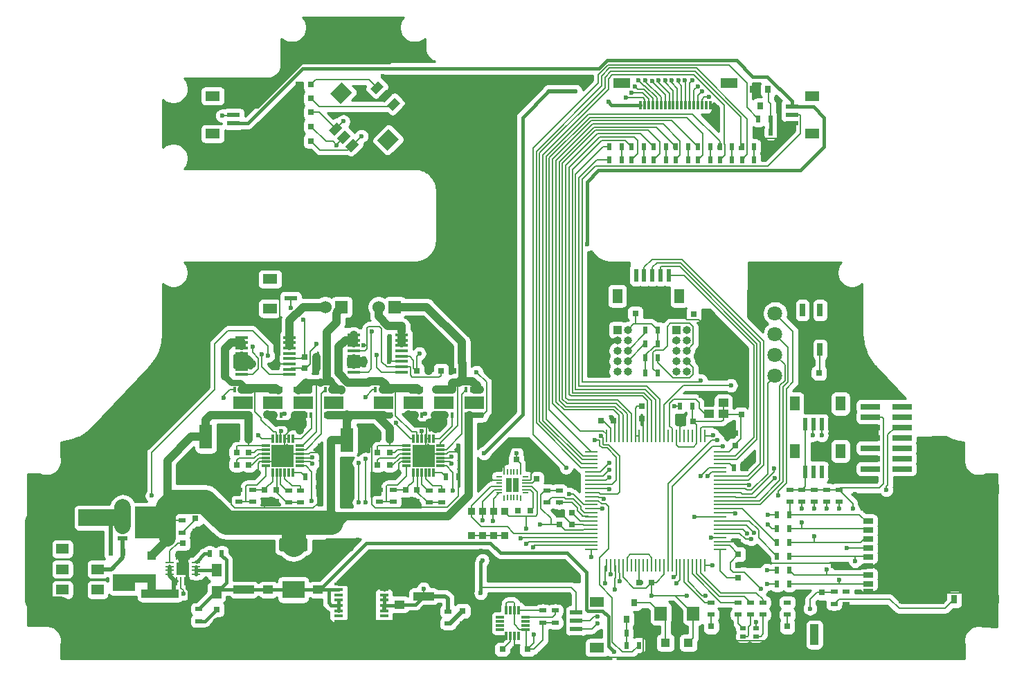
<source format=gtl>
G04 #@! TF.GenerationSoftware,KiCad,Pcbnew,(5.1.6)-1*
G04 #@! TF.CreationDate,2021-05-13T14:40:21+09:00*
G04 #@! TF.ProjectId,MainBoard_v1,4d61696e-426f-4617-9264-5f76312e6b69,rev?*
G04 #@! TF.SameCoordinates,Original*
G04 #@! TF.FileFunction,Copper,L1,Top*
G04 #@! TF.FilePolarity,Positive*
%FSLAX46Y46*%
G04 Gerber Fmt 4.6, Leading zero omitted, Abs format (unit mm)*
G04 Created by KiCad (PCBNEW (5.1.6)-1) date 2021-05-13 14:40:21*
%MOMM*%
%LPD*%
G01*
G04 APERTURE LIST*
G04 #@! TA.AperFunction,SMDPad,CuDef*
%ADD10R,2.400000X1.550000*%
G04 #@! TD*
G04 #@! TA.AperFunction,SMDPad,CuDef*
%ADD11R,0.350000X0.650000*%
G04 #@! TD*
G04 #@! TA.AperFunction,SMDPad,CuDef*
%ADD12C,0.100000*%
G04 #@! TD*
G04 #@! TA.AperFunction,SMDPad,CuDef*
%ADD13R,0.500000X0.900000*%
G04 #@! TD*
G04 #@! TA.AperFunction,SMDPad,CuDef*
%ADD14R,0.600000X1.550000*%
G04 #@! TD*
G04 #@! TA.AperFunction,SMDPad,CuDef*
%ADD15R,1.200000X1.800000*%
G04 #@! TD*
G04 #@! TA.AperFunction,SMDPad,CuDef*
%ADD16R,2.400000X0.740000*%
G04 #@! TD*
G04 #@! TA.AperFunction,SMDPad,CuDef*
%ADD17R,0.800000X0.750000*%
G04 #@! TD*
G04 #@! TA.AperFunction,SMDPad,CuDef*
%ADD18R,1.500000X0.450000*%
G04 #@! TD*
G04 #@! TA.AperFunction,ComponentPad*
%ADD19C,0.210000*%
G04 #@! TD*
G04 #@! TA.AperFunction,SMDPad,CuDef*
%ADD20R,1.500000X1.500000*%
G04 #@! TD*
G04 #@! TA.AperFunction,SMDPad,CuDef*
%ADD21R,0.240000X1.000000*%
G04 #@! TD*
G04 #@! TA.AperFunction,SMDPad,CuDef*
%ADD22R,1.000000X0.240000*%
G04 #@! TD*
G04 #@! TA.AperFunction,SMDPad,CuDef*
%ADD23R,2.800000X2.800000*%
G04 #@! TD*
G04 #@! TA.AperFunction,SMDPad,CuDef*
%ADD24R,0.300000X1.000000*%
G04 #@! TD*
G04 #@! TA.AperFunction,SMDPad,CuDef*
%ADD25R,1.000000X0.300000*%
G04 #@! TD*
G04 #@! TA.AperFunction,SMDPad,CuDef*
%ADD26R,1.500000X1.800000*%
G04 #@! TD*
G04 #@! TA.AperFunction,SMDPad,CuDef*
%ADD27R,2.500000X1.000000*%
G04 #@! TD*
G04 #@! TA.AperFunction,SMDPad,CuDef*
%ADD28R,1.250000X1.000000*%
G04 #@! TD*
G04 #@! TA.AperFunction,SMDPad,CuDef*
%ADD29R,0.750000X0.800000*%
G04 #@! TD*
G04 #@! TA.AperFunction,SMDPad,CuDef*
%ADD30R,1.600000X3.000000*%
G04 #@! TD*
G04 #@! TA.AperFunction,SMDPad,CuDef*
%ADD31R,1.000000X2.500000*%
G04 #@! TD*
G04 #@! TA.AperFunction,SMDPad,CuDef*
%ADD32R,1.100000X1.100000*%
G04 #@! TD*
G04 #@! TA.AperFunction,SMDPad,CuDef*
%ADD33R,2.734000X2.159000*%
G04 #@! TD*
G04 #@! TA.AperFunction,SMDPad,CuDef*
%ADD34R,0.800000X0.800000*%
G04 #@! TD*
G04 #@! TA.AperFunction,ComponentPad*
%ADD35R,2.000000X2.000000*%
G04 #@! TD*
G04 #@! TA.AperFunction,ComponentPad*
%ADD36C,2.000000*%
G04 #@! TD*
G04 #@! TA.AperFunction,SMDPad,CuDef*
%ADD37R,1.200000X0.700000*%
G04 #@! TD*
G04 #@! TA.AperFunction,SMDPad,CuDef*
%ADD38R,1.200000X1.000000*%
G04 #@! TD*
G04 #@! TA.AperFunction,SMDPad,CuDef*
%ADD39R,0.800000X1.000000*%
G04 #@! TD*
G04 #@! TA.AperFunction,SMDPad,CuDef*
%ADD40R,2.800000X1.000000*%
G04 #@! TD*
G04 #@! TA.AperFunction,SMDPad,CuDef*
%ADD41R,1.900000X1.300000*%
G04 #@! TD*
G04 #@! TA.AperFunction,SMDPad,CuDef*
%ADD42R,1.550000X0.600000*%
G04 #@! TD*
G04 #@! TA.AperFunction,SMDPad,CuDef*
%ADD43R,1.800000X1.200000*%
G04 #@! TD*
G04 #@! TA.AperFunction,ComponentPad*
%ADD44R,1.000000X1.000000*%
G04 #@! TD*
G04 #@! TA.AperFunction,ComponentPad*
%ADD45O,1.000000X1.000000*%
G04 #@! TD*
G04 #@! TA.AperFunction,SMDPad,CuDef*
%ADD46R,2.000000X1.300000*%
G04 #@! TD*
G04 #@! TA.AperFunction,SMDPad,CuDef*
%ADD47R,1.200000X1.500000*%
G04 #@! TD*
G04 #@! TA.AperFunction,SMDPad,CuDef*
%ADD48R,0.750000X0.500000*%
G04 #@! TD*
G04 #@! TA.AperFunction,ComponentPad*
%ADD49R,1.524000X1.524000*%
G04 #@! TD*
G04 #@! TA.AperFunction,ComponentPad*
%ADD50C,1.524000*%
G04 #@! TD*
G04 #@! TA.AperFunction,SMDPad,CuDef*
%ADD51R,0.800000X0.900000*%
G04 #@! TD*
G04 #@! TA.AperFunction,SMDPad,CuDef*
%ADD52R,0.900000X0.500000*%
G04 #@! TD*
G04 #@! TA.AperFunction,SMDPad,CuDef*
%ADD53R,0.900000X0.900000*%
G04 #@! TD*
G04 #@! TA.AperFunction,SMDPad,CuDef*
%ADD54R,0.650000X1.600000*%
G04 #@! TD*
G04 #@! TA.AperFunction,SMDPad,CuDef*
%ADD55R,0.650000X1.500000*%
G04 #@! TD*
G04 #@! TA.AperFunction,SMDPad,CuDef*
%ADD56R,1.500000X1.200000*%
G04 #@! TD*
G04 #@! TA.AperFunction,ComponentPad*
%ADD57C,1.800000*%
G04 #@! TD*
G04 #@! TA.AperFunction,SMDPad,CuDef*
%ADD58R,1.270000X0.610000*%
G04 #@! TD*
G04 #@! TA.AperFunction,SMDPad,CuDef*
%ADD59R,1.020000X0.610000*%
G04 #@! TD*
G04 #@! TA.AperFunction,SMDPad,CuDef*
%ADD60R,3.810000X3.910000*%
G04 #@! TD*
G04 #@! TA.AperFunction,SMDPad,CuDef*
%ADD61R,1.150000X1.000000*%
G04 #@! TD*
G04 #@! TA.AperFunction,SMDPad,CuDef*
%ADD62R,0.800000X0.200000*%
G04 #@! TD*
G04 #@! TA.AperFunction,SMDPad,CuDef*
%ADD63R,0.800000X0.875000*%
G04 #@! TD*
G04 #@! TA.AperFunction,SMDPad,CuDef*
%ADD64R,0.200000X0.800000*%
G04 #@! TD*
G04 #@! TA.AperFunction,SMDPad,CuDef*
%ADD65R,0.200000X0.700000*%
G04 #@! TD*
G04 #@! TA.AperFunction,SMDPad,CuDef*
%ADD66R,0.700000X0.200000*%
G04 #@! TD*
G04 #@! TA.AperFunction,SMDPad,CuDef*
%ADD67R,0.280000X1.500000*%
G04 #@! TD*
G04 #@! TA.AperFunction,SMDPad,CuDef*
%ADD68R,1.500000X0.280000*%
G04 #@! TD*
G04 #@! TA.AperFunction,SMDPad,CuDef*
%ADD69R,1.470000X0.895000*%
G04 #@! TD*
G04 #@! TA.AperFunction,SMDPad,CuDef*
%ADD70R,1.050000X0.450000*%
G04 #@! TD*
G04 #@! TA.AperFunction,ViaPad*
%ADD71C,0.600000*%
G04 #@! TD*
G04 #@! TA.AperFunction,Conductor*
%ADD72C,1.000000*%
G04 #@! TD*
G04 #@! TA.AperFunction,Conductor*
%ADD73C,0.200000*%
G04 #@! TD*
G04 #@! TA.AperFunction,Conductor*
%ADD74C,0.700000*%
G04 #@! TD*
G04 #@! TA.AperFunction,Conductor*
%ADD75C,0.500000*%
G04 #@! TD*
G04 #@! TA.AperFunction,Conductor*
%ADD76C,0.400000*%
G04 #@! TD*
G04 #@! TA.AperFunction,Conductor*
%ADD77C,2.000000*%
G04 #@! TD*
G04 #@! TA.AperFunction,Conductor*
%ADD78C,3.000000*%
G04 #@! TD*
G04 #@! TA.AperFunction,Conductor*
%ADD79C,0.800000*%
G04 #@! TD*
G04 #@! TA.AperFunction,Conductor*
%ADD80C,0.300000*%
G04 #@! TD*
G04 #@! TA.AperFunction,Conductor*
%ADD81C,0.254000*%
G04 #@! TD*
G04 APERTURE END LIST*
D10*
X122600000Y-106400000D03*
D11*
X123575000Y-107950000D03*
X122925000Y-107950000D03*
X122275000Y-107950000D03*
X121625000Y-107950000D03*
X121625000Y-104850000D03*
X122275000Y-104850000D03*
X122925000Y-104850000D03*
X123575000Y-104850000D03*
D10*
X118900000Y-106400000D03*
D11*
X117925000Y-104850000D03*
X118575000Y-104850000D03*
X119225000Y-104850000D03*
X119875000Y-104850000D03*
X119875000Y-107950000D03*
X119225000Y-107950000D03*
X118575000Y-107950000D03*
X117925000Y-107950000D03*
D10*
X115200000Y-106400000D03*
D11*
X114225000Y-104850000D03*
X114875000Y-104850000D03*
X115525000Y-104850000D03*
X116175000Y-104850000D03*
X116175000Y-107950000D03*
X115525000Y-107950000D03*
X114875000Y-107950000D03*
X114225000Y-107950000D03*
D10*
X111500000Y-106400000D03*
D11*
X112475000Y-107950000D03*
X111825000Y-107950000D03*
X111175000Y-107950000D03*
X110525000Y-107950000D03*
X110525000Y-104850000D03*
X111175000Y-104850000D03*
X111825000Y-104850000D03*
X112475000Y-104850000D03*
D10*
X139800000Y-106400000D03*
D11*
X140775000Y-107950000D03*
X140125000Y-107950000D03*
X139475000Y-107950000D03*
X138825000Y-107950000D03*
X138825000Y-104850000D03*
X139475000Y-104850000D03*
X140125000Y-104850000D03*
X140775000Y-104850000D03*
D10*
X136100000Y-106400000D03*
D11*
X135125000Y-104850000D03*
X135775000Y-104850000D03*
X136425000Y-104850000D03*
X137075000Y-104850000D03*
X137075000Y-107950000D03*
X136425000Y-107950000D03*
X135775000Y-107950000D03*
X135125000Y-107950000D03*
D10*
X132400000Y-106400000D03*
D11*
X131425000Y-104850000D03*
X132075000Y-104850000D03*
X132725000Y-104850000D03*
X133375000Y-104850000D03*
X133375000Y-107950000D03*
X132725000Y-107950000D03*
X132075000Y-107950000D03*
X131425000Y-107950000D03*
D10*
X128700000Y-106400000D03*
D11*
X129675000Y-107950000D03*
X129025000Y-107950000D03*
X128375000Y-107950000D03*
X127725000Y-107950000D03*
X127725000Y-104850000D03*
X128375000Y-104850000D03*
X129025000Y-104850000D03*
X129675000Y-104850000D03*
G04 #@! TA.AperFunction,SMDPad,CuDef*
G36*
G01*
X121550000Y-124350000D02*
X121550000Y-123250000D01*
G75*
G02*
X121800000Y-123000000I250000J0D01*
G01*
X124800000Y-123000000D01*
G75*
G02*
X125050000Y-123250000I0J-250000D01*
G01*
X125050000Y-124350000D01*
G75*
G02*
X124800000Y-124600000I-250000J0D01*
G01*
X121800000Y-124600000D01*
G75*
G02*
X121550000Y-124350000I0J250000D01*
G01*
G37*
G04 #@! TD.AperFunction*
G04 #@! TA.AperFunction,SMDPad,CuDef*
G36*
G01*
X115950000Y-124350000D02*
X115950000Y-123250000D01*
G75*
G02*
X116200000Y-123000000I250000J0D01*
G01*
X119200000Y-123000000D01*
G75*
G02*
X119450000Y-123250000I0J-250000D01*
G01*
X119450000Y-124350000D01*
G75*
G02*
X119200000Y-124600000I-250000J0D01*
G01*
X116200000Y-124600000D01*
G75*
G02*
X115950000Y-124350000I0J250000D01*
G01*
G37*
G04 #@! TD.AperFunction*
G04 #@! TA.AperFunction,SMDPad,CuDef*
D12*
G36*
X129193071Y-75607285D02*
G01*
X127920279Y-74334493D01*
X129334493Y-72920279D01*
X130607285Y-74193071D01*
X129193071Y-75607285D01*
G37*
G04 #@! TD.AperFunction*
G04 #@! TA.AperFunction,SMDPad,CuDef*
G36*
X123465507Y-69879721D02*
G01*
X122192715Y-68606929D01*
X123606929Y-67192715D01*
X124879721Y-68465507D01*
X123465507Y-69879721D01*
G37*
G04 #@! TD.AperFunction*
G04 #@! TA.AperFunction,SMDPad,CuDef*
G36*
X122740722Y-73751130D02*
G01*
X122033616Y-73044024D01*
X122988210Y-72089430D01*
X123695316Y-72796536D01*
X122740722Y-73751130D01*
G37*
G04 #@! TD.AperFunction*
G04 #@! TA.AperFunction,SMDPad,CuDef*
G36*
X124755976Y-75766384D02*
G01*
X124048870Y-75059278D01*
X125003464Y-74104684D01*
X125710570Y-74811790D01*
X124755976Y-75766384D01*
G37*
G04 #@! TD.AperFunction*
G04 #@! TA.AperFunction,SMDPad,CuDef*
G36*
X123748349Y-74758757D02*
G01*
X123041243Y-74051651D01*
X123995837Y-73097057D01*
X124702943Y-73804163D01*
X123748349Y-74758757D01*
G37*
G04 #@! TD.AperFunction*
G04 #@! TA.AperFunction,SMDPad,CuDef*
G36*
X128804163Y-69702943D02*
G01*
X128097057Y-68995837D01*
X129051651Y-68041243D01*
X129758757Y-68748349D01*
X128804163Y-69702943D01*
G37*
G04 #@! TD.AperFunction*
G04 #@! TA.AperFunction,SMDPad,CuDef*
G36*
X129811790Y-70710570D02*
G01*
X129104684Y-70003464D01*
X130059278Y-69048870D01*
X130766384Y-69755976D01*
X129811790Y-70710570D01*
G37*
G04 #@! TD.AperFunction*
G04 #@! TA.AperFunction,SMDPad,CuDef*
G36*
X127796536Y-68695316D02*
G01*
X127089430Y-67988210D01*
X128044024Y-67033616D01*
X128751130Y-67740722D01*
X127796536Y-68695316D01*
G37*
G04 #@! TD.AperFunction*
D13*
X163250000Y-75100000D03*
X161750000Y-75100000D03*
D14*
X180300000Y-109062500D03*
X181300000Y-109062500D03*
X182300000Y-109062500D03*
X183300000Y-109062500D03*
D15*
X179000000Y-106537500D03*
X184600000Y-106537500D03*
D16*
X192150000Y-114510000D03*
X188250000Y-114510000D03*
X192150000Y-113240000D03*
X188250000Y-113240000D03*
X192150000Y-111970000D03*
X188250000Y-111970000D03*
X192150000Y-110700000D03*
X188250000Y-110700000D03*
X192150000Y-109430000D03*
X188250000Y-109430000D03*
X192150000Y-108160000D03*
X188250000Y-108160000D03*
X192150000Y-106890000D03*
X188250000Y-106890000D03*
D17*
X132750000Y-102500000D03*
X134250000Y-102500000D03*
D18*
X130950000Y-98125000D03*
X130950000Y-98775000D03*
X130950000Y-99425000D03*
X130950000Y-100075000D03*
X130950000Y-100725000D03*
X130950000Y-101375000D03*
X130950000Y-102025000D03*
X130950000Y-102675000D03*
X125050000Y-102675000D03*
X125050000Y-102025000D03*
X125050000Y-101375000D03*
X125050000Y-100725000D03*
X125050000Y-100075000D03*
X125050000Y-99425000D03*
X125050000Y-98775000D03*
X125050000Y-98125000D03*
D19*
X103620000Y-126120000D03*
X104780000Y-126120000D03*
X104780000Y-127280000D03*
X103620000Y-127280000D03*
X104200000Y-126700000D03*
D20*
X104200000Y-126700000D03*
D21*
X103950000Y-125100000D03*
X103450000Y-125100000D03*
X104450000Y-125100000D03*
X104950000Y-125100000D03*
D22*
X105800000Y-126450000D03*
X105800000Y-125950000D03*
X105800000Y-126950000D03*
X105800000Y-127450000D03*
X102600000Y-126450000D03*
X102600000Y-125950000D03*
X102600000Y-126950000D03*
X102600000Y-127450000D03*
D21*
X103450000Y-128300000D03*
X103950000Y-128300000D03*
X104450000Y-128300000D03*
X104950000Y-128300000D03*
D19*
X115250000Y-111750000D03*
X117550000Y-111750000D03*
X115250000Y-114050000D03*
X117550000Y-114050000D03*
X116400000Y-112900000D03*
D23*
X116400000Y-112900000D03*
D24*
X117150000Y-115000000D03*
X117650000Y-115000000D03*
X116650000Y-115000000D03*
X115650000Y-115000000D03*
X116150000Y-115000000D03*
X115150000Y-115000000D03*
D25*
X114300000Y-111650000D03*
X114300000Y-112150000D03*
X114300000Y-112650000D03*
X114300000Y-113150000D03*
X114300000Y-113650000D03*
X114300000Y-114150000D03*
X118500000Y-111650000D03*
X118500000Y-112150000D03*
X118500000Y-112650000D03*
X118500000Y-113150000D03*
X118500000Y-113650000D03*
X118500000Y-114150000D03*
D24*
X117650000Y-110800000D03*
X117150000Y-110800000D03*
X116650000Y-110800000D03*
X116150000Y-110800000D03*
X115650000Y-110800000D03*
X115150000Y-110800000D03*
D19*
X132450000Y-111750000D03*
X134750000Y-111750000D03*
X132450000Y-114050000D03*
X134750000Y-114050000D03*
X133600000Y-112900000D03*
D23*
X133600000Y-112900000D03*
D24*
X134350000Y-115000000D03*
X134850000Y-115000000D03*
X133850000Y-115000000D03*
X132850000Y-115000000D03*
X133350000Y-115000000D03*
X132350000Y-115000000D03*
D25*
X131500000Y-111650000D03*
X131500000Y-112150000D03*
X131500000Y-112650000D03*
X131500000Y-113150000D03*
X131500000Y-113650000D03*
X131500000Y-114150000D03*
X135700000Y-111650000D03*
X135700000Y-112150000D03*
X135700000Y-112650000D03*
X135700000Y-113150000D03*
X135700000Y-113650000D03*
X135700000Y-114150000D03*
D24*
X134850000Y-110800000D03*
X134350000Y-110800000D03*
X133850000Y-110800000D03*
X133350000Y-110800000D03*
X132850000Y-110800000D03*
X132350000Y-110800000D03*
D26*
X162600000Y-132200000D03*
X166600000Y-132200000D03*
D17*
X181950000Y-102800000D03*
X180450000Y-102800000D03*
D27*
X113800000Y-121900000D03*
X113800000Y-124900000D03*
X100400000Y-129800000D03*
X100400000Y-132800000D03*
D28*
X103100000Y-129800000D03*
X103100000Y-131800000D03*
D17*
X105650000Y-123600000D03*
X104150000Y-123600000D03*
D28*
X114600000Y-129300000D03*
X114600000Y-131300000D03*
D27*
X111600000Y-129300000D03*
X111600000Y-132300000D03*
D28*
X120700000Y-129300000D03*
X120700000Y-131300000D03*
X130700000Y-131100000D03*
X130700000Y-133100000D03*
D27*
X133600000Y-130100000D03*
X133600000Y-133100000D03*
D29*
X172500000Y-106350000D03*
X172500000Y-107850000D03*
D17*
X129450000Y-110900000D03*
X127950000Y-110900000D03*
D29*
X172100000Y-124950000D03*
X172100000Y-123450000D03*
X172100000Y-126350000D03*
X172100000Y-127850000D03*
D17*
X144950000Y-113400000D03*
X143450000Y-113400000D03*
X129450000Y-114000000D03*
X127950000Y-114000000D03*
X129450000Y-112500000D03*
X127950000Y-112500000D03*
X137250000Y-102500000D03*
X135750000Y-102500000D03*
D29*
X171700000Y-110150000D03*
X171700000Y-111650000D03*
X147400000Y-114250000D03*
X147400000Y-115750000D03*
D17*
X145150000Y-119600000D03*
X146650000Y-119600000D03*
D29*
X131400000Y-118550000D03*
X131400000Y-117050000D03*
X132800000Y-118550000D03*
X132800000Y-117050000D03*
D17*
X166550000Y-108700000D03*
X165050000Y-108700000D03*
X159950000Y-128400000D03*
X161450000Y-128400000D03*
D30*
X124200000Y-111000000D03*
X124200000Y-115400000D03*
D29*
X160300000Y-106850000D03*
X160300000Y-108350000D03*
D17*
X155350000Y-108600000D03*
X156850000Y-108600000D03*
X119050000Y-100800000D03*
X120550000Y-100800000D03*
X112250000Y-110900000D03*
X110750000Y-110900000D03*
D31*
X181400000Y-134800000D03*
X184400000Y-134800000D03*
D29*
X182300000Y-131150000D03*
X182300000Y-129650000D03*
D17*
X112250000Y-114000000D03*
X110750000Y-114000000D03*
X112250000Y-112500000D03*
X110750000Y-112500000D03*
X120550000Y-102200000D03*
X119050000Y-102200000D03*
X165150000Y-95600000D03*
X166650000Y-95600000D03*
X158000000Y-95500000D03*
X159500000Y-95500000D03*
X151750000Y-119900000D03*
X150250000Y-119900000D03*
X150250000Y-121300000D03*
X151750000Y-121300000D03*
D29*
X114200000Y-118550000D03*
X114200000Y-117050000D03*
X115600000Y-118550000D03*
X115600000Y-117050000D03*
D30*
X107000000Y-110600000D03*
X107000000Y-115000000D03*
D17*
X143250000Y-136600000D03*
X141750000Y-136600000D03*
X146300000Y-136600000D03*
X144800000Y-136600000D03*
X118350000Y-67500000D03*
X119850000Y-67500000D03*
X118350000Y-70900000D03*
X119850000Y-70900000D03*
X118350000Y-72600000D03*
X119850000Y-72600000D03*
X118350000Y-69200000D03*
X119850000Y-69200000D03*
X118350000Y-74400000D03*
X119850000Y-74400000D03*
D32*
X100400000Y-127900000D03*
X100400000Y-125100000D03*
D33*
X97000000Y-132820000D03*
X97000000Y-128400000D03*
X117700000Y-133720000D03*
X117700000Y-129300000D03*
D34*
X105700000Y-120600000D03*
X105700000Y-122200000D03*
X108300000Y-131700000D03*
X108300000Y-133300000D03*
X138400000Y-131900000D03*
X138400000Y-133500000D03*
D32*
X166000000Y-135800000D03*
X163200000Y-135800000D03*
D34*
X168800000Y-133800000D03*
X168800000Y-135400000D03*
X178100000Y-133800000D03*
X178100000Y-135400000D03*
D13*
X164950000Y-106800000D03*
X166450000Y-106800000D03*
X178350000Y-120100000D03*
X176850000Y-120100000D03*
X178350000Y-121800000D03*
X176850000Y-121800000D03*
X178350000Y-123500000D03*
X176850000Y-123500000D03*
X178350000Y-125200000D03*
X176850000Y-125200000D03*
X178350000Y-126900000D03*
X176850000Y-126900000D03*
X178350000Y-128600000D03*
X176850000Y-128600000D03*
D35*
X92400000Y-120500000D03*
D36*
X92400000Y-118000000D03*
D14*
X180300000Y-114862500D03*
X181300000Y-114862500D03*
X182300000Y-114862500D03*
X183300000Y-114862500D03*
D15*
X179000000Y-112337500D03*
X184600000Y-112337500D03*
D37*
X188000000Y-129550000D03*
X188000000Y-128600000D03*
X188000000Y-120900000D03*
X188000000Y-122000000D03*
X188000000Y-123100000D03*
X188000000Y-124200000D03*
X188000000Y-125300000D03*
X188000000Y-126400000D03*
X188000000Y-127500000D03*
D38*
X188000000Y-119350000D03*
X192300000Y-130500000D03*
D39*
X198500000Y-130500000D03*
D40*
X202650000Y-130500000D03*
D41*
X203100000Y-117000000D03*
D42*
X117362500Y-93600000D03*
X117362500Y-92600000D03*
D43*
X114837500Y-94900000D03*
X114837500Y-91300000D03*
D44*
X157300000Y-97500000D03*
D45*
X158570000Y-97500000D03*
X157300000Y-98770000D03*
X158570000Y-98770000D03*
X157300000Y-100040000D03*
X158570000Y-100040000D03*
X157300000Y-101310000D03*
X158570000Y-101310000D03*
X157300000Y-102580000D03*
X158570000Y-102580000D03*
D44*
X164500000Y-97520000D03*
D45*
X165770000Y-97520000D03*
X164500000Y-98790000D03*
X165770000Y-98790000D03*
X164500000Y-100060000D03*
X165770000Y-100060000D03*
X164500000Y-101330000D03*
X165770000Y-101330000D03*
X164500000Y-102600000D03*
X165770000Y-102600000D03*
D14*
X163600000Y-90837500D03*
X162600000Y-90837500D03*
X161600000Y-90837500D03*
X160600000Y-90837500D03*
X159600000Y-90837500D03*
X158600000Y-90837500D03*
D15*
X164900000Y-93362500D03*
X157300000Y-93362500D03*
D42*
X110362500Y-72200000D03*
X110362500Y-71200000D03*
X110362500Y-70200000D03*
D43*
X107837500Y-73500000D03*
X107837500Y-68900000D03*
D24*
X161150000Y-70000000D03*
X168150000Y-70000000D03*
X160650000Y-70000000D03*
X167650000Y-70000000D03*
X166150000Y-70000000D03*
X166650000Y-70000000D03*
X161650000Y-70000000D03*
X167150000Y-70000000D03*
X162650000Y-70000000D03*
D46*
X157850000Y-67300000D03*
D24*
X163650000Y-70000000D03*
X165150000Y-70000000D03*
X168650000Y-70000000D03*
X164650000Y-70000000D03*
X163150000Y-70000000D03*
X164150000Y-70000000D03*
D46*
X170950000Y-67300000D03*
D24*
X165650000Y-70000000D03*
X160150000Y-70000000D03*
X162150000Y-70000000D03*
D42*
X178637500Y-70200000D03*
X178637500Y-71200000D03*
X178637500Y-72200000D03*
D43*
X181162500Y-68900000D03*
X181162500Y-73500000D03*
D47*
X108300000Y-126900000D03*
X108300000Y-129600000D03*
D48*
X172700000Y-135000000D03*
X174250000Y-135000000D03*
X174250000Y-134000000D03*
X172700000Y-134000000D03*
D49*
X123600000Y-94700000D03*
D50*
X121600000Y-94700000D03*
D51*
X175750000Y-68100000D03*
X173850000Y-68100000D03*
X174800000Y-70100000D03*
D13*
X95350000Y-124700000D03*
X96850000Y-124700000D03*
X108950000Y-124900000D03*
X107450000Y-124900000D03*
D52*
X104100000Y-120850000D03*
X104100000Y-122350000D03*
X106100000Y-131650000D03*
X106100000Y-133150000D03*
X136600000Y-131950000D03*
X136600000Y-133450000D03*
D13*
X173050000Y-114400000D03*
X171550000Y-114400000D03*
D52*
X128200000Y-117050000D03*
X128200000Y-118550000D03*
X148700000Y-117150000D03*
X148700000Y-118650000D03*
X150200000Y-117150000D03*
X150200000Y-118650000D03*
X129900000Y-118550000D03*
X129900000Y-117050000D03*
X134300000Y-118650000D03*
X134300000Y-117150000D03*
X135800000Y-118650000D03*
X135800000Y-117150000D03*
D13*
X136350000Y-115500000D03*
X137850000Y-115500000D03*
D52*
X178400000Y-117050000D03*
X178400000Y-118550000D03*
X179900000Y-117050000D03*
X179900000Y-118550000D03*
X181400000Y-117050000D03*
X181400000Y-118550000D03*
X182900000Y-117050000D03*
X182900000Y-118550000D03*
X184400000Y-117050000D03*
X184400000Y-118550000D03*
X183800000Y-129550000D03*
X183800000Y-131050000D03*
X185300000Y-129550000D03*
X185300000Y-131050000D03*
X111000000Y-117050000D03*
X111000000Y-118550000D03*
X112700000Y-118550000D03*
X112700000Y-117050000D03*
D13*
X159950000Y-136100000D03*
X158450000Y-136100000D03*
X162250000Y-99200000D03*
X160750000Y-99200000D03*
X162250000Y-97500000D03*
X160750000Y-97500000D03*
X160750000Y-100900000D03*
X162250000Y-100900000D03*
X160750000Y-102800000D03*
X162250000Y-102800000D03*
D52*
X117100000Y-118650000D03*
X117100000Y-117150000D03*
D13*
X158450000Y-134600000D03*
X159950000Y-134600000D03*
D52*
X118600000Y-118650000D03*
X118600000Y-117150000D03*
D13*
X119150000Y-115500000D03*
X120650000Y-115500000D03*
D52*
X149700000Y-133350000D03*
X149700000Y-131850000D03*
X148200000Y-133350000D03*
X148200000Y-131850000D03*
D13*
X157850000Y-76700000D03*
X156350000Y-76700000D03*
X157850000Y-75100000D03*
X156350000Y-75100000D03*
X160550000Y-75100000D03*
X159050000Y-75100000D03*
X160550000Y-76700000D03*
X159050000Y-76700000D03*
X163250000Y-76700000D03*
X161750000Y-76700000D03*
X165950000Y-75100000D03*
X164450000Y-75100000D03*
X165950000Y-76700000D03*
X164450000Y-76700000D03*
X168650000Y-75100000D03*
X167150000Y-75100000D03*
X168650000Y-76700000D03*
X167150000Y-76700000D03*
X171350000Y-75100000D03*
X169850000Y-75100000D03*
X171350000Y-76700000D03*
X169850000Y-76700000D03*
X174050000Y-75100000D03*
X172550000Y-75100000D03*
X174050000Y-76700000D03*
X172550000Y-76700000D03*
D52*
X168800000Y-130850000D03*
X168800000Y-132350000D03*
X178100000Y-130850000D03*
X178100000Y-132350000D03*
X175100000Y-132350000D03*
X175100000Y-130850000D03*
X173600000Y-132350000D03*
X173600000Y-130850000D03*
X172100000Y-132350000D03*
X172100000Y-130850000D03*
D13*
X174550000Y-71700000D03*
X176050000Y-71700000D03*
X176050000Y-73300000D03*
X174550000Y-73300000D03*
D53*
X143500000Y-119700000D03*
X139500000Y-119700000D03*
X142160000Y-119700000D03*
X140840000Y-119700000D03*
X142160000Y-122700000D03*
X143500000Y-122700000D03*
X139500000Y-122700000D03*
X140840000Y-122700000D03*
D42*
X152300000Y-132100000D03*
X152300000Y-133100000D03*
X152300000Y-134100000D03*
X152300000Y-135100000D03*
D43*
X154825000Y-130800000D03*
X154825000Y-136400000D03*
D54*
X179950000Y-95100000D03*
D55*
X179950000Y-99900000D03*
D54*
X182100000Y-95100000D03*
D55*
X182100000Y-99900000D03*
D56*
X89450000Y-129300000D03*
X89450000Y-124300000D03*
X93750000Y-129300000D03*
X93750000Y-124300000D03*
X93750000Y-126800000D03*
X89450000Y-126800000D03*
D57*
X168980000Y-98030000D03*
X176600000Y-103110000D03*
X176600000Y-95490000D03*
X176600000Y-98030000D03*
X176600000Y-100570000D03*
D58*
X96830000Y-119195000D03*
X96830000Y-120465000D03*
X96830000Y-121735000D03*
X96830000Y-123005000D03*
D59*
X102295000Y-123005000D03*
X102295000Y-121735000D03*
X102295000Y-120465000D03*
X102295000Y-119195000D03*
D60*
X100190000Y-121100000D03*
D61*
X170275000Y-106400000D03*
X168525000Y-106400000D03*
X168525000Y-107800000D03*
X170275000Y-107800000D03*
D62*
X142900000Y-117065000D03*
X146020000Y-116665000D03*
D63*
X144060000Y-116900000D03*
D64*
X144260000Y-114905000D03*
D62*
X146020000Y-115865000D03*
D65*
X145460000Y-114855000D03*
X143460000Y-118075000D03*
X145460000Y-118075000D03*
D66*
X146070000Y-115465000D03*
D64*
X145060000Y-118025000D03*
D62*
X146020000Y-116265000D03*
D64*
X143860000Y-114905000D03*
D66*
X142850000Y-117465000D03*
D64*
X144660000Y-118025000D03*
D62*
X142900000Y-116265000D03*
X146020000Y-117065000D03*
D63*
X144860000Y-116900000D03*
D64*
X143860000Y-118025000D03*
D66*
X146070000Y-117465000D03*
D62*
X142900000Y-115865000D03*
D64*
X144660000Y-114905000D03*
X145060000Y-114905000D03*
D65*
X143460000Y-114855000D03*
D62*
X142900000Y-116665000D03*
D64*
X144260000Y-118025000D03*
D66*
X142850000Y-115465000D03*
D63*
X144060000Y-116030000D03*
X144860000Y-116030000D03*
D67*
X168000000Y-110500000D03*
X167500000Y-110500000D03*
X167000000Y-110500000D03*
X166500000Y-110500000D03*
X166000000Y-110500000D03*
X165500000Y-110500000D03*
X165000000Y-110500000D03*
X164500000Y-110500000D03*
X164000000Y-110500000D03*
X163500000Y-110500000D03*
X163000000Y-110500000D03*
X162500000Y-110500000D03*
X162000000Y-110500000D03*
X161500000Y-110500000D03*
X161000000Y-110500000D03*
X160500000Y-110500000D03*
X160000000Y-110500000D03*
X159500000Y-110500000D03*
X159000000Y-110500000D03*
X158500000Y-110500000D03*
X158000000Y-110500000D03*
X157500000Y-110500000D03*
X157000000Y-110500000D03*
X156500000Y-110500000D03*
X156000000Y-110500000D03*
D68*
X154100000Y-112400000D03*
X154100000Y-112900000D03*
X154100000Y-113400000D03*
X154100000Y-113900000D03*
X154100000Y-114400000D03*
X154100000Y-114900000D03*
X154100000Y-115400000D03*
X154100000Y-115900000D03*
X154100000Y-116400000D03*
X154100000Y-116900000D03*
X154100000Y-117400000D03*
X154100000Y-117900000D03*
X154100000Y-118400000D03*
X154100000Y-118900000D03*
X154100000Y-119400000D03*
X154100000Y-119900000D03*
X154100000Y-120400000D03*
X154100000Y-120900000D03*
X154100000Y-121400000D03*
X154100000Y-121900000D03*
X154100000Y-122400000D03*
X154100000Y-122900000D03*
X154100000Y-123400000D03*
X154100000Y-123900000D03*
X154100000Y-124400000D03*
D67*
X156000000Y-126300000D03*
X156500000Y-126300000D03*
X157000000Y-126300000D03*
X157500000Y-126300000D03*
X158000000Y-126300000D03*
X158500000Y-126300000D03*
X159000000Y-126300000D03*
X159500000Y-126300000D03*
X160000000Y-126300000D03*
X160500000Y-126300000D03*
X161000000Y-126300000D03*
X161500000Y-126300000D03*
X162000000Y-126300000D03*
X162500000Y-126300000D03*
X163000000Y-126300000D03*
X163500000Y-126300000D03*
X164000000Y-126300000D03*
X164500000Y-126300000D03*
X165000000Y-126300000D03*
X165500000Y-126300000D03*
X166000000Y-126300000D03*
X166500000Y-126300000D03*
X167000000Y-126300000D03*
X167500000Y-126300000D03*
X168000000Y-126300000D03*
D68*
X169900000Y-124400000D03*
X169900000Y-123900000D03*
X169900000Y-123400000D03*
X169900000Y-122900000D03*
X169900000Y-122400000D03*
X169900000Y-121900000D03*
X169900000Y-121400000D03*
X169900000Y-120900000D03*
X169900000Y-120400000D03*
X169900000Y-119900000D03*
X169900000Y-119400000D03*
X169900000Y-118900000D03*
X169900000Y-118400000D03*
X169900000Y-117900000D03*
X169900000Y-117400000D03*
X169900000Y-116900000D03*
X169900000Y-116400000D03*
X169900000Y-115900000D03*
X169900000Y-115400000D03*
X169900000Y-114900000D03*
X169900000Y-114400000D03*
X169900000Y-113900000D03*
X169900000Y-113400000D03*
X169900000Y-112900000D03*
X169900000Y-112400000D03*
D18*
X111350000Y-98425000D03*
X111350000Y-99075000D03*
X111350000Y-99725000D03*
X111350000Y-100375000D03*
X111350000Y-101025000D03*
X111350000Y-101675000D03*
X111350000Y-102325000D03*
X111350000Y-102975000D03*
X117250000Y-102975000D03*
X117250000Y-102325000D03*
X117250000Y-101675000D03*
X117250000Y-101025000D03*
X117250000Y-100375000D03*
X117250000Y-99725000D03*
X117250000Y-99075000D03*
X117250000Y-98425000D03*
D24*
X145250000Y-131850000D03*
X144750000Y-131850000D03*
X144250000Y-131850000D03*
X143750000Y-131850000D03*
D25*
X142950000Y-134150000D03*
X142950000Y-133650000D03*
X142950000Y-133150000D03*
X142950000Y-132650000D03*
X146050000Y-134150000D03*
X146050000Y-133650000D03*
X146050000Y-133150000D03*
X146050000Y-132650000D03*
D24*
X143750000Y-134950000D03*
X144250000Y-134950000D03*
X144750000Y-134950000D03*
X145250000Y-134950000D03*
D51*
X159400000Y-130900000D03*
X160350000Y-132900000D03*
X158450000Y-132900000D03*
D69*
X126735000Y-132242500D03*
X126735000Y-131347500D03*
X126735000Y-130452500D03*
X126735000Y-129557500D03*
X125265000Y-132242500D03*
X125265000Y-131347500D03*
X125265000Y-130452500D03*
X125265000Y-129557500D03*
D70*
X123225000Y-133175000D03*
X123225000Y-132525000D03*
X123225000Y-131875000D03*
X123225000Y-131225000D03*
X123225000Y-130575000D03*
X123225000Y-129925000D03*
X123225000Y-129275000D03*
X123225000Y-128625000D03*
X128775000Y-128625000D03*
X128775000Y-129275000D03*
X128775000Y-129925000D03*
X128775000Y-130575000D03*
X128775000Y-131225000D03*
X128775000Y-131875000D03*
X128775000Y-132525000D03*
X128775000Y-133175000D03*
D49*
X130100000Y-94700000D03*
D50*
X128100000Y-94700000D03*
D71*
X126300000Y-101400000D03*
X129400000Y-100600000D03*
X112600000Y-101700000D03*
X115700000Y-101700000D03*
X115700000Y-100900000D03*
X120550014Y-100800000D03*
X120549978Y-102200000D03*
X118500000Y-109800000D03*
X118500000Y-108900000D03*
X117700000Y-108900000D03*
X116800000Y-108900000D03*
X135100000Y-108900000D03*
X134300000Y-108900000D03*
X136000000Y-108900000D03*
X135100000Y-109599999D03*
X106900000Y-115600000D03*
X124200000Y-115400014D03*
X129400000Y-101400000D03*
X137250000Y-102500000D03*
X134200000Y-101400000D03*
X183700000Y-126400000D03*
X156850000Y-108600000D03*
X160300000Y-108350000D03*
X172100000Y-126350000D03*
X140700000Y-115800000D03*
X145100000Y-119600000D03*
X150250000Y-119900000D03*
X160200000Y-128400000D03*
X160300000Y-132100000D03*
X186400000Y-117600000D03*
X167500000Y-105600000D03*
X165050004Y-108699996D03*
X173850008Y-68100008D03*
X172123513Y-123481649D03*
X173100000Y-113500000D03*
X183299980Y-114862500D03*
X179900000Y-104000000D03*
X172500000Y-106350000D03*
X171700000Y-110150000D03*
X182300004Y-131149996D03*
X188000000Y-129550000D03*
X174549994Y-73300006D03*
X169500000Y-70300000D03*
X119400000Y-125900000D03*
X119500000Y-135800000D03*
X113800000Y-124900000D03*
X113800000Y-135700000D03*
X140700000Y-124500000D03*
X129370000Y-64780000D03*
X128927907Y-68872093D03*
X118350000Y-67500000D03*
X196000000Y-111800000D03*
X167700000Y-100100000D03*
X181900000Y-112300000D03*
X141500000Y-98300000D03*
X135600000Y-80700000D03*
X131900000Y-72600000D03*
X111700000Y-77400000D03*
X148500000Y-126200000D03*
X179400000Y-135800000D03*
X168350000Y-135850000D03*
X153600000Y-66900000D03*
X121200000Y-60500000D03*
X129000000Y-60600000D03*
X133600000Y-64100000D03*
X164200000Y-131200000D03*
X170400000Y-132000000D03*
X176600000Y-132100000D03*
X179800000Y-132600000D03*
X106950000Y-128250000D03*
X132300000Y-96200000D03*
X125700000Y-96600000D03*
X128600000Y-66450000D03*
X188800000Y-115800000D03*
X152150000Y-115700000D03*
X191800000Y-121200000D03*
X196650000Y-121250000D03*
X196650000Y-127450000D03*
X191700000Y-127150000D03*
X196400000Y-116250000D03*
X188700000Y-105250000D03*
X184250000Y-101250000D03*
X184150000Y-96900000D03*
X180537500Y-92762500D03*
X174400000Y-95850000D03*
X172200000Y-101700000D03*
X155000000Y-102050000D03*
X154950000Y-95550000D03*
X154800000Y-90000000D03*
X162000000Y-93750000D03*
X136700000Y-68750000D03*
X142950000Y-68600000D03*
X143000000Y-75700000D03*
X115600000Y-73150000D03*
X103950000Y-71900000D03*
X112050000Y-68350000D03*
X121400000Y-63500000D03*
X137500000Y-89250000D03*
X121750000Y-91000000D03*
X130050000Y-90800000D03*
X108700000Y-90850000D03*
X103700000Y-94800000D03*
X108800000Y-94650000D03*
X103800000Y-101650000D03*
X98750000Y-107700000D03*
X94400000Y-113300000D03*
X88175000Y-119125000D03*
X87339999Y-131600001D03*
X93300000Y-135800000D03*
X100350000Y-135800000D03*
X107000000Y-135800000D03*
X125900000Y-135800000D03*
X131850000Y-135800000D03*
X137100000Y-135800000D03*
X150900000Y-136500000D03*
X125900000Y-126950000D03*
X188100000Y-134150000D03*
X193000000Y-134200000D03*
X140850000Y-110750000D03*
X176900000Y-69300000D03*
X93750000Y-124300000D03*
X97475000Y-116225000D03*
X125600000Y-123200000D03*
X122300000Y-125800000D03*
X126100000Y-109400000D03*
X120900000Y-111700000D03*
X123800000Y-118900000D03*
X137900000Y-111700000D03*
X120650000Y-116750000D03*
X126000000Y-112000000D03*
X122400000Y-71100000D03*
X127500000Y-71500000D03*
X171200000Y-104300000D03*
X181950000Y-102800000D03*
X192150000Y-113239986D03*
X133100000Y-100400000D03*
X140100000Y-102700000D03*
X104225002Y-129800000D03*
X108300000Y-129600000D03*
X156900000Y-136900000D03*
X166650000Y-95600000D03*
X153600175Y-87069662D03*
X147900000Y-121300000D03*
X100400000Y-117800000D03*
X137200000Y-117200000D03*
X119900000Y-118400000D03*
X114600000Y-100700000D03*
X126300034Y-99400000D03*
X120500000Y-99199999D03*
X146650000Y-119600000D03*
X133600002Y-129200000D03*
X143500000Y-122700000D03*
X161500000Y-130000000D03*
X174300000Y-133300000D03*
X185400000Y-124200000D03*
X147100000Y-134800000D03*
X165800000Y-130000000D03*
X174900000Y-129200000D03*
X186100000Y-119400021D03*
X145000000Y-112600000D03*
X166450000Y-106800000D03*
X140600000Y-129700000D03*
X152199990Y-68300000D03*
X155350000Y-108599976D03*
X172500000Y-107850000D03*
X180300000Y-108800000D03*
X183800000Y-129550000D03*
X180875728Y-131624272D03*
X181400000Y-134800000D03*
X156200000Y-69600000D03*
X174050000Y-76700000D03*
X171350000Y-76700000D03*
X168650000Y-76700000D03*
X165950000Y-76700000D03*
X163250000Y-76700000D03*
X160550000Y-76700000D03*
X157850000Y-76700000D03*
X140818402Y-125700010D03*
X141000000Y-112599988D03*
X156300000Y-113799992D03*
X127920280Y-67864466D03*
X156300000Y-117000000D03*
X123800000Y-72000000D03*
X166775728Y-120375728D03*
X123000000Y-74900000D03*
X156330576Y-114647730D03*
X129935534Y-69879720D03*
X156289160Y-115537690D03*
X126012133Y-73787867D03*
X168100000Y-130000000D03*
X178100000Y-130850000D03*
X173192659Y-122421585D03*
X175710844Y-120110844D03*
X175700009Y-121300009D03*
X173984438Y-122307109D03*
X179900000Y-121100000D03*
X179900000Y-119400021D03*
X181400000Y-122800000D03*
X181400000Y-119400021D03*
X186400000Y-125800000D03*
X185300000Y-129550000D03*
X175600000Y-126900000D03*
X164186952Y-127776534D03*
X182900000Y-126800000D03*
X182900000Y-119400021D03*
X184400000Y-128100000D03*
X184400000Y-119400021D03*
X175600000Y-128600000D03*
X164575728Y-128475728D03*
X176544129Y-115685926D03*
X182300000Y-114862500D03*
X176500000Y-114500000D03*
X181300000Y-114862500D03*
X168800010Y-122900000D03*
X190200000Y-117100000D03*
X168900000Y-126300000D03*
X192149987Y-108159987D03*
X173425788Y-116522761D03*
X192150000Y-110699984D03*
X173699733Y-123109354D03*
X183800000Y-131049986D03*
X149700000Y-131850000D03*
X167500000Y-115400000D03*
X182300000Y-110399996D03*
X148200000Y-131850000D03*
X168374277Y-115374267D03*
X181225728Y-110374272D03*
X154100000Y-125300000D03*
X109000000Y-71300000D03*
X168990838Y-110356450D03*
X167500000Y-103700000D03*
X113829762Y-100483776D03*
X127900000Y-100600016D03*
X148700000Y-118649978D03*
X112700000Y-99600000D03*
X127324272Y-97700010D03*
X150200000Y-118650016D03*
X154574272Y-111025728D03*
X155298718Y-110451196D03*
X169570734Y-110956633D03*
X170170744Y-111730724D03*
X156350000Y-76700000D03*
X158385414Y-69112155D03*
X156350006Y-75100000D03*
X159000000Y-68499986D03*
X159050000Y-75100000D03*
X159455980Y-67762850D03*
X159050000Y-76700000D03*
X159914941Y-66964592D03*
X161750000Y-75100000D03*
X160759087Y-66960188D03*
X161750000Y-76700000D03*
X161557338Y-67013244D03*
X164399978Y-75100000D03*
X162357208Y-66998152D03*
X164450000Y-76700000D03*
X163157217Y-67000184D03*
X167149998Y-75100000D03*
X163957228Y-66999989D03*
X167150000Y-76700000D03*
X164757235Y-67002735D03*
X169800727Y-75149271D03*
X165557241Y-66999796D03*
X169850000Y-76700000D03*
X166450192Y-67000000D03*
X172400728Y-75249272D03*
X167125608Y-67706462D03*
X172550000Y-76700000D03*
X167640481Y-68318773D03*
X151400000Y-117599979D03*
X151042878Y-114357122D03*
X142100000Y-120900000D03*
X147000000Y-124099990D03*
X145500000Y-123000000D03*
X140800000Y-120800000D03*
X146200000Y-123700000D03*
X146200000Y-121800000D03*
X154900008Y-133400020D03*
X155664820Y-118213364D03*
X154900000Y-132600009D03*
X155500115Y-119413375D03*
X171700000Y-120000000D03*
X177000000Y-117800000D03*
X126499996Y-105700000D03*
X130237058Y-108885602D03*
X133800000Y-107800000D03*
X133382004Y-109914137D03*
X113400004Y-110400000D03*
X109200000Y-105800000D03*
X116600000Y-107800000D03*
X116182002Y-109914138D03*
X137000000Y-113900000D03*
X157600000Y-128300000D03*
X137000000Y-113000000D03*
X156482592Y-127453137D03*
X120000000Y-113900000D03*
X125700000Y-113800000D03*
X125700000Y-118600000D03*
X157000000Y-129300000D03*
X120000000Y-113100000D03*
X126500000Y-113300000D03*
X126500000Y-118600000D03*
X155799409Y-128504628D03*
X160300000Y-106850000D03*
X164300000Y-106800000D03*
X118900004Y-96300000D03*
X117400000Y-94800000D03*
X168500000Y-69000000D03*
X174800000Y-70100000D03*
D72*
X125050000Y-101375000D02*
X126275000Y-101375000D01*
X126275000Y-101375000D02*
X126300000Y-101400000D01*
D73*
X129675000Y-101375000D02*
X130950000Y-101375000D01*
X129400000Y-101100000D02*
X129400000Y-101024264D01*
X129400000Y-101024264D02*
X129400000Y-100600000D01*
X129675000Y-101375000D02*
X129400000Y-101100000D01*
X132650000Y-107800000D02*
X131650000Y-107800000D01*
D74*
X132150000Y-108150000D02*
X132150000Y-107800000D01*
D72*
X135100000Y-108900000D02*
X135800000Y-108200000D01*
D73*
X133850000Y-110800000D02*
X133850000Y-112650000D01*
X136350000Y-107800000D02*
X135350000Y-107800000D01*
X131400000Y-118550000D02*
X132800000Y-118550000D01*
X131250000Y-119300000D02*
X131400000Y-119150000D01*
X131400000Y-119150000D02*
X131400000Y-118550000D01*
X127709998Y-119300000D02*
X131250000Y-119300000D01*
X128200000Y-117050000D02*
X127550000Y-117050000D01*
X127300000Y-118890002D02*
X127709998Y-119300000D01*
X127550000Y-117050000D02*
X127300000Y-117300000D01*
X127300000Y-117300000D02*
X127300000Y-118890002D01*
X133850000Y-110800000D02*
X134350000Y-110800000D01*
X133850000Y-110800000D02*
X133850000Y-110334143D01*
X133850000Y-110334143D02*
X133982005Y-110202138D01*
X133982005Y-110202138D02*
X133982005Y-109182005D01*
X127950000Y-110900000D02*
X127350000Y-110900000D01*
X127249999Y-111000001D02*
X127249999Y-117249999D01*
X127350000Y-110900000D02*
X127249999Y-111000001D01*
X133850000Y-112650000D02*
X135700000Y-112650000D01*
D75*
X100380000Y-132820000D02*
X100400000Y-132800000D01*
X97000000Y-132820000D02*
X100380000Y-132820000D01*
X102100000Y-132800000D02*
X103100000Y-131800000D01*
X100400000Y-132800000D02*
X102100000Y-132800000D01*
D73*
X105650000Y-124400000D02*
X104950000Y-125100000D01*
X105650000Y-123600000D02*
X105650000Y-124400000D01*
D76*
X104700000Y-127200000D02*
X104200000Y-126700000D01*
X104950000Y-128300000D02*
X104700000Y-128300000D01*
X104700000Y-128300000D02*
X104700000Y-127200000D01*
X104700000Y-128300000D02*
X104470001Y-128300000D01*
X104200000Y-126700000D02*
X104200000Y-125100000D01*
D73*
X104950000Y-125100000D02*
X104200000Y-125100000D01*
X104200000Y-125100000D02*
X103450000Y-125100000D01*
D76*
X104925003Y-129368617D02*
X104925003Y-131425003D01*
X104700000Y-128300000D02*
X104700000Y-129143614D01*
X104700000Y-129143614D02*
X104925003Y-129368617D01*
X104550006Y-131800000D02*
X103100000Y-131800000D01*
X104925003Y-131425003D02*
X104550006Y-131800000D01*
D77*
X86300000Y-122685787D02*
X86300000Y-124100000D01*
D76*
X117280000Y-133300000D02*
X117700000Y-133720000D01*
X114600000Y-133200000D02*
X114700000Y-133300000D01*
X114600000Y-131300000D02*
X114600000Y-133200000D01*
X114700000Y-133300000D02*
X117280000Y-133300000D01*
X111600000Y-133200000D02*
X111600000Y-133300000D01*
X111600000Y-132300000D02*
X111600000Y-133200000D01*
X108300000Y-133300000D02*
X111600000Y-133300000D01*
X111600000Y-133300000D02*
X114700000Y-133300000D01*
X125265000Y-132242500D02*
X125265000Y-129557500D01*
X126735000Y-129557500D02*
X126735000Y-132242500D01*
X128775000Y-128625000D02*
X128775000Y-129275000D01*
X126650000Y-128625000D02*
X126735000Y-128710000D01*
X126735000Y-128710000D02*
X126735000Y-129557500D01*
X126125000Y-128625000D02*
X126650000Y-128625000D01*
X123225000Y-128625000D02*
X126125000Y-128625000D01*
X126125000Y-128625000D02*
X128775000Y-128625000D01*
X126745000Y-133100000D02*
X126800000Y-133100000D01*
X126735000Y-133090000D02*
X126745000Y-133100000D01*
X126735000Y-132242500D02*
X126735000Y-133090000D01*
X125265000Y-129557500D02*
X126735000Y-129557500D01*
X120700000Y-133600000D02*
X120800000Y-133700000D01*
X120700000Y-131300000D02*
X120700000Y-133600000D01*
X117700000Y-133720000D02*
X120800000Y-133700000D01*
X133600000Y-133100000D02*
X130700000Y-133100000D01*
X130625000Y-133175000D02*
X130700000Y-133100000D01*
X128775000Y-133175000D02*
X130625000Y-133175000D01*
X126725000Y-133175000D02*
X126800000Y-133100000D01*
X126875000Y-133175000D02*
X128775000Y-133175000D01*
X126800000Y-133100000D02*
X126875000Y-133175000D01*
X126425000Y-133175000D02*
X126875000Y-133175000D01*
X123225000Y-133175000D02*
X126425000Y-133175000D01*
X126425000Y-133175000D02*
X126725000Y-133175000D01*
D73*
X115650000Y-113650000D02*
X116400000Y-112900000D01*
X114300000Y-113650000D02*
X115650000Y-113650000D01*
X116650000Y-112650000D02*
X118500000Y-112650000D01*
X114200000Y-118550000D02*
X115600000Y-118550000D01*
X110350000Y-117050000D02*
X110100000Y-117300000D01*
X111000000Y-117050000D02*
X110350000Y-117050000D01*
X110100000Y-118890002D02*
X110509998Y-119300000D01*
X110100000Y-117300000D02*
X110100000Y-118890002D01*
X114050000Y-119300000D02*
X114200000Y-119150000D01*
X114200000Y-119150000D02*
X114200000Y-118550000D01*
X110509998Y-119300000D02*
X114050000Y-119300000D01*
D74*
X118650000Y-107800000D02*
X118650000Y-108150000D01*
X118650000Y-108150000D02*
X118600000Y-108200000D01*
D73*
X116650000Y-110800000D02*
X117150000Y-110800000D01*
X116650000Y-112650000D02*
X116400000Y-112900000D01*
X116650000Y-110800000D02*
X116650000Y-112650000D01*
X115450000Y-107800000D02*
X114450000Y-107800000D01*
X119150000Y-107800000D02*
X118150000Y-107800000D01*
X115975000Y-101675000D02*
X117250000Y-101675000D01*
D72*
X111350000Y-101675000D02*
X111350000Y-100650009D01*
X111350000Y-101025000D02*
X111350000Y-102049999D01*
X111350000Y-101675000D02*
X112575000Y-101675000D01*
X112575000Y-101675000D02*
X112600000Y-101700000D01*
D73*
X115700000Y-101700000D02*
X115700000Y-101675736D01*
X115700000Y-101675736D02*
X115700736Y-101675000D01*
X115700736Y-101675000D02*
X115975000Y-101675000D01*
X115700000Y-101400000D02*
X115700000Y-101324264D01*
X115975000Y-101675000D02*
X115700000Y-101400000D01*
X115700000Y-101324264D02*
X115700000Y-100900000D01*
D72*
X120550014Y-100800000D02*
X120550014Y-102199964D01*
X120550014Y-102199964D02*
X120549978Y-102200000D01*
X125050000Y-101375000D02*
X125050000Y-101000001D01*
X125050000Y-101375000D02*
X125050000Y-101749999D01*
D75*
X93235787Y-122685787D02*
X86300000Y-122685787D01*
X93750000Y-123200000D02*
X93235787Y-122685787D01*
X93750000Y-124300000D02*
X93750000Y-124300000D01*
D78*
X86300000Y-128500000D02*
X86300000Y-130560002D01*
X87339999Y-131600001D02*
X87339999Y-131600001D01*
X86300000Y-130560002D02*
X87339999Y-131600001D01*
D77*
X86300000Y-124100000D02*
X86300000Y-128500000D01*
X86300000Y-128500000D02*
X86300000Y-130900000D01*
D78*
X89100001Y-131600001D02*
X93300000Y-135800000D01*
D76*
X122700000Y-133700000D02*
X123225000Y-133175000D01*
X120800000Y-133700000D02*
X122700000Y-133700000D01*
D72*
X108300000Y-135600000D02*
X108500000Y-135800000D01*
X108300000Y-133300000D02*
X108300000Y-135600000D01*
X97000000Y-132820000D02*
X97000000Y-135800000D01*
D78*
X93300000Y-135800000D02*
X97000000Y-135800000D01*
X97000000Y-135800000D02*
X100350000Y-135800000D01*
D73*
X116650000Y-110800000D02*
X116650000Y-110450000D01*
X116650000Y-110450000D02*
X117000000Y-110100000D01*
X117000000Y-109400000D02*
X116500000Y-108900000D01*
X117000000Y-110100000D02*
X117000000Y-109400000D01*
D72*
X118500000Y-107950000D02*
X118519999Y-107930001D01*
X118500000Y-109800000D02*
X118500000Y-107950000D01*
X136000000Y-108900000D02*
X134300000Y-108900000D01*
X135100000Y-108900000D02*
X135100000Y-109599999D01*
D73*
X120650000Y-118750000D02*
X120650000Y-116750000D01*
X114050000Y-119300000D02*
X120100000Y-119300000D01*
X120100000Y-119300000D02*
X120650000Y-118750000D01*
D74*
X118650000Y-107800000D02*
X118974999Y-107800000D01*
D73*
X131349999Y-119200001D02*
X136490001Y-119200001D01*
X131250000Y-119300000D02*
X131349999Y-119200001D01*
X136490001Y-119200001D02*
X137850000Y-117840002D01*
X137850000Y-116150000D02*
X137850000Y-115500000D01*
X137850000Y-117840002D02*
X137850000Y-116150000D01*
D72*
X134250000Y-101450000D02*
X134200000Y-101400000D01*
X134250000Y-102500000D02*
X134250000Y-101450000D01*
D73*
X115700000Y-100900000D02*
X116037501Y-100562499D01*
X105700000Y-123550000D02*
X105650000Y-123600000D01*
X105700000Y-122200000D02*
X105700000Y-123550000D01*
X202549999Y-129699999D02*
X203350000Y-130500000D01*
X201450000Y-119350000D02*
X203800000Y-117000000D01*
X196650000Y-119350000D02*
X196650000Y-121250000D01*
X188700000Y-119350000D02*
X196650000Y-119350000D01*
X196650000Y-129650000D02*
X196600001Y-129699999D01*
X196600001Y-129699999D02*
X202549999Y-129699999D01*
X196650000Y-119350000D02*
X201450000Y-119350000D01*
X181100000Y-132700000D02*
X181850000Y-132700000D01*
X160500000Y-108550000D02*
X160300000Y-108350000D01*
X160500000Y-110500000D02*
X160500000Y-108550000D01*
X157000000Y-108750000D02*
X157000000Y-110500000D01*
X156850000Y-108600000D02*
X157000000Y-108750000D01*
X159950000Y-126350000D02*
X160000000Y-126300000D01*
X159950000Y-128400000D02*
X159950000Y-126350000D01*
X138400000Y-134500000D02*
X137100000Y-135800000D01*
X138400000Y-133500000D02*
X138400000Y-134500000D01*
X160350000Y-134200000D02*
X159950000Y-134600000D01*
X160350000Y-132900000D02*
X160350000Y-134200000D01*
X178400000Y-135400000D02*
X181100000Y-132700000D01*
X178100000Y-135400000D02*
X178400000Y-135400000D01*
X168950001Y-135550001D02*
X168800000Y-135400000D01*
X177949999Y-135550001D02*
X168950001Y-135550001D01*
X178100000Y-135400000D02*
X177949999Y-135550001D01*
X143400000Y-134950000D02*
X141750000Y-136600000D01*
X143750000Y-134950000D02*
X143400000Y-134950000D01*
X137300000Y-136000000D02*
X137100000Y-135800000D01*
X144750000Y-136550000D02*
X144800000Y-136600000D01*
X144750000Y-134950000D02*
X144750000Y-136550000D01*
X153169998Y-121400000D02*
X154100000Y-121400000D01*
X153069998Y-121300000D02*
X153169998Y-121400000D01*
X151750000Y-121300000D02*
X153069998Y-121300000D01*
X150350000Y-119900000D02*
X151750000Y-121300000D01*
X150250000Y-119900000D02*
X150350000Y-119900000D01*
X143450000Y-114845000D02*
X143460000Y-114855000D01*
X143450000Y-113400000D02*
X143450000Y-114845000D01*
X143800009Y-137599990D02*
X144800000Y-136600000D01*
X141750000Y-136600000D02*
X141750000Y-137250000D01*
X141750000Y-137250000D02*
X142099990Y-137599990D01*
X137900000Y-136600000D02*
X137100000Y-135800000D01*
X141750000Y-136600000D02*
X137900000Y-136600000D01*
X149800010Y-137599990D02*
X150900000Y-136500000D01*
D78*
X125900000Y-135800000D02*
X131850000Y-135800000D01*
D73*
X140765000Y-115865000D02*
X142900000Y-115865000D01*
X140700000Y-115800000D02*
X140765000Y-115865000D01*
X145150000Y-119600000D02*
X145100000Y-119600000D01*
X159950000Y-128400000D02*
X160200000Y-128400000D01*
X160300000Y-132850000D02*
X160350000Y-132900000D01*
X160300000Y-132100000D02*
X160300000Y-132850000D01*
X160500001Y-135150001D02*
X159950000Y-134600000D01*
X159800010Y-137599990D02*
X160500001Y-136899999D01*
X160500001Y-136899999D02*
X160500001Y-135150001D01*
X166600010Y-137599990D02*
X168350000Y-135850000D01*
X172349999Y-126100001D02*
X172100000Y-126350000D01*
X183400001Y-126100001D02*
X172349999Y-126100001D01*
X183700000Y-126400000D02*
X183400001Y-126100001D01*
X188700000Y-119350000D02*
X188150000Y-119350000D01*
X188150000Y-119350000D02*
X186400000Y-117600000D01*
X143450000Y-112825000D02*
X144375000Y-111900000D01*
X143450000Y-113400000D02*
X143450000Y-112825000D01*
X147400000Y-113650000D02*
X147400000Y-114250000D01*
X145650000Y-111900000D02*
X147400000Y-113650000D01*
X144375000Y-111900000D02*
X145650000Y-111900000D01*
X143100000Y-113400000D02*
X143450000Y-113400000D01*
X140700000Y-115800000D02*
X143100000Y-113400000D01*
X168525000Y-106400000D02*
X168300000Y-106400000D01*
X168300000Y-106400000D02*
X167500000Y-105600000D01*
X165050000Y-108700000D02*
X165050004Y-108699996D01*
X165000000Y-110500000D02*
X165000000Y-108750000D01*
X165000000Y-108750000D02*
X165050004Y-108699996D01*
X143800009Y-137599990D02*
X149800010Y-137599990D01*
X159800010Y-137599990D02*
X166600010Y-137599990D01*
X142099990Y-137599990D02*
X143800009Y-137599990D01*
X149800010Y-137599990D02*
X159800010Y-137599990D01*
D78*
X89300000Y-118000000D02*
X89839998Y-118000000D01*
X86300000Y-128500000D02*
X86300000Y-121000000D01*
X86300000Y-121000000D02*
X88175000Y-119125000D01*
D73*
X146635000Y-115865000D02*
X146724999Y-115775001D01*
X146020000Y-115865000D02*
X146635000Y-115865000D01*
X147400000Y-114434998D02*
X147400000Y-114250000D01*
X146724999Y-115109999D02*
X147400000Y-114434998D01*
X146724999Y-115775001D02*
X146724999Y-115109999D01*
X158000000Y-95500000D02*
X158675001Y-94824999D01*
X169900000Y-123400000D02*
X172041864Y-123400000D01*
X172041864Y-123400000D02*
X172123513Y-123481649D01*
X173050000Y-114400000D02*
X173050000Y-113550000D01*
X173050000Y-113550000D02*
X173100000Y-113500000D01*
X183300000Y-114862480D02*
X183299980Y-114862500D01*
X183300000Y-109062500D02*
X183300000Y-114862480D01*
X183300000Y-109062500D02*
X183300000Y-105797498D01*
X183300000Y-105797498D02*
X182800000Y-105297498D01*
X179950000Y-102300000D02*
X180450000Y-102800000D01*
X179950000Y-99900000D02*
X179950000Y-102300000D01*
X180450000Y-102800000D02*
X181450000Y-103800000D01*
X182800000Y-105297498D02*
X182800000Y-103800000D01*
X181450000Y-103800000D02*
X182800000Y-103800000D01*
X188250000Y-109430000D02*
X188250000Y-110700000D01*
X158600000Y-94749998D02*
X158675001Y-94824999D01*
X158600000Y-90837500D02*
X158600000Y-94749998D01*
X180450000Y-102800000D02*
X180450000Y-103450000D01*
X180450000Y-103450000D02*
X179900000Y-104000000D01*
X172500000Y-106350000D02*
X173300000Y-107150000D01*
X193800001Y-129699999D02*
X196600001Y-129699999D01*
X192650000Y-130850000D02*
X193800001Y-129699999D01*
X182300000Y-131150000D02*
X182300000Y-132700000D01*
X181100000Y-132700000D02*
X182300000Y-132700000D01*
X182300000Y-132700000D02*
X183649980Y-132700000D01*
X184999991Y-132100009D02*
X184999991Y-131349989D01*
X184999991Y-131349989D02*
X185299990Y-131049990D01*
X183649980Y-132700000D02*
X184400000Y-132700000D01*
X184400000Y-132700000D02*
X184999991Y-132100009D01*
X184400000Y-134800000D02*
X184400000Y-132700000D01*
X191350000Y-129550000D02*
X192650000Y-130850000D01*
X188000000Y-129550000D02*
X191350000Y-129550000D01*
D76*
X174550000Y-73300000D02*
X174549994Y-73300006D01*
D73*
X176787499Y-74050001D02*
X175299989Y-74050001D01*
X175299989Y-74050001D02*
X174549994Y-73300006D01*
X178637500Y-72200000D02*
X176787499Y-74050001D01*
X168650000Y-70000000D02*
X169200000Y-70000000D01*
X169200000Y-70000000D02*
X169500000Y-70300000D01*
X116037501Y-100562499D02*
X116037501Y-92949999D01*
X116387500Y-92600000D02*
X117362500Y-92600000D01*
X116037501Y-92949999D02*
X116387500Y-92600000D01*
D78*
X108500000Y-135800000D02*
X119500000Y-135800000D01*
X119500000Y-135800000D02*
X125900000Y-135800000D01*
D73*
X128775000Y-128625000D02*
X132900000Y-124500000D01*
X132900000Y-124500000D02*
X140700000Y-124500000D01*
D76*
X113306456Y-70200000D02*
X118726456Y-64780000D01*
X110362500Y-70200000D02*
X113306456Y-70200000D01*
X118350000Y-74400000D02*
X118350000Y-67500000D01*
X118726456Y-64780000D02*
X129370000Y-64780000D01*
D73*
X168350000Y-135850000D02*
X168800000Y-135400000D01*
X111950000Y-115650000D02*
X111000000Y-116600000D01*
X113609998Y-113650000D02*
X113400011Y-113859987D01*
X111000000Y-116600000D02*
X111000000Y-117050000D01*
X114300000Y-113650000D02*
X113609998Y-113650000D01*
X113400011Y-115149989D02*
X112900000Y-115650000D01*
X113400011Y-113859987D02*
X113400011Y-115149989D01*
X112900000Y-115650000D02*
X111950000Y-115650000D01*
X186850000Y-113240000D02*
X188250000Y-113240000D01*
X186300000Y-111250000D02*
X186300000Y-112690000D01*
X186300000Y-112690000D02*
X186850000Y-113240000D01*
X188250000Y-110700000D02*
X186850000Y-110700000D01*
X186850000Y-110700000D02*
X186300000Y-111250000D01*
X186860000Y-113240000D02*
X188250000Y-113240000D01*
X183299980Y-114862500D02*
X185237500Y-114862500D01*
X185237500Y-114862500D02*
X186860000Y-113240000D01*
X183700000Y-126400000D02*
X184000000Y-126700000D01*
X187700000Y-126700000D02*
X188000000Y-126400000D01*
X184000000Y-126700000D02*
X187700000Y-126700000D01*
X196650000Y-121250000D02*
X196650000Y-127450000D01*
X196650000Y-127450000D02*
X196650000Y-129650000D01*
X180537500Y-92762500D02*
X178400000Y-92762500D01*
D78*
X88175000Y-119125000D02*
X89300000Y-118000000D01*
X87339999Y-131600001D02*
X89100001Y-131600001D01*
X93300000Y-135800000D02*
X93300000Y-135800000D01*
X100350000Y-135800000D02*
X107000000Y-135800000D01*
X107000000Y-135800000D02*
X108500000Y-135800000D01*
X125900000Y-135800000D02*
X125900000Y-135800000D01*
X131850000Y-135800000D02*
X137100000Y-135800000D01*
D73*
X137100000Y-135800000D02*
X137100000Y-135800000D01*
X150900000Y-136500000D02*
X152300000Y-135100000D01*
D75*
X93750000Y-124300000D02*
X93750000Y-123200000D01*
D77*
X92400000Y-118000000D02*
X89839998Y-118000000D01*
D73*
X156592894Y-98770000D02*
X157300000Y-98770000D01*
X156000000Y-98177106D02*
X156592894Y-98770000D01*
X156000000Y-96900000D02*
X156000000Y-98177106D01*
X158000000Y-95500000D02*
X157400000Y-95500000D01*
X157400000Y-95500000D02*
X156000000Y-96900000D01*
D75*
X121200000Y-125900000D02*
X123300000Y-123800000D01*
X119400000Y-125900000D02*
X121200000Y-125900000D01*
D73*
X121100000Y-114400000D02*
X120650000Y-114850000D01*
X119561996Y-112650000D02*
X119711998Y-112499998D01*
X119711998Y-112499998D02*
X120899998Y-112499998D01*
X118500000Y-112650000D02*
X119561996Y-112650000D01*
X120899998Y-112499998D02*
X121100000Y-112700000D01*
X120650000Y-114850000D02*
X120650000Y-115500000D01*
X121100000Y-112700000D02*
X121100000Y-114400000D01*
X137850000Y-114850000D02*
X137850000Y-115500000D01*
X136461996Y-112650000D02*
X136711998Y-112399998D01*
X135700000Y-112650000D02*
X136461996Y-112650000D01*
X137799998Y-112399998D02*
X137850000Y-112450000D01*
X136711998Y-112399998D02*
X137799998Y-112399998D01*
X137850000Y-112450000D02*
X137850000Y-114850000D01*
X109400000Y-116600000D02*
X110100000Y-117300000D01*
X109400000Y-111650000D02*
X109400000Y-116600000D01*
X110750000Y-110900000D02*
X110150000Y-110900000D01*
X110150000Y-110900000D02*
X109400000Y-111650000D01*
X120650000Y-116750000D02*
X120650000Y-115500000D01*
X167669998Y-109400000D02*
X167500000Y-109569998D01*
X171700000Y-110150000D02*
X170950000Y-109400000D01*
X167500000Y-109569998D02*
X167500000Y-110500000D01*
X170950000Y-109400000D02*
X167669998Y-109400000D01*
X169725000Y-105200000D02*
X168525000Y-106400000D01*
X172500000Y-106350000D02*
X171350000Y-105200000D01*
X171350000Y-105200000D02*
X169725000Y-105200000D01*
X163100000Y-94300000D02*
X164400000Y-95600000D01*
X164400000Y-95600000D02*
X165150000Y-95600000D01*
X158675001Y-94824999D02*
X159200000Y-94300000D01*
X159200000Y-94300000D02*
X163100000Y-94300000D01*
X128200000Y-116600000D02*
X128200000Y-117050000D01*
X129200000Y-115600000D02*
X128200000Y-116600000D01*
X130809998Y-113650000D02*
X130600011Y-113859987D01*
X131500000Y-113650000D02*
X130809998Y-113650000D01*
X130365002Y-115600000D02*
X129200000Y-115600000D01*
X130600011Y-113859987D02*
X130600011Y-115364991D01*
X130600011Y-115364991D02*
X130365002Y-115600000D01*
D72*
X114581384Y-107950000D02*
X114506385Y-107875001D01*
X114875000Y-107950000D02*
X114581384Y-107950000D01*
X114875000Y-107950000D02*
X115299999Y-107950000D01*
X118824999Y-107950000D02*
X118849990Y-107950000D01*
X118575000Y-107950000D02*
X118824999Y-107950000D01*
X118575000Y-107950000D02*
X117925000Y-107950000D01*
X131831384Y-107950000D02*
X131756385Y-107875001D01*
X132075000Y-107950000D02*
X131831384Y-107950000D01*
X132075000Y-107950000D02*
X132499999Y-107950000D01*
X135775000Y-107950000D02*
X134950000Y-107950000D01*
X134950000Y-107950000D02*
X136199999Y-107950000D01*
D79*
X132075000Y-108139133D02*
X132950003Y-109014136D01*
X132075000Y-107950000D02*
X132075000Y-108139133D01*
X134185864Y-109014136D02*
X134300000Y-108900000D01*
X132950003Y-109014136D02*
X134185864Y-109014136D01*
X114875000Y-108230002D02*
X114875000Y-107950000D01*
X115544998Y-108900000D02*
X114875000Y-108230002D01*
X116800000Y-108900000D02*
X115544998Y-108900000D01*
D73*
X167225001Y-96275001D02*
X165825001Y-96275001D01*
X168980000Y-98030000D02*
X167225001Y-96275001D01*
X165825001Y-96275001D02*
X165150000Y-95600000D01*
X181762500Y-92762500D02*
X180537500Y-92762500D01*
X183200000Y-94200000D02*
X181762500Y-92762500D01*
X182800000Y-103800000D02*
X183200000Y-103400000D01*
X183200000Y-103400000D02*
X183200000Y-94200000D01*
X165346288Y-104300011D02*
X169724989Y-104300011D01*
X163000000Y-106646299D02*
X165346288Y-104300011D01*
X163000000Y-110500000D02*
X163000000Y-106646299D01*
X169724989Y-104300011D02*
X169734979Y-104310001D01*
X169724989Y-104300011D02*
X171199989Y-104300011D01*
X171199989Y-104300011D02*
X171200000Y-104300000D01*
X182100000Y-102650000D02*
X181950000Y-102800000D01*
X182100000Y-99900000D02*
X182100000Y-102650000D01*
D72*
X128700000Y-107930001D02*
X127950000Y-107930001D01*
D73*
X128050000Y-111650000D02*
X129550000Y-111650000D01*
X129550000Y-111650000D02*
X130800000Y-111650000D01*
X129450000Y-111550000D02*
X129450000Y-110900000D01*
X127950000Y-111750000D02*
X128050000Y-111650000D01*
X130800000Y-111650000D02*
X131500000Y-111650000D01*
X127950000Y-111750000D02*
X127950000Y-112500000D01*
D77*
X102200000Y-121100000D02*
X102300000Y-121200000D01*
X100190000Y-121100000D02*
X102200000Y-121100000D01*
X102295000Y-119195000D02*
X102300000Y-121200000D01*
X102300000Y-121200000D02*
X102295000Y-123005000D01*
D72*
X102295000Y-123205000D02*
X100400000Y-125100000D01*
X102295000Y-123005000D02*
X102295000Y-123205000D01*
D73*
X110750000Y-111750000D02*
X110750000Y-112500000D01*
X113600000Y-111650000D02*
X114300000Y-111650000D01*
X110750000Y-111750000D02*
X110850000Y-111650000D01*
X112250000Y-111550000D02*
X112250000Y-110900000D01*
X110850000Y-111650000D02*
X112350000Y-111650000D01*
X112350000Y-111650000D02*
X112250000Y-111550000D01*
X112350000Y-111650000D02*
X113600000Y-111650000D01*
D72*
X111500000Y-107930001D02*
X110750000Y-107930001D01*
X112250000Y-107930001D02*
X111500000Y-107930001D01*
X109749999Y-107930001D02*
X112250000Y-107930001D01*
X124200000Y-108500000D02*
X124200000Y-111000000D01*
X107569999Y-107930001D02*
X109749999Y-107930001D01*
X107000000Y-108500000D02*
X107569999Y-107930001D01*
X107000000Y-111000000D02*
X107000000Y-108500000D01*
X105200000Y-110600000D02*
X107000000Y-110600000D01*
X102295000Y-113505000D02*
X105200000Y-110600000D01*
X102295000Y-119195000D02*
X102295000Y-113505000D01*
X112199999Y-110849999D02*
X112199999Y-107980002D01*
X112250000Y-110900000D02*
X112199999Y-110849999D01*
X112199999Y-107980002D02*
X112250000Y-107930001D01*
D74*
X124175000Y-107800000D02*
X124200000Y-107825000D01*
X124200000Y-107825000D02*
X124200000Y-108500000D01*
D72*
X122400000Y-111000000D02*
X124200000Y-111000000D01*
X122300000Y-111100000D02*
X122400000Y-111000000D01*
X122300000Y-119800000D02*
X122300000Y-111100000D01*
D73*
X132800000Y-102450000D02*
X132750000Y-102500000D01*
X132750000Y-101925000D02*
X132750000Y-102500000D01*
X132750000Y-100750000D02*
X132750000Y-102500000D01*
X133100000Y-100400000D02*
X132750000Y-100750000D01*
X131900000Y-100725000D02*
X132400000Y-101225000D01*
X130950000Y-100725000D02*
X131900000Y-100725000D01*
X132400009Y-102150009D02*
X132750000Y-102500000D01*
X132400009Y-101959311D02*
X132400009Y-102150009D01*
X132400000Y-101959302D02*
X132400009Y-101959311D01*
X132400000Y-101225000D02*
X132400000Y-101959302D01*
D78*
X102990001Y-118499999D02*
X106899999Y-118499999D01*
X102295000Y-119195000D02*
X102990001Y-118499999D01*
X106899999Y-118499999D02*
X109500010Y-121100010D01*
D72*
X122299990Y-121100010D02*
X123100000Y-120300000D01*
D73*
X102650000Y-120850000D02*
X102300000Y-121200000D01*
X104100000Y-120850000D02*
X102650000Y-120850000D01*
D72*
X123100000Y-120300000D02*
X126900000Y-120300000D01*
X126900000Y-120300000D02*
X126700000Y-120300000D01*
D73*
X140960002Y-107800000D02*
X141300000Y-107460002D01*
X141300000Y-107460002D02*
X141300000Y-103900000D01*
X140550000Y-107800000D02*
X140960002Y-107800000D01*
X141300000Y-103900000D02*
X140100000Y-102700000D01*
D72*
X121599980Y-122100000D02*
X120599990Y-121100010D01*
X121599980Y-121800020D02*
X121599980Y-122100000D01*
X126700000Y-120300000D02*
X123100000Y-120300000D01*
X123100000Y-120300000D02*
X121599980Y-121800020D01*
X123300010Y-121100010D02*
X122299990Y-121100010D01*
X126700000Y-120300000D02*
X124100020Y-120300000D01*
X124100020Y-120300000D02*
X123300010Y-121100010D01*
D78*
X117700000Y-121600000D02*
X117200010Y-121100010D01*
X117700000Y-123800000D02*
X117700000Y-121600000D01*
X109500010Y-121100010D02*
X117200010Y-121100010D01*
X117200010Y-121100010D02*
X122299990Y-121100010D01*
D74*
X139200000Y-107950000D02*
X140700000Y-107950000D01*
D72*
X139100000Y-108050000D02*
X139200000Y-107950000D01*
X126900000Y-120300000D02*
X136600000Y-120300000D01*
X139100000Y-117800000D02*
X139100000Y-108050000D01*
X136600000Y-120300000D02*
X139100000Y-117800000D01*
X121950000Y-107950000D02*
X121910009Y-107950000D01*
X122275000Y-107950000D02*
X121950000Y-107950000D01*
X124075000Y-107950000D02*
X124200000Y-107825000D01*
X122275000Y-107950000D02*
X124075000Y-107950000D01*
X127855001Y-107930001D02*
X124769999Y-107930001D01*
X129450000Y-109525000D02*
X127855001Y-107930001D01*
X124769999Y-107930001D02*
X124200000Y-108500000D01*
X129450000Y-110900000D02*
X129450000Y-109525000D01*
D79*
X129499990Y-107930001D02*
X129499990Y-107950000D01*
X128700000Y-107930001D02*
X129499990Y-107930001D01*
D72*
X97500000Y-127900000D02*
X97000000Y-128400000D01*
X100400000Y-127900000D02*
X97500000Y-127900000D01*
X100400000Y-127900000D02*
X100400000Y-129800000D01*
X100400000Y-129800000D02*
X103100000Y-129800000D01*
D75*
X102600000Y-127450000D02*
X102600000Y-126520001D01*
X103330000Y-128300000D02*
X103379999Y-128300000D01*
X102600000Y-126950000D02*
X102600000Y-127570000D01*
X103100000Y-129800000D02*
X103100000Y-128100000D01*
X102600000Y-127570000D02*
X103000000Y-128000000D01*
X103100000Y-128100000D02*
X103000000Y-128000000D01*
X103000000Y-128000000D02*
X103330000Y-128300000D01*
D73*
X103950000Y-128300000D02*
X103950000Y-129100734D01*
X103950000Y-129100734D02*
X104225002Y-129375736D01*
X104225002Y-129375736D02*
X104225002Y-129800000D01*
D76*
X108150000Y-129600000D02*
X106100000Y-131650000D01*
X108300000Y-129600000D02*
X108150000Y-129600000D01*
X117700000Y-129300000D02*
X111600000Y-129300000D01*
X108600000Y-129300000D02*
X108300000Y-129600000D01*
X111600000Y-129300000D02*
X108600000Y-129300000D01*
X109500000Y-125650000D02*
X109500000Y-128400000D01*
X109500000Y-128400000D02*
X108300000Y-129600000D01*
X108950000Y-124900000D02*
X108950000Y-125100000D01*
X108950000Y-125100000D02*
X109500000Y-125650000D01*
X123225000Y-130575000D02*
X123225000Y-131875000D01*
X123200000Y-129300000D02*
X123225000Y-129275000D01*
X122000000Y-129300000D02*
X122000000Y-130925000D01*
X117700000Y-129300000D02*
X122000000Y-129300000D01*
X122300000Y-131225000D02*
X123225000Y-131225000D01*
X122000000Y-130925000D02*
X122300000Y-131225000D01*
X122000000Y-129300000D02*
X123200000Y-129300000D01*
D73*
X162250000Y-99200000D02*
X162250000Y-97500000D01*
X160750000Y-100594299D02*
X160750000Y-100900000D01*
X162150009Y-99549991D02*
X161794308Y-99549991D01*
X162250000Y-99450000D02*
X162150009Y-99549991D01*
X161794308Y-99549991D02*
X160750000Y-100594299D01*
X162250000Y-99200000D02*
X162250000Y-99450000D01*
X160750000Y-100900000D02*
X160750000Y-102800000D01*
X159320001Y-96749999D02*
X158570000Y-97500000D01*
X162250000Y-97500000D02*
X161499999Y-96749999D01*
X159500000Y-96700000D02*
X159549999Y-96749999D01*
X159500000Y-95500000D02*
X159500000Y-96700000D01*
X161499999Y-96749999D02*
X159549999Y-96749999D01*
X159549999Y-96749999D02*
X159320001Y-96749999D01*
D76*
X181300000Y-70200000D02*
X182600000Y-71500000D01*
X179700008Y-77999992D02*
X155000008Y-77999992D01*
X182600000Y-75100000D02*
X179700008Y-77999992D01*
X155000008Y-77999992D02*
X153600175Y-79399825D01*
X178637500Y-70200000D02*
X181300000Y-70200000D01*
X182600000Y-71500000D02*
X182600000Y-75100000D01*
X153600175Y-79399825D02*
X153600175Y-87069662D01*
X118854998Y-65500000D02*
X112154998Y-72200000D01*
X155055776Y-65500000D02*
X118854998Y-65500000D01*
X156055776Y-64500000D02*
X155055776Y-65500000D01*
X178637500Y-70200000D02*
X178637500Y-69500000D01*
X112154998Y-72200000D02*
X110362500Y-72200000D01*
X178637500Y-69500000D02*
X175637511Y-66500011D01*
X175637511Y-66500011D02*
X173878930Y-66500011D01*
X171878919Y-64500000D02*
X156055776Y-64500000D01*
X173878930Y-66500011D02*
X171878919Y-64500000D01*
X143000001Y-124800000D02*
X151200000Y-124800000D01*
X153524999Y-127124999D02*
X153524999Y-131720001D01*
X141800001Y-123600000D02*
X143000001Y-124800000D01*
X120900000Y-129300000D02*
X126600000Y-123600000D01*
X120700000Y-129300000D02*
X120900000Y-129300000D01*
X151200000Y-124800000D02*
X153524999Y-127124999D01*
X153524999Y-131720001D02*
X153704998Y-131900000D01*
X153704998Y-131900000D02*
X155499999Y-131899999D01*
X156200000Y-136200000D02*
X156900000Y-136900000D01*
X155499999Y-131899999D02*
X156200000Y-132600000D01*
X126600000Y-123600000D02*
X141800001Y-123600000D01*
X156200000Y-132600000D02*
X156200000Y-136200000D01*
X128775000Y-131225000D02*
X128775000Y-129925000D01*
X130575000Y-131225000D02*
X130700000Y-131100000D01*
X128775000Y-131225000D02*
X130575000Y-131225000D01*
X132600000Y-131100000D02*
X133600000Y-130100000D01*
X130700000Y-131100000D02*
X132600000Y-131100000D01*
D73*
X118725000Y-102325000D02*
X118850000Y-102200000D01*
D75*
X128775000Y-131225000D02*
X128775000Y-131849999D01*
D73*
X135750000Y-103075000D02*
X135525000Y-103300000D01*
X135750000Y-102500000D02*
X135750000Y-103075000D01*
X135525000Y-103300000D02*
X132234998Y-103300000D01*
X132234998Y-103300000D02*
X132000000Y-103065002D01*
X131900000Y-102025000D02*
X130950000Y-102025000D01*
X132000001Y-102125001D02*
X131900000Y-102025000D01*
X132000000Y-103065002D02*
X132000001Y-102125001D01*
X137200000Y-114950000D02*
X136400000Y-114150000D01*
X136400000Y-114150000D02*
X135700000Y-114150000D01*
X137200000Y-117200000D02*
X137200000Y-114950000D01*
X117375000Y-102200000D02*
X117250000Y-102325000D01*
X119050000Y-102200000D02*
X117375000Y-102200000D01*
X171050000Y-123900000D02*
X169900000Y-123900000D01*
X172100000Y-124950000D02*
X171050000Y-123900000D01*
X178400000Y-117050000D02*
X184400000Y-117050000D01*
X182250000Y-129700000D02*
X182300000Y-129650000D01*
X167000000Y-109150000D02*
X167000000Y-110500000D01*
X166550000Y-108700000D02*
X167000000Y-109150000D01*
X166450000Y-108600000D02*
X166550000Y-108700000D01*
X166450000Y-106800000D02*
X166450000Y-108600000D01*
X155550000Y-108600000D02*
X155350000Y-108600000D01*
X156500000Y-109550000D02*
X155550000Y-108600000D01*
X156500000Y-110500000D02*
X156500000Y-109550000D01*
X169950000Y-106575000D02*
X170275000Y-106900000D01*
X163000000Y-127450000D02*
X163000000Y-126300000D01*
X162050000Y-128400000D02*
X163000000Y-127450000D01*
X161450000Y-128400000D02*
X162050000Y-128400000D01*
X128500002Y-97400002D02*
X128500002Y-101400002D01*
X129125000Y-102025000D02*
X130950000Y-102025000D01*
X128200000Y-97100000D02*
X128500002Y-97400002D01*
X126700000Y-97300000D02*
X126900000Y-97100000D01*
X126700000Y-99400000D02*
X126700000Y-97300000D01*
X128500002Y-101400002D02*
X129125000Y-102025000D01*
X126900000Y-97100000D02*
X128200000Y-97100000D01*
X125050000Y-100075000D02*
X126425000Y-100075000D01*
X126700000Y-99800000D02*
X126700000Y-99400000D01*
X126425000Y-100075000D02*
X126700000Y-99800000D01*
X126700000Y-99400000D02*
X126300034Y-99400000D01*
X120500000Y-99400002D02*
X120500000Y-99100000D01*
X119750001Y-100150001D02*
X120500000Y-99400002D01*
X119050000Y-102200000D02*
X119200000Y-102200000D01*
X119750001Y-101649999D02*
X119750001Y-100150001D01*
X119200000Y-102200000D02*
X119750001Y-101649999D01*
X120500000Y-99100000D02*
X120500000Y-99199999D01*
X118500000Y-114150000D02*
X119200000Y-114150000D01*
X119900000Y-114850000D02*
X119900000Y-118400000D01*
X119200000Y-114150000D02*
X119900000Y-114850000D01*
X166600000Y-135200000D02*
X166000000Y-135800000D01*
X166600000Y-132200000D02*
X166600000Y-135200000D01*
X149700000Y-133350000D02*
X148200000Y-133350000D01*
X148200000Y-135500000D02*
X147100000Y-136600000D01*
X147100000Y-136600000D02*
X146300000Y-136600000D01*
X148200000Y-133350000D02*
X148200000Y-135500000D01*
X144750000Y-133540002D02*
X144750000Y-131850000D01*
X145359998Y-134150000D02*
X144750000Y-133540002D01*
X146050000Y-134150000D02*
X145359998Y-134150000D01*
X144750000Y-130950000D02*
X144750000Y-131850000D01*
X144600000Y-130800000D02*
X144750000Y-130950000D01*
X143900000Y-130800000D02*
X144600000Y-130800000D01*
X143750000Y-131850000D02*
X143750000Y-130950000D01*
X143750000Y-130950000D02*
X143900000Y-130800000D01*
X153169998Y-121900000D02*
X154100000Y-121900000D01*
X153084999Y-121984999D02*
X153169998Y-121900000D01*
X150934999Y-121984999D02*
X153084999Y-121984999D01*
X150250000Y-121300000D02*
X150934999Y-121984999D01*
X145460001Y-113910001D02*
X145460001Y-114855000D01*
X144950000Y-113400000D02*
X145460001Y-113910001D01*
X146665000Y-117065000D02*
X146020000Y-117065000D01*
X147000000Y-117400000D02*
X146665000Y-117065000D01*
X147000000Y-119250000D02*
X147000000Y-117400000D01*
X146650000Y-119600000D02*
X147000000Y-119250000D01*
X150250000Y-121300000D02*
X149200000Y-121300000D01*
X149200000Y-121300000D02*
X148600000Y-121300000D01*
X158000000Y-127765002D02*
X158000000Y-126300000D01*
X159309999Y-129075001D02*
X158000000Y-127765002D01*
X160774999Y-129075001D02*
X159309999Y-129075001D01*
X161450000Y-128400000D02*
X160774999Y-129075001D01*
X146200000Y-136500000D02*
X146300000Y-136600000D01*
X146050000Y-134150000D02*
X146200000Y-134300000D01*
X146200000Y-134300000D02*
X146200000Y-136500000D01*
X148600000Y-121300000D02*
X147900000Y-121300000D01*
D75*
X136600000Y-130400000D02*
X136600000Y-131950000D01*
X133600000Y-130100000D02*
X136300000Y-130100000D01*
X136300000Y-130100000D02*
X136600000Y-130400000D01*
D73*
X133600000Y-130100000D02*
X133600000Y-129200002D01*
X133600000Y-129200002D02*
X133600002Y-129200000D01*
X143500000Y-122700000D02*
X139500000Y-122700000D01*
X161500000Y-128450000D02*
X161450000Y-128400000D01*
X161500000Y-130000000D02*
X161500000Y-128450000D01*
X164400000Y-130000000D02*
X166600000Y-132200000D01*
X161500000Y-130000000D02*
X164400000Y-130000000D01*
X174300000Y-133950000D02*
X174250000Y-134000000D01*
X174300000Y-133300000D02*
X174300000Y-133950000D01*
X147100000Y-135800000D02*
X147100000Y-134800000D01*
X146300000Y-136600000D02*
X147100000Y-135800000D01*
X164400000Y-130000000D02*
X165800000Y-130000000D01*
X172849999Y-127149999D02*
X171450001Y-127149999D01*
X174900000Y-129200000D02*
X172849999Y-127149999D01*
X171450001Y-127149999D02*
X171100000Y-126799998D01*
X171100000Y-125950000D02*
X172100000Y-124950000D01*
X171100000Y-126799998D02*
X171100000Y-125950000D01*
X184400000Y-117050000D02*
X186100000Y-118750000D01*
X186100000Y-118750000D02*
X186100000Y-119400021D01*
X170275000Y-106400000D02*
X170275000Y-107800000D01*
X170075000Y-108700000D02*
X166550000Y-108700000D01*
X170275000Y-108500000D02*
X170075000Y-108700000D01*
X170275000Y-107800000D02*
X170275000Y-108500000D01*
X167000000Y-111450000D02*
X166650000Y-111800000D01*
X167000000Y-110500000D02*
X167000000Y-111450000D01*
X164750000Y-111800000D02*
X164500000Y-111550000D01*
X164500000Y-111550000D02*
X164500000Y-110500000D01*
X166650000Y-111800000D02*
X164750000Y-111800000D01*
X184400000Y-117050000D02*
X184450001Y-116999999D01*
X170950000Y-112400000D02*
X171700000Y-111650000D01*
X169900000Y-112400000D02*
X170950000Y-112400000D01*
X145000000Y-113350000D02*
X144950000Y-113400000D01*
X145000000Y-112600000D02*
X145000000Y-113350000D01*
X150150000Y-117200000D02*
X148850000Y-117200000D01*
X150200000Y-117150000D02*
X150150000Y-117200000D01*
X148850000Y-117200000D02*
X148800000Y-117150000D01*
X148800000Y-117150000D02*
X148700000Y-117150000D01*
X147949999Y-119340001D02*
X149200000Y-120590002D01*
X147949999Y-117650001D02*
X147949999Y-119340001D01*
X148700000Y-117150000D02*
X148450000Y-117150000D01*
X149200000Y-120590002D02*
X149200000Y-121300000D01*
X148450000Y-117150000D02*
X147949999Y-117650001D01*
X140700000Y-129000000D02*
X140600000Y-129100000D01*
D76*
X140600000Y-129700000D02*
X140600000Y-129100000D01*
D73*
X152300000Y-129600000D02*
X151700000Y-129000000D01*
X152300000Y-132100000D02*
X152300000Y-129600000D01*
X151700000Y-129000000D02*
X140700000Y-129000000D01*
X155350000Y-108600000D02*
X155350000Y-108599976D01*
X170325000Y-107850000D02*
X170275000Y-107800000D01*
X172500000Y-107850000D02*
X170325000Y-107850000D01*
X171700000Y-111474286D02*
X171700000Y-111650000D01*
X172375001Y-110799285D02*
X171700000Y-111474286D01*
X172500000Y-107850000D02*
X172375001Y-107974999D01*
X172375001Y-107974999D02*
X172375001Y-110799285D01*
X180300000Y-109062500D02*
X180300000Y-108800000D01*
X180300000Y-108800000D02*
X180300000Y-114862500D01*
X180300000Y-116650000D02*
X179900000Y-117050000D01*
X180300000Y-114862500D02*
X180300000Y-116650000D01*
X184599993Y-116850007D02*
X184400000Y-117050000D01*
X189349993Y-116850007D02*
X184599993Y-116850007D01*
X189849977Y-116350023D02*
X189349993Y-116850007D01*
X189650000Y-108160000D02*
X188250000Y-108160000D01*
X189849977Y-108359977D02*
X189650000Y-108160000D01*
X189849977Y-116350023D02*
X189849977Y-108359977D01*
X185400000Y-124200000D02*
X188000000Y-124200000D01*
X182300000Y-129650000D02*
X183700000Y-129650000D01*
X183700000Y-129650000D02*
X183800000Y-129550000D01*
X180875728Y-130499272D02*
X180875728Y-131624272D01*
X181725000Y-129650000D02*
X180875728Y-130499272D01*
X182300000Y-129650000D02*
X181725000Y-129650000D01*
D76*
X156600000Y-70000000D02*
X160099999Y-70000000D01*
X156200000Y-69600000D02*
X156600000Y-70000000D01*
D73*
X157850000Y-75100000D02*
X157850000Y-76700000D01*
X160550000Y-75100000D02*
X160550000Y-76700000D01*
X163250000Y-75100000D02*
X163250000Y-76700000D01*
X165950000Y-75100000D02*
X165950000Y-76700000D01*
X168650000Y-75100000D02*
X168650000Y-76700000D01*
X171350000Y-75100000D02*
X171350000Y-76700000D01*
X174050000Y-75100000D02*
X174050000Y-76700000D01*
D76*
X140600000Y-129100000D02*
X140600000Y-125918412D01*
X140600000Y-125918412D02*
X140818402Y-125700010D01*
D73*
X100400000Y-112540002D02*
X108100000Y-104840002D01*
X109700000Y-97600000D02*
X112700000Y-97600000D01*
X114600000Y-99500000D02*
X114600000Y-100700000D01*
X100400000Y-117800000D02*
X100400000Y-112540002D01*
X112700000Y-97600000D02*
X114600000Y-99500000D01*
X108100000Y-104840002D02*
X108100000Y-99200000D01*
X108100000Y-99200000D02*
X109700000Y-97600000D01*
D75*
X148900000Y-68300000D02*
X152199990Y-68300000D01*
D76*
X148900000Y-68300000D02*
X145700000Y-71500000D01*
X145700000Y-107899988D02*
X141000000Y-112599988D01*
X145700000Y-71500000D02*
X145700000Y-107899988D01*
D73*
X169900000Y-127000000D02*
X169900000Y-124400000D01*
X172100000Y-127850000D02*
X170750000Y-127850000D01*
X170750000Y-127850000D02*
X169900000Y-127000000D01*
X131975000Y-116450000D02*
X131400000Y-117025000D01*
X132350000Y-115000000D02*
X132350000Y-116100000D01*
X132350000Y-116100000D02*
X132000000Y-116450000D01*
X129900000Y-117050000D02*
X131400000Y-117050000D01*
X114775000Y-116450000D02*
X114200000Y-117025000D01*
X114800000Y-116450000D02*
X114775000Y-116450000D01*
X115150000Y-116100000D02*
X114800000Y-116450000D01*
X114200000Y-117025000D02*
X114200000Y-117050000D01*
X115150000Y-115000000D02*
X115150000Y-116100000D01*
X112700000Y-117050000D02*
X114200000Y-117050000D01*
X155199992Y-114900000D02*
X156300000Y-113799992D01*
X154100000Y-114900000D02*
X155199992Y-114900000D01*
X126948519Y-66892705D02*
X127920280Y-67864466D01*
X120457295Y-66892705D02*
X126948519Y-66892705D01*
X119850000Y-67500000D02*
X120457295Y-66892705D01*
X154100000Y-116900000D02*
X156200000Y-116900000D01*
X156200000Y-116900000D02*
X156300000Y-117000000D01*
X123784746Y-72000000D02*
X122864466Y-72920280D01*
X123800000Y-72000000D02*
X123784746Y-72000000D01*
X120844186Y-70900000D02*
X122864466Y-72920280D01*
X119850000Y-70900000D02*
X120844186Y-70900000D01*
X169900000Y-120400000D02*
X166800000Y-120400000D01*
X166800000Y-120400000D02*
X166775728Y-120375728D01*
X123000000Y-74800000D02*
X123872093Y-73927907D01*
X123000000Y-74900000D02*
X123000000Y-74800000D01*
X122505204Y-74405204D02*
X123000000Y-74900000D01*
X121655204Y-74405204D02*
X122505204Y-74405204D01*
X119850000Y-72600000D02*
X121655204Y-74405204D01*
X155578306Y-115400000D02*
X156330576Y-114647730D01*
X154100000Y-115400000D02*
X155578306Y-115400000D01*
X129635523Y-70179731D02*
X129935534Y-69879720D01*
X120829731Y-70179731D02*
X129635523Y-70179731D01*
X119850000Y-69200000D02*
X120829731Y-70179731D01*
X155926850Y-115900000D02*
X156289160Y-115537690D01*
X154100000Y-115900000D02*
X155926850Y-115900000D01*
X126012133Y-73803121D02*
X124879720Y-74935534D01*
X126012133Y-73787867D02*
X126012133Y-73803121D01*
X124315253Y-75500001D02*
X124879720Y-74935534D01*
X120950001Y-75500001D02*
X124315253Y-75500001D01*
X119850000Y-74400000D02*
X120950001Y-75500001D01*
X105700000Y-120750000D02*
X104100000Y-122350000D01*
X105700000Y-120600000D02*
X105700000Y-120750000D01*
D76*
X106850000Y-133150000D02*
X108300000Y-131700000D01*
X106100000Y-133150000D02*
X106850000Y-133150000D01*
D75*
X136850000Y-133450000D02*
X138400000Y-131900000D01*
X136600000Y-133450000D02*
X136850000Y-133450000D01*
D73*
X165500000Y-128365700D02*
X167984300Y-130850000D01*
X167984300Y-130850000D02*
X168800000Y-130850000D01*
X165500000Y-126300000D02*
X165500000Y-128365700D01*
X166000000Y-126300000D02*
X166000000Y-128300000D01*
X166000000Y-128300000D02*
X167700000Y-130000000D01*
X167700000Y-130000000D02*
X168100000Y-130000000D01*
X178400000Y-120050000D02*
X178350000Y-120100000D01*
X178400000Y-118550000D02*
X178400000Y-120050000D01*
X187700000Y-120900000D02*
X188000000Y-120900000D01*
X178350000Y-120100000D02*
X186900000Y-120100000D01*
X186900000Y-120100000D02*
X187700000Y-120900000D01*
X169900000Y-121900000D02*
X172671074Y-121900000D01*
X172671074Y-121900000D02*
X173192659Y-122421585D01*
X176850000Y-120100000D02*
X175721688Y-120100000D01*
X175721688Y-120100000D02*
X175710844Y-120110844D01*
X176850000Y-121800000D02*
X176200000Y-121800000D01*
X176200000Y-121800000D02*
X175700009Y-121300009D01*
X169900000Y-121400000D02*
X173077329Y-121400000D01*
X173077329Y-121400000D02*
X173984438Y-122307109D01*
X178350000Y-121800000D02*
X179900000Y-121800000D01*
X179900000Y-121100000D02*
X179900000Y-121800000D01*
X179900000Y-118550000D02*
X179900000Y-119400021D01*
X187800000Y-121800000D02*
X188000000Y-122000000D01*
X179900000Y-121800000D02*
X187800000Y-121800000D01*
X170850000Y-119400000D02*
X169900000Y-119400000D01*
X172600000Y-119400000D02*
X170850000Y-119400000D01*
X176850000Y-123500000D02*
X176700000Y-123500000D01*
X176700000Y-123500000D02*
X172600000Y-119400000D01*
X178350000Y-123500000D02*
X181400000Y-123500000D01*
X181400000Y-122800000D02*
X181400000Y-123500000D01*
X181400000Y-118550000D02*
X181400000Y-119400021D01*
X187500000Y-123100000D02*
X188000000Y-123100000D01*
X181400000Y-123500000D02*
X187100000Y-123500000D01*
X187100000Y-123500000D02*
X187500000Y-123100000D01*
X178350000Y-125200000D02*
X186400000Y-125200000D01*
X186400000Y-125800000D02*
X186400000Y-125200000D01*
X187900000Y-125200000D02*
X188000000Y-125300000D01*
X186400000Y-125200000D02*
X187900000Y-125200000D01*
X173465333Y-120900000D02*
X169900000Y-120900000D01*
X174584440Y-122934440D02*
X174584440Y-122019107D01*
X174584440Y-122019107D02*
X173465333Y-120900000D01*
X176850000Y-125200000D02*
X174584440Y-122934440D01*
X175600000Y-126900000D02*
X176850000Y-126900000D01*
X164500000Y-127463486D02*
X164186952Y-127776534D01*
X164500000Y-126300000D02*
X164500000Y-127463486D01*
X178350000Y-126900000D02*
X178950000Y-127500000D01*
X178950000Y-127500000D02*
X182900000Y-127500000D01*
X182900000Y-126800000D02*
X182900000Y-127500000D01*
X182900000Y-118550000D02*
X182900000Y-119400021D01*
X182900000Y-127500000D02*
X188000000Y-127500000D01*
X178350000Y-128600000D02*
X184400000Y-128600000D01*
X184400000Y-128100000D02*
X184400000Y-128600000D01*
X184400000Y-118550000D02*
X184400000Y-119400021D01*
X184400000Y-128600000D02*
X188000000Y-128600000D01*
X175600000Y-128600000D02*
X176850000Y-128600000D01*
X165000000Y-128051456D02*
X164575728Y-128475728D01*
X165000000Y-126300000D02*
X165000000Y-128051456D01*
D77*
X96795000Y-120500000D02*
X96830000Y-120465000D01*
X96830000Y-119195000D02*
X96830000Y-121499999D01*
D75*
X95350000Y-120550000D02*
X95300000Y-120500000D01*
X95350000Y-124700000D02*
X95350000Y-120550000D01*
D77*
X95300000Y-120500000D02*
X96795000Y-120500000D01*
X92400000Y-120500000D02*
X95300000Y-120500000D01*
D73*
X169900000Y-117900000D02*
X171700000Y-117900000D01*
X171800000Y-118000000D02*
X174230055Y-118000000D01*
X174230055Y-118000000D02*
X176544129Y-115685926D01*
X171700000Y-117900000D02*
X171800000Y-118000000D01*
X173767956Y-117599989D02*
X176500000Y-114867945D01*
X176500000Y-114867945D02*
X176500000Y-114500000D01*
X172411998Y-117400000D02*
X172611987Y-117599989D01*
X172611987Y-117599989D02*
X173767956Y-117599989D01*
X169900000Y-117400000D02*
X172411998Y-117400000D01*
X169900000Y-122900000D02*
X168800010Y-122900000D01*
X190200000Y-116688504D02*
X190200000Y-117100000D01*
X190394252Y-116494252D02*
X190200000Y-116688504D01*
X191309998Y-109430000D02*
X192150000Y-109430000D01*
X190394252Y-110345746D02*
X191309998Y-109430000D01*
X190394252Y-116494252D02*
X190394252Y-110345746D01*
X168000000Y-126300000D02*
X168900000Y-126300000D01*
X169900000Y-116400000D02*
X170684302Y-116400000D01*
X170684302Y-116400000D02*
X170684332Y-116400030D01*
X173303027Y-116400000D02*
X173425788Y-116522761D01*
X169900000Y-116400000D02*
X173303027Y-116400000D01*
D72*
X130950000Y-98775000D02*
X130950000Y-98125000D01*
X130950000Y-98775000D02*
X130950000Y-99149999D01*
X130950000Y-97725000D02*
X130950000Y-97027630D01*
X128100000Y-95868616D02*
X128100000Y-94700000D01*
X129259014Y-97027630D02*
X128100000Y-95868616D01*
X130950000Y-97027630D02*
X129259014Y-97027630D01*
D73*
X135700000Y-111300000D02*
X137750000Y-109250000D01*
X135700000Y-111650000D02*
X135700000Y-111300000D01*
X137750000Y-109250000D02*
X137750000Y-104450000D01*
X137750000Y-104450000D02*
X137750000Y-103950000D01*
D72*
X138350001Y-103435001D02*
X138300000Y-103485002D01*
X137835003Y-103949999D02*
X138350001Y-103435001D01*
X137150001Y-103949999D02*
X137835003Y-103949999D01*
X134000000Y-94700000D02*
X130100000Y-94700000D01*
X138306000Y-101520998D02*
X138306000Y-99006000D01*
X138306000Y-99006000D02*
X134000000Y-94700000D01*
X138350001Y-103435001D02*
X138350001Y-101564999D01*
X138350001Y-101564999D02*
X138306000Y-101520998D01*
X137075000Y-104025000D02*
X137150001Y-103949999D01*
X137075000Y-104850000D02*
X137075000Y-104025000D01*
X139735001Y-103949999D02*
X140125000Y-104339998D01*
X137964999Y-103949999D02*
X138089999Y-103824999D01*
X138089999Y-103824999D02*
X139560001Y-103824999D01*
X139560001Y-103824999D02*
X139685001Y-103949999D01*
X140125000Y-104339998D02*
X140125000Y-104850000D01*
X137150001Y-103949999D02*
X137964999Y-103949999D01*
X139685001Y-103949999D02*
X139735001Y-103949999D01*
X140125000Y-104850000D02*
X140499990Y-104850000D01*
X140125000Y-104850000D02*
X139850010Y-104850000D01*
X137075000Y-104850000D02*
X135125000Y-104850000D01*
D73*
X172283072Y-122400000D02*
X172992426Y-123109354D01*
X172992426Y-123109354D02*
X173699733Y-123109354D01*
X169900000Y-122400000D02*
X172283072Y-122400000D01*
X197399999Y-131600001D02*
X198500000Y-130500000D01*
X191759999Y-131600001D02*
X197399999Y-131600001D01*
X190609987Y-130449989D02*
X191759999Y-131600001D01*
X184400011Y-130449989D02*
X190609987Y-130449989D01*
X183800000Y-131050000D02*
X184400011Y-130449989D01*
X165200010Y-88900010D02*
X161562490Y-88900010D01*
X175200011Y-98900011D02*
X165200010Y-88900010D01*
X169900000Y-115900000D02*
X173355702Y-115900000D01*
X161562490Y-88900010D02*
X160600000Y-89862500D01*
X173355702Y-115900000D02*
X175200011Y-114055691D01*
X175200011Y-114055691D02*
X175200011Y-98900011D01*
X160600000Y-89862500D02*
X160600000Y-90837500D01*
X174800000Y-99065700D02*
X165034321Y-89300021D01*
X161600000Y-89862500D02*
X161600000Y-90837500D01*
X169900000Y-115400000D02*
X173290002Y-115400000D01*
X174800000Y-113890002D02*
X174800000Y-99065700D01*
X173290002Y-115400000D02*
X174800000Y-113890002D01*
X162162479Y-89300021D02*
X161600000Y-89862500D01*
X165034321Y-89300021D02*
X162162479Y-89300021D01*
X169900000Y-113400000D02*
X171900000Y-113400000D01*
X162700001Y-89762499D02*
X162600000Y-89862500D01*
X171900000Y-113400000D02*
X174399989Y-110900011D01*
X164931099Y-89762499D02*
X162700001Y-89762499D01*
X174399989Y-110900011D02*
X174399989Y-99231389D01*
X174399989Y-99231389D02*
X164931099Y-89762499D01*
X162600000Y-89862500D02*
X162600000Y-90837500D01*
X171765002Y-112900000D02*
X173999978Y-110665024D01*
X173999978Y-99397078D02*
X165440400Y-90837500D01*
X169900000Y-112900000D02*
X171765002Y-112900000D01*
X165440400Y-90837500D02*
X163600000Y-90837500D01*
X173999978Y-110665024D02*
X173999978Y-99397078D01*
X149350000Y-132650000D02*
X146050000Y-132650000D01*
X149700000Y-132300000D02*
X149350000Y-132650000D01*
X149700000Y-131850000D02*
X149700000Y-132300000D01*
X168500000Y-114400000D02*
X167500000Y-115400000D01*
X169900000Y-114400000D02*
X168500000Y-114400000D01*
X182300000Y-109062500D02*
X182300000Y-110399996D01*
X148200000Y-131850000D02*
X145250000Y-131850000D01*
X168848544Y-114900000D02*
X168374277Y-115374267D01*
X169900000Y-114900000D02*
X168848544Y-114900000D01*
X181225728Y-109136772D02*
X181300000Y-109062500D01*
X181225728Y-110374272D02*
X181225728Y-109136772D01*
X154100000Y-124400000D02*
X154100000Y-125300000D01*
X110262500Y-71300000D02*
X110362500Y-71200000D01*
X109000000Y-71300000D02*
X110262500Y-71300000D01*
X168847288Y-110500000D02*
X168990838Y-110356450D01*
X168000000Y-110500000D02*
X168847288Y-110500000D01*
X154600019Y-77499981D02*
X175700019Y-77499981D01*
X167300000Y-103900000D02*
X153000165Y-103900000D01*
X167500000Y-103700000D02*
X167300000Y-103900000D01*
X175700019Y-77499981D02*
X179712501Y-73487499D01*
X153000165Y-103900000D02*
X153000165Y-79099835D01*
X179712501Y-73487499D02*
X179712501Y-71300001D01*
X179712501Y-71300001D02*
X179612500Y-71200000D01*
X179612500Y-71200000D02*
X178637500Y-71200000D01*
X153000165Y-79099835D02*
X154600019Y-77499981D01*
X172100000Y-133400000D02*
X172700000Y-134000000D01*
X172100000Y-132350000D02*
X172100000Y-133400000D01*
X175100000Y-134725000D02*
X175100000Y-132350000D01*
X174825000Y-135000000D02*
X175100000Y-134725000D01*
X174250000Y-135000000D02*
X174825000Y-135000000D01*
X173375001Y-134899999D02*
X173275000Y-135000000D01*
X173375001Y-133824999D02*
X173375001Y-134899999D01*
X173600000Y-133600000D02*
X173375001Y-133824999D01*
X173275000Y-135000000D02*
X172700000Y-135000000D01*
X173600000Y-132350000D02*
X173600000Y-133600000D01*
D72*
X125050000Y-98775000D02*
X125050000Y-99149999D01*
D73*
X132800001Y-110059999D02*
X132749944Y-110009942D01*
X132800001Y-110750001D02*
X132800001Y-110059999D01*
D74*
X132150000Y-105000000D02*
X133150000Y-105000000D01*
D72*
X132750000Y-104600000D02*
X133019999Y-104869999D01*
D74*
X132150000Y-105000000D02*
X133150000Y-105000000D01*
D72*
X125050000Y-98775000D02*
X125050000Y-98125000D01*
X129025000Y-104850000D02*
X128600001Y-104850000D01*
X129025000Y-104850000D02*
X129675000Y-104850000D01*
X124025000Y-98775000D02*
X125050000Y-98775000D01*
X128585001Y-103949999D02*
X128460001Y-103824999D01*
X133019999Y-104869999D02*
X132750000Y-104600000D01*
X129350000Y-104600000D02*
X128699999Y-103949999D01*
X128460001Y-103824999D02*
X126989999Y-103824999D01*
X128699999Y-103949999D02*
X128585001Y-103949999D01*
X126864999Y-103949999D02*
X124349999Y-103949999D01*
X132750000Y-104600000D02*
X129350000Y-104600000D01*
X126989999Y-103824999D02*
X126864999Y-103949999D01*
X124349999Y-103949999D02*
X123200000Y-102800000D01*
X123200000Y-102800000D02*
X123200000Y-99600000D01*
X123200000Y-99600000D02*
X124025000Y-98775000D01*
D73*
X130200000Y-108000000D02*
X130200000Y-104600000D01*
X132199944Y-109999944D02*
X130200000Y-108000000D01*
X132749944Y-109999944D02*
X132199944Y-109999944D01*
D74*
X114950000Y-105000000D02*
X115950000Y-105000000D01*
X114950000Y-105000000D02*
X114550000Y-104600000D01*
X114550000Y-104600000D02*
X113000000Y-104600000D01*
D72*
X113000000Y-104600000D02*
X112150000Y-104600000D01*
X115550000Y-104600000D02*
X115819999Y-104869999D01*
X113000000Y-104600000D02*
X114100000Y-104600000D01*
X114100000Y-104600000D02*
X115550000Y-104600000D01*
D76*
X111350000Y-99725000D02*
X111350000Y-98425000D01*
D72*
X111350000Y-99075000D02*
X111350000Y-99449999D01*
X110056386Y-99075000D02*
X111350000Y-99075000D01*
X109300000Y-103160002D02*
X109300000Y-99831386D01*
X109300000Y-99831386D02*
X110056386Y-99075000D01*
D74*
X112150000Y-104600000D02*
X111900000Y-104850000D01*
X111900000Y-104850000D02*
X111250001Y-104850000D01*
D72*
X111825000Y-104850000D02*
X111400001Y-104850000D01*
X111825000Y-104850000D02*
X112475000Y-104850000D01*
D79*
X111825000Y-104850000D02*
X111825000Y-104525000D01*
X111224999Y-103924999D02*
X110089997Y-103924999D01*
X111825000Y-104525000D02*
X111224999Y-103924999D01*
X109325000Y-103160002D02*
X110089997Y-103924999D01*
X109300000Y-103160002D02*
X109325000Y-103160002D01*
D73*
X115600001Y-110100001D02*
X115600001Y-110750001D01*
X115234997Y-109999999D02*
X115499999Y-109999999D01*
X113749999Y-108515001D02*
X115234997Y-109999999D01*
X113749999Y-108298616D02*
X113749999Y-108515001D01*
X115600001Y-110750001D02*
X115650000Y-110800000D01*
X113000000Y-107548617D02*
X113749999Y-108298616D01*
X115499999Y-109999999D02*
X115600001Y-110100001D01*
X113000000Y-104600000D02*
X113000000Y-107548617D01*
X176050000Y-69850000D02*
X176050000Y-71340000D01*
X175800000Y-69600000D02*
X176050000Y-69850000D01*
X175750000Y-68100000D02*
X175800000Y-68150000D01*
X176050000Y-71340000D02*
X176050000Y-71700000D01*
X175800000Y-68150000D02*
X175800000Y-69600000D01*
D76*
X176050000Y-71700000D02*
X176050000Y-73300000D01*
D75*
X96830000Y-123005000D02*
X96830000Y-125420000D01*
D76*
X96825000Y-123000000D02*
X96830000Y-123005000D01*
D75*
X95450000Y-126800000D02*
X93750000Y-126800000D01*
X96830000Y-125420000D02*
X95450000Y-126800000D01*
D73*
X171050000Y-113900000D02*
X169900000Y-113900000D01*
X171550000Y-114400000D02*
X171050000Y-113900000D01*
X131500000Y-114150000D02*
X131500000Y-115400000D01*
X130400001Y-116499999D02*
X129209999Y-116499999D01*
X131500000Y-115400000D02*
X130400001Y-116499999D01*
X129209999Y-116499999D02*
X129100000Y-116609998D01*
X129050000Y-118550000D02*
X129050000Y-116659998D01*
X129900000Y-118550000D02*
X129050000Y-118550000D01*
X129050000Y-118550000D02*
X128200000Y-118550000D01*
X114775000Y-102975000D02*
X113829762Y-102029762D01*
X113829762Y-102029762D02*
X113829762Y-100483776D01*
X117250000Y-102975000D02*
X114775000Y-102975000D01*
X127900000Y-102100000D02*
X127900000Y-100600016D01*
X130950000Y-102675000D02*
X128475000Y-102675000D01*
X128475000Y-102675000D02*
X127900000Y-102100000D01*
X154100000Y-119900000D02*
X153265701Y-119900000D01*
X151930693Y-118199989D02*
X150989991Y-118199989D01*
X153265701Y-119900000D02*
X152850013Y-119484312D01*
X152850013Y-119119309D02*
X151930693Y-118199989D01*
X150839989Y-118049987D02*
X149299991Y-118049987D01*
X152850013Y-119484312D02*
X152850013Y-119119309D01*
X150989991Y-118199989D02*
X150839989Y-118049987D01*
X149299991Y-118049987D02*
X148700000Y-118649978D01*
X125050000Y-102675000D02*
X126000000Y-102675000D01*
X113424729Y-100966745D02*
X112700000Y-100242016D01*
X112725000Y-102975000D02*
X113424729Y-102275271D01*
X112700000Y-100242016D02*
X112700000Y-99600000D01*
X111350000Y-102975000D02*
X112725000Y-102975000D01*
X113424729Y-102275271D02*
X113424729Y-100966745D01*
X127200010Y-102299990D02*
X127200010Y-97824272D01*
X127200010Y-97824272D02*
X127324272Y-97700010D01*
X125050000Y-102675000D02*
X126825000Y-102675000D01*
X126825000Y-102675000D02*
X127200010Y-102299990D01*
X153800000Y-120400000D02*
X154100000Y-120400000D01*
X153740001Y-120340001D02*
X153800000Y-120400000D01*
X153049999Y-120249998D02*
X153049999Y-120280001D01*
X152450002Y-119650001D02*
X153049999Y-120249998D01*
X152450002Y-119284998D02*
X152450002Y-119650001D01*
X150200000Y-118850000D02*
X150450000Y-118600000D01*
X153109999Y-120340001D02*
X153740001Y-120340001D01*
X150450000Y-118600000D02*
X151765004Y-118600000D01*
X151765004Y-118600000D02*
X152450002Y-119284998D01*
X153049999Y-120280001D02*
X153109999Y-120340001D01*
X112009999Y-116499999D02*
X111900000Y-116609998D01*
X111850000Y-116659998D02*
X112009999Y-116499999D01*
X111850000Y-118550000D02*
X111850000Y-116659998D01*
X112700000Y-118550000D02*
X111850000Y-118550000D01*
X111850000Y-118550000D02*
X111000000Y-118550000D01*
X113200001Y-116499999D02*
X112009999Y-116499999D01*
X114300000Y-114150000D02*
X114300000Y-115400000D01*
X114300000Y-115400000D02*
X113200001Y-116499999D01*
X158450000Y-132900000D02*
X158450000Y-134600000D01*
X158450000Y-134600000D02*
X158450000Y-136100000D01*
X159150000Y-136900000D02*
X159950000Y-136100000D01*
X155913365Y-118813365D02*
X156200000Y-119100000D01*
X155376819Y-118813365D02*
X155913365Y-118813365D01*
X157900000Y-136900000D02*
X159150000Y-136900000D01*
X155100000Y-128700000D02*
X156700011Y-130300011D01*
X155100000Y-125400000D02*
X155100000Y-128700000D01*
X156200000Y-119100000D02*
X156200000Y-124300000D01*
X154963454Y-118400000D02*
X155376819Y-118813365D01*
X156700011Y-135700011D02*
X157900000Y-136900000D01*
X156700011Y-130300011D02*
X156700011Y-135700011D01*
X154100000Y-118400000D02*
X154963454Y-118400000D01*
X156200000Y-124300000D02*
X155100000Y-125400000D01*
X160460000Y-99210000D02*
X160650000Y-99400000D01*
X160680000Y-99200000D02*
X158570000Y-101310000D01*
X160750000Y-99200000D02*
X160680000Y-99200000D01*
X155159988Y-111059988D02*
X155125728Y-111025728D01*
X155159988Y-111655690D02*
X155159988Y-111059988D01*
X157200000Y-113100000D02*
X156050012Y-111950012D01*
X157200000Y-115900000D02*
X157200000Y-113100000D01*
X156700000Y-116400000D02*
X157200000Y-115900000D01*
X156050012Y-111950012D02*
X155454310Y-111950012D01*
X155125728Y-111025728D02*
X154574272Y-111025728D01*
X154100000Y-116400000D02*
X156700000Y-116400000D01*
X155454310Y-111950012D02*
X155159988Y-111655690D01*
X160610000Y-97940000D02*
X160650000Y-97900000D01*
X160750000Y-97860000D02*
X158570000Y-100040000D01*
X160750000Y-97500000D02*
X160750000Y-97860000D01*
X155559999Y-110712477D02*
X155298718Y-110451196D01*
X155619999Y-111550001D02*
X155559999Y-111490001D01*
X156215701Y-111550001D02*
X155619999Y-111550001D01*
X157600011Y-112934311D02*
X156215701Y-111550001D01*
X155050000Y-117400000D02*
X155250000Y-117600000D01*
X157300000Y-117600000D02*
X157600011Y-117299989D01*
X154100000Y-117400000D02*
X155050000Y-117400000D01*
X155250000Y-117600000D02*
X157300000Y-117600000D01*
X155559999Y-111490001D02*
X155559999Y-110712477D01*
X157600011Y-117299989D02*
X157600011Y-112934311D01*
X163500000Y-116315243D02*
X168858610Y-110956633D01*
X168858610Y-110956633D02*
X169570734Y-110956633D01*
X163500000Y-126300000D02*
X163500000Y-116315243D01*
X166570001Y-102984001D02*
X166570001Y-102130001D01*
X166154001Y-103400001D02*
X166570001Y-102984001D01*
X164100001Y-103400001D02*
X166154001Y-103400001D01*
X162250000Y-101550000D02*
X164100001Y-103400001D01*
X166570001Y-102130001D02*
X165770000Y-101330000D01*
X162250000Y-100900000D02*
X162250000Y-101550000D01*
X164000000Y-116635720D02*
X168904996Y-111730724D01*
X164000000Y-126300000D02*
X164000000Y-116635720D01*
X168904996Y-111730724D02*
X170170744Y-111730724D01*
X166570001Y-99259999D02*
X165770000Y-100060000D01*
X166570001Y-97135999D02*
X166570001Y-99259999D01*
X163759999Y-96719999D02*
X166154001Y-96719999D01*
X166154001Y-96719999D02*
X166570001Y-97135999D01*
X163400000Y-97079998D02*
X163759999Y-96719999D01*
X161699999Y-102249999D02*
X161699999Y-100209999D01*
X162250000Y-102800000D02*
X161699999Y-102249999D01*
X163400000Y-99474000D02*
X163400000Y-97079998D01*
X161699999Y-100209999D02*
X161959997Y-99950001D01*
X162923999Y-99950001D02*
X163400000Y-99474000D01*
X161959997Y-99950001D02*
X162923999Y-99950001D01*
X158397569Y-69100000D02*
X158385414Y-69112155D01*
X160440002Y-69100000D02*
X158397569Y-69100000D01*
X160650000Y-70000000D02*
X160650000Y-69309998D01*
X160650000Y-69309998D02*
X160440002Y-69100000D01*
X162500000Y-106000000D02*
X160900000Y-104400000D01*
X152600154Y-104400000D02*
X152600154Y-78875582D01*
X162500000Y-110500000D02*
X162500000Y-106000000D01*
X154775736Y-76700000D02*
X156350000Y-76700000D01*
X160900000Y-104400000D02*
X152600154Y-104400000D01*
X152600154Y-78875582D02*
X154775736Y-76700000D01*
X160405688Y-68499986D02*
X159000000Y-68499986D01*
X161150000Y-69244298D02*
X160405688Y-68499986D01*
X161150000Y-70000000D02*
X161150000Y-69244298D01*
X162000000Y-106065700D02*
X160734311Y-104800011D01*
X160734311Y-104800011D02*
X152200143Y-104800011D01*
X152200143Y-104800011D02*
X152200143Y-78499857D01*
X155600000Y-75100000D02*
X156350000Y-75100000D01*
X162000000Y-110500000D02*
X162000000Y-106065700D01*
X152200143Y-78499857D02*
X155600000Y-75100000D01*
X161650000Y-69178598D02*
X160534251Y-68062849D01*
X161650000Y-70000000D02*
X161650000Y-69178598D01*
X159755979Y-68062849D02*
X159455980Y-67762850D01*
X160534251Y-68062849D02*
X159755979Y-68062849D01*
X151800132Y-77911864D02*
X155411908Y-74300088D01*
X158250088Y-74300088D02*
X159050000Y-75100000D01*
X155411908Y-74300088D02*
X158250088Y-74300088D01*
X161500000Y-110500000D02*
X161500000Y-106131400D01*
X161500000Y-106131400D02*
X160568622Y-105200022D01*
X151802922Y-105200022D02*
X151800132Y-105197232D01*
X160568622Y-105200022D02*
X151802922Y-105200022D01*
X151800132Y-105197232D02*
X151800132Y-77911864D01*
X162150000Y-70000000D02*
X162150000Y-69112898D01*
X162150000Y-69112898D02*
X160641758Y-67604656D01*
X160555005Y-67604656D02*
X159914941Y-66964592D01*
X160641758Y-67604656D02*
X160555005Y-67604656D01*
X159800000Y-75950000D02*
X159050000Y-76700000D01*
X159800000Y-74300000D02*
X159800000Y-75950000D01*
X159400077Y-73900077D02*
X159800000Y-74300000D01*
X155099923Y-73900077D02*
X159400077Y-73900077D01*
X161000000Y-106200000D02*
X160400033Y-105600033D01*
X161000000Y-110500000D02*
X161000000Y-106200000D01*
X151637233Y-105600033D02*
X151400121Y-105362921D01*
X151400121Y-105362921D02*
X151400121Y-77599879D01*
X151400121Y-77599879D02*
X155099923Y-73900077D01*
X160400033Y-105600033D02*
X151637233Y-105600033D01*
X162650000Y-69038002D02*
X160759087Y-67147089D01*
X162650000Y-70000000D02*
X162650000Y-69038002D01*
X160759087Y-67147089D02*
X160759087Y-66960188D01*
X157362077Y-106099980D02*
X151299980Y-106099980D01*
X159000000Y-110500000D02*
X159000000Y-107737903D01*
X151000110Y-77375626D02*
X154875670Y-73500066D01*
X154875670Y-73500066D02*
X160150066Y-73500066D01*
X160150066Y-73500066D02*
X161750000Y-75100000D01*
X151299980Y-106099980D02*
X151000110Y-105800110D01*
X159000000Y-107737903D02*
X157362077Y-106099980D01*
X151000110Y-105800110D02*
X151000110Y-77375626D01*
X163150000Y-70000000D02*
X163150000Y-68738004D01*
X163150000Y-68738004D02*
X161557338Y-67145342D01*
X161557338Y-67145342D02*
X161557338Y-67013244D01*
X150600099Y-105965799D02*
X150600099Y-77094101D01*
X150600099Y-77094101D02*
X154594145Y-73100055D01*
X157196388Y-106499991D02*
X151134291Y-106499991D01*
X151134291Y-106499991D02*
X150600099Y-105965799D01*
X154594145Y-73100055D02*
X161100055Y-73100055D01*
X162500000Y-75950000D02*
X161750000Y-76700000D01*
X158500000Y-110500000D02*
X158500000Y-107803603D01*
X161100055Y-73100055D02*
X162500000Y-74500000D01*
X162500000Y-74500000D02*
X162500000Y-75950000D01*
X158500000Y-107803603D02*
X157196388Y-106499991D01*
X163650000Y-68538004D02*
X162357208Y-67245212D01*
X163650000Y-70000000D02*
X163650000Y-68538004D01*
X162357208Y-67245212D02*
X162357208Y-66998152D01*
X162050044Y-72700044D02*
X164450000Y-75100000D01*
X157030699Y-106900002D02*
X150968602Y-106900002D01*
X158000000Y-110500000D02*
X158000000Y-107869302D01*
X150968602Y-106900002D02*
X150200088Y-106131488D01*
X158000000Y-107869302D02*
X157030699Y-106900002D01*
X150200088Y-106131488D02*
X150200088Y-76928412D01*
X154428456Y-72700044D02*
X162050044Y-72700044D01*
X150200088Y-76928412D02*
X154428456Y-72700044D01*
X163157217Y-67245221D02*
X163157217Y-67000184D01*
X164150000Y-68238004D02*
X163157217Y-67245221D01*
X164150000Y-70000000D02*
X164150000Y-68238004D01*
X165000001Y-76149999D02*
X164450000Y-76700000D01*
X157550001Y-107985004D02*
X156865010Y-107300013D01*
X165000001Y-74409999D02*
X165000001Y-76149999D01*
X156865010Y-107300013D02*
X150802913Y-107300013D01*
X150802913Y-107300013D02*
X149800077Y-106297177D01*
X157550001Y-110449999D02*
X157550001Y-107985004D01*
X149800077Y-106297177D02*
X149800077Y-76762723D01*
X154262767Y-72300033D02*
X162890035Y-72300033D01*
X162890035Y-72300033D02*
X165000001Y-74409999D01*
X157500000Y-110500000D02*
X157550001Y-110449999D01*
X149800077Y-76762723D02*
X154262767Y-72300033D01*
X164650000Y-67938004D02*
X163957228Y-67245232D01*
X163957228Y-67245232D02*
X163957228Y-66999989D01*
X164650000Y-70000000D02*
X164650000Y-67938004D01*
X152788395Y-109851195D02*
X149400066Y-106462866D01*
X149400066Y-106462866D02*
X149400066Y-76597034D01*
X156000000Y-110500000D02*
X156000000Y-110264476D01*
X163950022Y-71900022D02*
X167150000Y-75100000D01*
X154097078Y-71900022D02*
X163950022Y-71900022D01*
X156000000Y-110264476D02*
X155586719Y-109851195D01*
X149400066Y-76597034D02*
X154097078Y-71900022D01*
X155586719Y-109851195D02*
X152788395Y-109851195D01*
X165150000Y-67638004D02*
X164757235Y-67245239D01*
X165150000Y-70000000D02*
X165150000Y-67638004D01*
X164757235Y-67245239D02*
X164757235Y-67002735D01*
X165800011Y-71500011D02*
X167750011Y-73450011D01*
X149000055Y-107300055D02*
X149000055Y-76431345D01*
X167750011Y-76099989D02*
X167150000Y-76700000D01*
X167750011Y-73450011D02*
X167750011Y-76099989D01*
X153931389Y-71500011D02*
X165800011Y-71500011D01*
X149000055Y-76431345D02*
X153931389Y-71500011D01*
X154100000Y-112400000D02*
X149000055Y-107300055D01*
X165650000Y-70000000D02*
X165650000Y-67092555D01*
X165650000Y-67092555D02*
X165557241Y-66999796D01*
X154100000Y-112900000D02*
X153084306Y-112900000D01*
X169850000Y-74450000D02*
X169850000Y-75100000D01*
X166500000Y-71100000D02*
X169850000Y-74450000D01*
X153765700Y-71100000D02*
X166500000Y-71100000D01*
X148600044Y-76265656D02*
X153765700Y-71100000D01*
X148600044Y-108415738D02*
X148600044Y-76265656D01*
X153084306Y-112900000D02*
X148600044Y-108415738D01*
X166150000Y-67300192D02*
X166450192Y-67000000D01*
X166150000Y-70000000D02*
X166150000Y-67300192D01*
X170450007Y-76099993D02*
X169850000Y-76700000D01*
X170400001Y-74761993D02*
X170450007Y-74811999D01*
X170400001Y-70000001D02*
X170400001Y-74761993D01*
X166670455Y-66270455D02*
X170400001Y-70000001D01*
X156689543Y-66270455D02*
X166670455Y-66270455D01*
X156200000Y-68075736D02*
X156200000Y-66759998D01*
X148200033Y-76075703D02*
X156200000Y-68075736D01*
X148200033Y-108581427D02*
X148200033Y-76075703D01*
X154100000Y-113400000D02*
X153018606Y-113400000D01*
X153018606Y-113400000D02*
X148200033Y-108581427D01*
X170450007Y-74811999D02*
X170450007Y-76099993D01*
X156200000Y-66759998D02*
X156689543Y-66270455D01*
X166650000Y-70000000D02*
X166650000Y-68182070D01*
X166650000Y-68182070D02*
X167125608Y-67706462D01*
X155799989Y-67875747D02*
X155799989Y-66594309D01*
X152952906Y-113900000D02*
X147800022Y-108747116D01*
X156523854Y-65870444D02*
X166836144Y-65870444D01*
X147800022Y-75875714D02*
X155799989Y-67875747D01*
X166836144Y-65870444D02*
X172400728Y-71435028D01*
X147800022Y-108747116D02*
X147800022Y-75875714D01*
X154100000Y-113900000D02*
X152952906Y-113900000D01*
X155799989Y-66594309D02*
X156523854Y-65870444D01*
X172400728Y-71435028D02*
X172400728Y-75249272D01*
X167150000Y-70000000D02*
X167150000Y-68809254D01*
X167150000Y-68809254D02*
X167640481Y-68318773D01*
X155399978Y-67675748D02*
X155399978Y-66428620D01*
X147400011Y-75675715D02*
X155399978Y-67675748D01*
X167001833Y-65470433D02*
X173200000Y-71668600D01*
X173200000Y-71668600D02*
X173200000Y-76050000D01*
X156358165Y-65470433D02*
X167001833Y-65470433D01*
X155399978Y-66428620D02*
X156358165Y-65470433D01*
X173200000Y-76050000D02*
X172550000Y-76700000D01*
X152887206Y-114400000D02*
X147400011Y-108912805D01*
X154100000Y-114400000D02*
X152887206Y-114400000D01*
X147400011Y-108912805D02*
X147400011Y-75675715D01*
X167500000Y-126300000D02*
X167500000Y-127234302D01*
X169965688Y-129699990D02*
X174299990Y-129699990D01*
X167500000Y-127234302D02*
X169965688Y-129699990D01*
X175100000Y-130500000D02*
X175100000Y-130850000D01*
X174299990Y-129699990D02*
X175100000Y-130500000D01*
X167000000Y-126300000D02*
X167000000Y-126400000D01*
X172850000Y-130100000D02*
X173600000Y-130850000D01*
X169800000Y-130100000D02*
X172850000Y-130100000D01*
X167000000Y-126300000D02*
X167000000Y-127300000D01*
X167000000Y-127300000D02*
X169800000Y-130100000D01*
X166500000Y-127365700D02*
X169984300Y-130850000D01*
X166500000Y-126300000D02*
X166500000Y-127365700D01*
X169984300Y-130850000D02*
X172100000Y-130850000D01*
X151896381Y-117599979D02*
X151400000Y-117599979D01*
X154100000Y-118900000D02*
X153196402Y-118900000D01*
X153196402Y-118900000D02*
X151896381Y-117599979D01*
X173149999Y-70299999D02*
X173149999Y-67309997D01*
X147000000Y-110314244D02*
X151042878Y-114357122D01*
X174550000Y-71700000D02*
X173149999Y-70299999D01*
X173149999Y-67309997D02*
X170940002Y-65100000D01*
X170940002Y-65100000D02*
X167197100Y-65100000D01*
X167197100Y-65100000D02*
X167167522Y-65070422D01*
X154999967Y-66262931D02*
X154999967Y-67300033D01*
X147000000Y-75300000D02*
X147000000Y-110314244D01*
X156192476Y-65070422D02*
X154999967Y-66262931D01*
X154999967Y-67300033D02*
X147000000Y-75300000D01*
X167167522Y-65070422D02*
X156192476Y-65070422D01*
X142160000Y-118155000D02*
X142850000Y-117465000D01*
X142160000Y-119700000D02*
X142160000Y-118155000D01*
X142100000Y-119760000D02*
X142160000Y-119700000D01*
X142100000Y-120900000D02*
X142100000Y-119760000D01*
X147199990Y-123900000D02*
X147000000Y-124099990D01*
X154100000Y-123900000D02*
X147199990Y-123900000D01*
X140840000Y-118484998D02*
X142259998Y-117065000D01*
X142259998Y-117065000D02*
X142900000Y-117065000D01*
X140840000Y-119700000D02*
X140840000Y-118484998D01*
X154100000Y-122900000D02*
X145600000Y-122900000D01*
X145600000Y-122900000D02*
X145500000Y-123000000D01*
X140800000Y-119740000D02*
X140840000Y-119700000D01*
X140800000Y-120800000D02*
X140800000Y-119740000D01*
X143500000Y-119700000D02*
X144075001Y-120275001D01*
X154100000Y-123400000D02*
X148600000Y-123400000D01*
X148600000Y-123400000D02*
X146500000Y-123400000D01*
X146500000Y-123400000D02*
X146200000Y-123700000D01*
X144075001Y-120275001D02*
X146175001Y-120275001D01*
X146175001Y-120275001D02*
X146200000Y-120300000D01*
X146200000Y-120300000D02*
X146200000Y-121800000D01*
X146865000Y-116665000D02*
X146020000Y-116665000D01*
X147549988Y-120050012D02*
X147549988Y-117349988D01*
X146175001Y-120275001D02*
X147324999Y-120275001D01*
X147549988Y-117349988D02*
X146865000Y-116665000D01*
X147324999Y-120275001D02*
X147549988Y-120050012D01*
X139500000Y-119050000D02*
X141885000Y-116665000D01*
X141885000Y-116665000D02*
X142900000Y-116665000D01*
X139500000Y-119700000D02*
X139500000Y-119050000D01*
X140700000Y-121600000D02*
X139500000Y-120400000D01*
X143840002Y-121600000D02*
X140700000Y-121600000D01*
X139500000Y-120400000D02*
X139500000Y-119700000D01*
X154100000Y-122400000D02*
X144640002Y-122400000D01*
X144640002Y-122400000D02*
X143840002Y-121600000D01*
X152300000Y-134100000D02*
X154200028Y-134100000D01*
X154200028Y-134100000D02*
X154900008Y-133400020D01*
X154100000Y-117900000D02*
X154984300Y-117900000D01*
X154984300Y-117900000D02*
X155084311Y-118000011D01*
X155084311Y-118000011D02*
X155451467Y-118000011D01*
X155451467Y-118000011D02*
X155664820Y-118213364D01*
X153975745Y-133100000D02*
X154475736Y-132600009D01*
X154475736Y-132600009D02*
X154900000Y-132600009D01*
X152300000Y-133100000D02*
X153975745Y-133100000D01*
X154100000Y-119400000D02*
X155486740Y-119400000D01*
X155486740Y-119400000D02*
X155500115Y-119413375D01*
X177800001Y-103686001D02*
X177800000Y-101770000D01*
X177800000Y-101770000D02*
X176600000Y-100570000D01*
X174678598Y-118400000D02*
X177176289Y-115902309D01*
X169900000Y-118400000D02*
X174678598Y-118400000D01*
X177176289Y-115902309D02*
X177176289Y-104310001D01*
X177176001Y-104310001D02*
X177800001Y-103686001D01*
X177176289Y-104310001D02*
X177176001Y-104310001D01*
X178200000Y-99630000D02*
X176600000Y-98030000D01*
X178200000Y-101500000D02*
X178200000Y-99630000D01*
X174744298Y-118900000D02*
X177576299Y-116067998D01*
X177576299Y-104475401D02*
X178200011Y-103851690D01*
X178200011Y-101500011D02*
X178200000Y-101500000D01*
X169900000Y-118900000D02*
X174744298Y-118900000D01*
X177576299Y-116067998D02*
X177576299Y-104475401D01*
X178200011Y-103851690D02*
X178200011Y-101500011D01*
X169900000Y-119900000D02*
X171600000Y-119900000D01*
X171600000Y-119900000D02*
X171700000Y-120000000D01*
X178800000Y-97690000D02*
X176600000Y-95490000D01*
X177000000Y-117231400D02*
X178000000Y-116231400D01*
X178000000Y-116231400D02*
X178000000Y-104700000D01*
X178000000Y-104700000D02*
X178800000Y-103900000D01*
X177000000Y-117800000D02*
X177000000Y-117231400D01*
X178800000Y-103900000D02*
X178800000Y-97690000D01*
X175700001Y-104009999D02*
X175700001Y-115102244D01*
X175700001Y-115102244D02*
X173679483Y-117122762D01*
X172912554Y-116900000D02*
X169900000Y-116900000D01*
X176600000Y-103110000D02*
X175700001Y-104009999D01*
X173679483Y-117122762D02*
X173135316Y-117122762D01*
X173135316Y-117122762D02*
X172912554Y-116900000D01*
X164211998Y-106000000D02*
X163699999Y-106511999D01*
X164000000Y-109569998D02*
X164000000Y-110500000D01*
X168000000Y-107800000D02*
X167300000Y-107100000D01*
X163699999Y-106511999D02*
X163699999Y-109269997D01*
X168525000Y-107800000D02*
X168000000Y-107800000D01*
X166890002Y-106000000D02*
X164211998Y-106000000D01*
X163699999Y-109269997D02*
X164000000Y-109569998D01*
X167300000Y-107100000D02*
X167300000Y-106409998D01*
X167300000Y-106409998D02*
X166890002Y-106000000D01*
X161130002Y-125000000D02*
X161500000Y-125369998D01*
X161500000Y-125369998D02*
X161500000Y-126300000D01*
X158869998Y-125000000D02*
X161130002Y-125000000D01*
X158500000Y-125369998D02*
X158869998Y-125000000D01*
X158500000Y-126300000D02*
X158500000Y-125369998D01*
X163200000Y-132800000D02*
X162600000Y-132200000D01*
X163200000Y-135800000D02*
X163200000Y-132800000D01*
X161300000Y-130900000D02*
X162600000Y-132200000D01*
X159400000Y-130900000D02*
X161300000Y-130900000D01*
X128199999Y-113175001D02*
X130124999Y-113175001D01*
X130650000Y-112650000D02*
X131500000Y-112650000D01*
X127950000Y-113425000D02*
X128199999Y-113175001D01*
X130124999Y-113175001D02*
X130650000Y-112650000D01*
X127950000Y-114000000D02*
X127950000Y-113425000D01*
X130715700Y-113150000D02*
X130800000Y-113150000D01*
X130800000Y-113150000D02*
X131500000Y-113150000D01*
X129865700Y-114000000D02*
X130715700Y-113150000D01*
X129450000Y-114000000D02*
X129865700Y-114000000D01*
X130050000Y-112500000D02*
X130400000Y-112150000D01*
X130400000Y-112150000D02*
X130800000Y-112150000D01*
X130800000Y-112150000D02*
X131500000Y-112150000D01*
X129450000Y-112500000D02*
X130050000Y-112500000D01*
X113515700Y-113150000D02*
X113600000Y-113150000D01*
X112250000Y-114000000D02*
X112665700Y-114000000D01*
X113600000Y-113150000D02*
X114300000Y-113150000D01*
X112665700Y-114000000D02*
X113515700Y-113150000D01*
X127349996Y-104850000D02*
X126499996Y-105700000D01*
X127725000Y-104850000D02*
X127349996Y-104850000D01*
X132000000Y-110800000D02*
X130237058Y-109037058D01*
X130237058Y-109037058D02*
X130237058Y-108885602D01*
X132350000Y-110800000D02*
X132000000Y-110800000D01*
X133382004Y-110767996D02*
X133350000Y-110800000D01*
X133382004Y-109914137D02*
X133382004Y-110767996D01*
X133525000Y-107800000D02*
X133375000Y-107950000D01*
X133800000Y-107800000D02*
X133525000Y-107800000D01*
X137075000Y-109325000D02*
X137075000Y-108475000D01*
X134850000Y-110800000D02*
X135600000Y-110800000D01*
X137075000Y-108475000D02*
X137075000Y-107950000D01*
X135600000Y-110800000D02*
X137075000Y-109325000D01*
X138725000Y-104950000D02*
X138825000Y-104850000D01*
X138725000Y-105000000D02*
X138725000Y-104950000D01*
X138299989Y-105375011D02*
X138825000Y-104850000D01*
X138299989Y-110246307D02*
X138299989Y-105375011D01*
X135700000Y-112150000D02*
X136396296Y-112150000D01*
X136396296Y-112150000D02*
X138299989Y-110246307D01*
X113700003Y-110699999D02*
X113400004Y-110400000D01*
X115150000Y-110800000D02*
X113800004Y-110800000D01*
X113800004Y-110800000D02*
X113700003Y-110699999D01*
X109200000Y-105600000D02*
X109200000Y-105800000D01*
X110525000Y-104850000D02*
X109950000Y-104850000D01*
X109950000Y-104850000D02*
X109200000Y-105600000D01*
X116150000Y-110800000D02*
X116150000Y-109950000D01*
X116325000Y-107800000D02*
X116175000Y-107950000D01*
X116600000Y-107800000D02*
X116325000Y-107800000D01*
X119900000Y-109531386D02*
X119900000Y-107975000D01*
X117650000Y-110800000D02*
X118631386Y-110800000D01*
X119900000Y-107975000D02*
X119875000Y-107950000D01*
X118631386Y-110800000D02*
X119900000Y-109531386D01*
X121439998Y-105000000D02*
X121475000Y-105000000D01*
X121109999Y-105329999D02*
X121439998Y-105000000D01*
X121475000Y-105000000D02*
X121625000Y-104850000D01*
X121109999Y-105374999D02*
X121109999Y-105329999D01*
X121099999Y-105384999D02*
X121109999Y-105374999D01*
X119200000Y-112150000D02*
X121109999Y-110240001D01*
X118500000Y-112150000D02*
X119200000Y-112150000D01*
X121109999Y-110240001D02*
X121109999Y-107425001D01*
X121109999Y-107425001D02*
X121099999Y-107415001D01*
X121099999Y-107415001D02*
X121099999Y-105384999D01*
X133350000Y-116400000D02*
X134100000Y-117150000D01*
X133350000Y-115000000D02*
X133350000Y-116400000D01*
X135800000Y-116650000D02*
X135800000Y-117100000D01*
X134749999Y-116599999D02*
X135749999Y-116599999D01*
X135749999Y-116599999D02*
X135800000Y-116650000D01*
X133850000Y-115700000D02*
X134749999Y-116599999D01*
X133850000Y-115000000D02*
X133850000Y-115700000D01*
X135850000Y-115000000D02*
X136350000Y-115500000D01*
X134850000Y-115000000D02*
X135850000Y-115000000D01*
X116900000Y-117150000D02*
X117100000Y-117150000D01*
X116150000Y-116400000D02*
X116900000Y-117150000D01*
X116150000Y-115000000D02*
X116150000Y-116400000D01*
X117549999Y-116599999D02*
X118549999Y-116599999D01*
X116650000Y-115700000D02*
X117549999Y-116599999D01*
X118600000Y-116650000D02*
X118600000Y-117100000D01*
X118549999Y-116599999D02*
X118600000Y-116650000D01*
X116650000Y-115000000D02*
X116650000Y-115700000D01*
X118650000Y-115000000D02*
X119150000Y-115500000D01*
X117650000Y-115000000D02*
X118650000Y-115000000D01*
X136850000Y-113650000D02*
X136900000Y-113700000D01*
X135700000Y-113650000D02*
X136850000Y-113650000D01*
X136850000Y-113650000D02*
X136850000Y-113750000D01*
X136850000Y-113750000D02*
X137000000Y-113900000D01*
X157500000Y-127200000D02*
X157500000Y-126300000D01*
X157600000Y-127300000D02*
X157500000Y-127200000D01*
X157600000Y-128300000D02*
X157600000Y-127300000D01*
X135700000Y-113150000D02*
X136900000Y-113150000D01*
X136900000Y-113100000D02*
X137000000Y-113000000D01*
X136900000Y-113150000D02*
X136900000Y-113100000D01*
X156500000Y-126300000D02*
X156500000Y-127435729D01*
X156500000Y-127435729D02*
X156482592Y-127453137D01*
X118500000Y-113650000D02*
X119700000Y-113650000D01*
X119700000Y-113650000D02*
X119750000Y-113650000D01*
X119750000Y-113650000D02*
X120000000Y-113900000D01*
X125700000Y-113800000D02*
X125700000Y-118600000D01*
X157000000Y-129300000D02*
X157000000Y-127936099D01*
X157000000Y-127936099D02*
X157099990Y-127836109D01*
X157099990Y-127329992D02*
X157059999Y-127290001D01*
X157099990Y-127836109D02*
X157099990Y-127329992D01*
X157059999Y-127290001D02*
X157059999Y-126359999D01*
X157059999Y-126359999D02*
X157000000Y-126300000D01*
X118500000Y-113150000D02*
X119700000Y-113150000D01*
X119700000Y-113150000D02*
X119950000Y-113150000D01*
X119950000Y-113150000D02*
X120000000Y-113100000D01*
X126500000Y-113300000D02*
X126500000Y-118600000D01*
X156000000Y-126300000D02*
X155799409Y-126500591D01*
X155799409Y-126500591D02*
X155799409Y-128504628D01*
X103550000Y-123600000D02*
X104150000Y-123600000D01*
X102600000Y-124550000D02*
X103550000Y-123600000D01*
X102600000Y-125950000D02*
X102600000Y-124550000D01*
D76*
X105800000Y-127450000D02*
X105800000Y-126470001D01*
X108250000Y-126950000D02*
X108300000Y-126900000D01*
X105800000Y-126950000D02*
X108250000Y-126950000D01*
D80*
X105880009Y-125919991D02*
X105800000Y-125919991D01*
X107450000Y-124900000D02*
X106900000Y-124900000D01*
X106900000Y-124900000D02*
X105880009Y-125919991D01*
D76*
X106800000Y-124900000D02*
X105830009Y-125869991D01*
X107450000Y-124900000D02*
X106800000Y-124900000D01*
D73*
X146885000Y-116265000D02*
X146020000Y-116265000D01*
X147400000Y-115750000D02*
X146885000Y-116265000D01*
X134300000Y-118650000D02*
X135800000Y-118650000D01*
X132800000Y-117350000D02*
X132800000Y-117050000D01*
X134300000Y-118650000D02*
X134100000Y-118650000D01*
X134100000Y-118650000D02*
X132800000Y-117350000D01*
X132850000Y-115000000D02*
X132850000Y-117000000D01*
X159500000Y-107075000D02*
X159500000Y-110500000D01*
X159725000Y-106850000D02*
X159500000Y-107075000D01*
X160300000Y-106850000D02*
X159725000Y-106850000D01*
X159500000Y-110500000D02*
X160000000Y-110500000D01*
X164950000Y-106800000D02*
X164300000Y-106800000D01*
X118625000Y-101025000D02*
X118850000Y-100800000D01*
X117250000Y-101025000D02*
X118625000Y-101025000D01*
X119050000Y-100800000D02*
X119050000Y-96449996D01*
X119050000Y-96449996D02*
X118900004Y-96300000D01*
X117362500Y-93600000D02*
X117362500Y-94762500D01*
X117362500Y-94762500D02*
X117400000Y-94800000D01*
X110750000Y-113425000D02*
X110999999Y-113175001D01*
X110999999Y-113175001D02*
X112924999Y-113175001D01*
X110750000Y-114000000D02*
X110750000Y-113425000D01*
X113450000Y-112650000D02*
X114300000Y-112650000D01*
X112924999Y-113175001D02*
X113450000Y-112650000D01*
X113600000Y-112150000D02*
X114300000Y-112150000D01*
X113200000Y-112150000D02*
X113600000Y-112150000D01*
X112850000Y-112500000D02*
X113200000Y-112150000D01*
X112250000Y-112500000D02*
X112850000Y-112500000D01*
X152750000Y-120900000D02*
X154100000Y-120900000D01*
X151750000Y-119900000D02*
X152750000Y-120900000D01*
X115650000Y-117000000D02*
X115600000Y-117050000D01*
X115650000Y-115000000D02*
X115650000Y-117000000D01*
X117100000Y-118650000D02*
X118600000Y-118650000D01*
X116900000Y-118650000D02*
X115600000Y-117350000D01*
X115600000Y-117350000D02*
X115600000Y-117050000D01*
X117100000Y-118650000D02*
X116900000Y-118650000D01*
X144250000Y-135625000D02*
X144250000Y-134950000D01*
X143275000Y-136600000D02*
X144250000Y-135625000D01*
X143250000Y-136600000D02*
X143275000Y-136600000D01*
D74*
X118975000Y-105000000D02*
X120025000Y-103950000D01*
X118150000Y-105000000D02*
X118975000Y-105000000D01*
X119150000Y-105000000D02*
X119650000Y-105000000D01*
D72*
X119200000Y-103950000D02*
X118280001Y-104869999D01*
D74*
X120025000Y-103950000D02*
X120550000Y-103950000D01*
D73*
X118850000Y-111650000D02*
X120550000Y-109950000D01*
X120550000Y-109950000D02*
X120550000Y-103950000D01*
X118500000Y-111650000D02*
X118850000Y-111650000D01*
D72*
X121050001Y-103949999D02*
X121050000Y-103950000D01*
X122925000Y-104850000D02*
X122500001Y-104850000D01*
X123552930Y-104850000D02*
X123563965Y-104861035D01*
X122925000Y-104850000D02*
X123552930Y-104850000D01*
D79*
X119250002Y-103899998D02*
X119200000Y-103950000D01*
X121800000Y-103899998D02*
X119250002Y-103899998D01*
X121800000Y-103899998D02*
X122255000Y-103899998D01*
D72*
X121800000Y-97800000D02*
X121800000Y-103444998D01*
X123062001Y-95237999D02*
X123062001Y-95401761D01*
X121800000Y-103444998D02*
X122255000Y-103899998D01*
X123000000Y-95463762D02*
X123000000Y-96600000D01*
X123600000Y-94700000D02*
X123062001Y-95237999D01*
X123062001Y-95401761D02*
X123000000Y-95463762D01*
X123000000Y-96600000D02*
X121800000Y-97800000D01*
D79*
X122925000Y-104569998D02*
X122925000Y-104850000D01*
X122255000Y-103899998D02*
X122925000Y-104569998D01*
D72*
X117250000Y-99075000D02*
X117250000Y-99449999D01*
X117250000Y-99075000D02*
X117250000Y-98425000D01*
X117250000Y-98675000D02*
X117250000Y-96372370D01*
X118922370Y-94700000D02*
X121600000Y-94700000D01*
X117250000Y-96372370D02*
X118922370Y-94700000D01*
D73*
X167950000Y-69000000D02*
X168500000Y-69000000D01*
X167650000Y-70000000D02*
X167650000Y-69300000D01*
X167650000Y-69300000D02*
X167950000Y-69000000D01*
X168800000Y-132350000D02*
X168800000Y-133800000D01*
X178100000Y-132350000D02*
X178100000Y-133800000D01*
D81*
G36*
X198009560Y-110849810D02*
G01*
X198031233Y-110857870D01*
X198051840Y-110868370D01*
X198132039Y-110895360D01*
X198989475Y-111129928D01*
X199012235Y-111134023D01*
X199034373Y-111140707D01*
X199118079Y-111153067D01*
X199118084Y-111153068D01*
X199118085Y-111153068D01*
X199677033Y-111202953D01*
X199713362Y-113019406D01*
X199653932Y-113318179D01*
X199653932Y-113681823D01*
X199724876Y-114038479D01*
X199864036Y-114374442D01*
X200066066Y-114676801D01*
X200323200Y-114933935D01*
X200625559Y-115135965D01*
X200961522Y-115275125D01*
X201318178Y-115346069D01*
X201681822Y-115346069D01*
X202038478Y-115275125D01*
X202374441Y-115135965D01*
X202380290Y-115132057D01*
X203765001Y-115170521D01*
X203764999Y-133817369D01*
X202170096Y-133779395D01*
X202038478Y-133724877D01*
X201681822Y-133653933D01*
X201318178Y-133653933D01*
X200961522Y-133724877D01*
X200625559Y-133864037D01*
X200323200Y-134066067D01*
X200066066Y-134323201D01*
X199864036Y-134625560D01*
X199724876Y-134961523D01*
X199653932Y-135318179D01*
X199653932Y-135681823D01*
X199724876Y-136038479D01*
X199767232Y-136140736D01*
X199728559Y-137765001D01*
X157254975Y-137765001D01*
X157342889Y-137728586D01*
X157496028Y-137626262D01*
X157566918Y-137555372D01*
X157617366Y-137582337D01*
X157755915Y-137624365D01*
X157900000Y-137638556D01*
X157936105Y-137635000D01*
X159113895Y-137635000D01*
X159150000Y-137638556D01*
X159186105Y-137635000D01*
X159294085Y-137624365D01*
X159432633Y-137582337D01*
X159560320Y-137514087D01*
X159672238Y-137422238D01*
X159695258Y-137394188D01*
X159901374Y-137188072D01*
X160200000Y-137188072D01*
X160324482Y-137175812D01*
X160444180Y-137139502D01*
X160554494Y-137080537D01*
X160651185Y-137001185D01*
X160730537Y-136904494D01*
X160789502Y-136794180D01*
X160825812Y-136674482D01*
X160838072Y-136550000D01*
X160838072Y-135650000D01*
X160825812Y-135525518D01*
X160789502Y-135405820D01*
X160730537Y-135295506D01*
X160651185Y-135198815D01*
X160554494Y-135119463D01*
X160444180Y-135060498D01*
X160324482Y-135024188D01*
X160200000Y-135011928D01*
X159700000Y-135011928D01*
X159575518Y-135024188D01*
X159455820Y-135060498D01*
X159345506Y-135119463D01*
X159329975Y-135132209D01*
X159338072Y-135050000D01*
X159338072Y-134150000D01*
X159325812Y-134025518D01*
X159289502Y-133905820D01*
X159254188Y-133839754D01*
X159301185Y-133801185D01*
X159380537Y-133704494D01*
X159439502Y-133594180D01*
X159475812Y-133474482D01*
X159488072Y-133350000D01*
X159488072Y-132450000D01*
X159475812Y-132325518D01*
X159439502Y-132205820D01*
X159380537Y-132095506D01*
X159301185Y-131998815D01*
X159288095Y-131988072D01*
X159800000Y-131988072D01*
X159924482Y-131975812D01*
X160044180Y-131939502D01*
X160154494Y-131880537D01*
X160251185Y-131801185D01*
X160330537Y-131704494D01*
X160367683Y-131635000D01*
X160995554Y-131635000D01*
X161211928Y-131851374D01*
X161211928Y-133100000D01*
X161224188Y-133224482D01*
X161260498Y-133344180D01*
X161319463Y-133454494D01*
X161398815Y-133551185D01*
X161495506Y-133630537D01*
X161605820Y-133689502D01*
X161725518Y-133725812D01*
X161850000Y-133738072D01*
X162465001Y-133738072D01*
X162465000Y-134642546D01*
X162405820Y-134660498D01*
X162295506Y-134719463D01*
X162198815Y-134798815D01*
X162119463Y-134895506D01*
X162060498Y-135005820D01*
X162024188Y-135125518D01*
X162011928Y-135250000D01*
X162011928Y-136350000D01*
X162024188Y-136474482D01*
X162060498Y-136594180D01*
X162119463Y-136704494D01*
X162198815Y-136801185D01*
X162295506Y-136880537D01*
X162405820Y-136939502D01*
X162525518Y-136975812D01*
X162650000Y-136988072D01*
X163750000Y-136988072D01*
X163874482Y-136975812D01*
X163994180Y-136939502D01*
X164104494Y-136880537D01*
X164201185Y-136801185D01*
X164280537Y-136704494D01*
X164339502Y-136594180D01*
X164375812Y-136474482D01*
X164388072Y-136350000D01*
X164388072Y-135250000D01*
X164375812Y-135125518D01*
X164339502Y-135005820D01*
X164280537Y-134895506D01*
X164201185Y-134798815D01*
X164104494Y-134719463D01*
X163994180Y-134660498D01*
X163935000Y-134642546D01*
X163935000Y-133352603D01*
X163939502Y-133344180D01*
X163975812Y-133224482D01*
X163988072Y-133100000D01*
X163988072Y-131300000D01*
X163975812Y-131175518D01*
X163939502Y-131055820D01*
X163880537Y-130945506D01*
X163801185Y-130848815D01*
X163704494Y-130769463D01*
X163640019Y-130735000D01*
X164095554Y-130735000D01*
X165211928Y-131851375D01*
X165211928Y-133100000D01*
X165224188Y-133224482D01*
X165260498Y-133344180D01*
X165319463Y-133454494D01*
X165398815Y-133551185D01*
X165495506Y-133630537D01*
X165605820Y-133689502D01*
X165725518Y-133725812D01*
X165850000Y-133738072D01*
X165865001Y-133738072D01*
X165865001Y-134611928D01*
X165450000Y-134611928D01*
X165325518Y-134624188D01*
X165205820Y-134660498D01*
X165095506Y-134719463D01*
X164998815Y-134798815D01*
X164919463Y-134895506D01*
X164860498Y-135005820D01*
X164824188Y-135125518D01*
X164811928Y-135250000D01*
X164811928Y-136350000D01*
X164824188Y-136474482D01*
X164860498Y-136594180D01*
X164919463Y-136704494D01*
X164998815Y-136801185D01*
X165095506Y-136880537D01*
X165205820Y-136939502D01*
X165325518Y-136975812D01*
X165450000Y-136988072D01*
X166550000Y-136988072D01*
X166674482Y-136975812D01*
X166794180Y-136939502D01*
X166904494Y-136880537D01*
X167001185Y-136801185D01*
X167080537Y-136704494D01*
X167139502Y-136594180D01*
X167175812Y-136474482D01*
X167188072Y-136350000D01*
X167188072Y-135642019D01*
X167214087Y-135610320D01*
X167282337Y-135482633D01*
X167314156Y-135377741D01*
X167324365Y-135344086D01*
X167326916Y-135318179D01*
X167335000Y-135236105D01*
X167335000Y-135236098D01*
X167338555Y-135200001D01*
X167335000Y-135163904D01*
X167335000Y-133738072D01*
X167350000Y-133738072D01*
X167474482Y-133725812D01*
X167594180Y-133689502D01*
X167704494Y-133630537D01*
X167761928Y-133583402D01*
X167761928Y-134200000D01*
X167774188Y-134324482D01*
X167810498Y-134444180D01*
X167869463Y-134554494D01*
X167948815Y-134651185D01*
X168045506Y-134730537D01*
X168155820Y-134789502D01*
X168275518Y-134825812D01*
X168400000Y-134838072D01*
X169200000Y-134838072D01*
X169324482Y-134825812D01*
X169444180Y-134789502D01*
X169554494Y-134730537D01*
X169651185Y-134651185D01*
X169730537Y-134554494D01*
X169789502Y-134444180D01*
X169825812Y-134324482D01*
X169838072Y-134200000D01*
X169838072Y-133400000D01*
X169825812Y-133275518D01*
X169789502Y-133155820D01*
X169730537Y-133045506D01*
X169718191Y-133030463D01*
X169780537Y-132954494D01*
X169839502Y-132844180D01*
X169875812Y-132724482D01*
X169888072Y-132600000D01*
X169888072Y-132100000D01*
X169875812Y-131975518D01*
X169839502Y-131855820D01*
X169780537Y-131745506D01*
X169701185Y-131648815D01*
X169641704Y-131600000D01*
X169701185Y-131551185D01*
X169713666Y-131535977D01*
X169840215Y-131574365D01*
X169948195Y-131585000D01*
X169948204Y-131585000D01*
X169984299Y-131588555D01*
X170020394Y-131585000D01*
X171240019Y-131585000D01*
X171258296Y-131600000D01*
X171198815Y-131648815D01*
X171119463Y-131745506D01*
X171060498Y-131855820D01*
X171024188Y-131975518D01*
X171011928Y-132100000D01*
X171011928Y-132600000D01*
X171024188Y-132724482D01*
X171060498Y-132844180D01*
X171119463Y-132954494D01*
X171198815Y-133051185D01*
X171295506Y-133130537D01*
X171365001Y-133167683D01*
X171365001Y-133363885D01*
X171361444Y-133400000D01*
X171375635Y-133544085D01*
X171408958Y-133653933D01*
X171417664Y-133682633D01*
X171485914Y-133810320D01*
X171577763Y-133922238D01*
X171605808Y-133945254D01*
X171686928Y-134026374D01*
X171686928Y-134250000D01*
X171699188Y-134374482D01*
X171735498Y-134494180D01*
X171738609Y-134500000D01*
X171735498Y-134505820D01*
X171699188Y-134625518D01*
X171686928Y-134750000D01*
X171686928Y-135250000D01*
X171699188Y-135374482D01*
X171735498Y-135494180D01*
X171794463Y-135604494D01*
X171873815Y-135701185D01*
X171970506Y-135780537D01*
X172080820Y-135839502D01*
X172200518Y-135875812D01*
X172325000Y-135888072D01*
X173075000Y-135888072D01*
X173199482Y-135875812D01*
X173319180Y-135839502D01*
X173429494Y-135780537D01*
X173475000Y-135743191D01*
X173520506Y-135780537D01*
X173630820Y-135839502D01*
X173750518Y-135875812D01*
X173875000Y-135888072D01*
X174625000Y-135888072D01*
X174749482Y-135875812D01*
X174869180Y-135839502D01*
X174979494Y-135780537D01*
X175076185Y-135701185D01*
X175086356Y-135688791D01*
X175107633Y-135682337D01*
X175235320Y-135614087D01*
X175347238Y-135522238D01*
X175370259Y-135494187D01*
X175594192Y-135270254D01*
X175622237Y-135247238D01*
X175714087Y-135135320D01*
X175782337Y-135007633D01*
X175824365Y-134869085D01*
X175835000Y-134761105D01*
X175835000Y-134761104D01*
X175838556Y-134725000D01*
X175835000Y-134688895D01*
X175835000Y-133167683D01*
X175904494Y-133130537D01*
X176001185Y-133051185D01*
X176080537Y-132954494D01*
X176139502Y-132844180D01*
X176175812Y-132724482D01*
X176188072Y-132600000D01*
X176188072Y-132100000D01*
X176175812Y-131975518D01*
X176139502Y-131855820D01*
X176080537Y-131745506D01*
X176001185Y-131648815D01*
X175941704Y-131600000D01*
X176001185Y-131551185D01*
X176080537Y-131454494D01*
X176139502Y-131344180D01*
X176175812Y-131224482D01*
X176188072Y-131100000D01*
X176188072Y-130600000D01*
X177011928Y-130600000D01*
X177011928Y-131100000D01*
X177024188Y-131224482D01*
X177060498Y-131344180D01*
X177119463Y-131454494D01*
X177198815Y-131551185D01*
X177258296Y-131600000D01*
X177198815Y-131648815D01*
X177119463Y-131745506D01*
X177060498Y-131855820D01*
X177024188Y-131975518D01*
X177011928Y-132100000D01*
X177011928Y-132600000D01*
X177024188Y-132724482D01*
X177060498Y-132844180D01*
X177119463Y-132954494D01*
X177181809Y-133030463D01*
X177169463Y-133045506D01*
X177110498Y-133155820D01*
X177074188Y-133275518D01*
X177061928Y-133400000D01*
X177061928Y-134200000D01*
X177074188Y-134324482D01*
X177110498Y-134444180D01*
X177169463Y-134554494D01*
X177248815Y-134651185D01*
X177345506Y-134730537D01*
X177455820Y-134789502D01*
X177575518Y-134825812D01*
X177700000Y-134838072D01*
X178500000Y-134838072D01*
X178624482Y-134825812D01*
X178744180Y-134789502D01*
X178854494Y-134730537D01*
X178951185Y-134651185D01*
X179030537Y-134554494D01*
X179089502Y-134444180D01*
X179125812Y-134324482D01*
X179138072Y-134200000D01*
X179138072Y-133550000D01*
X180261928Y-133550000D01*
X180261928Y-136050000D01*
X180274188Y-136174482D01*
X180310498Y-136294180D01*
X180369463Y-136404494D01*
X180448815Y-136501185D01*
X180545506Y-136580537D01*
X180655820Y-136639502D01*
X180775518Y-136675812D01*
X180900000Y-136688072D01*
X181900000Y-136688072D01*
X182024482Y-136675812D01*
X182144180Y-136639502D01*
X182254494Y-136580537D01*
X182351185Y-136501185D01*
X182430537Y-136404494D01*
X182489502Y-136294180D01*
X182525812Y-136174482D01*
X182538072Y-136050000D01*
X182538072Y-133550000D01*
X182525812Y-133425518D01*
X182489502Y-133305820D01*
X182430537Y-133195506D01*
X182351185Y-133098815D01*
X182254494Y-133019463D01*
X182144180Y-132960498D01*
X182024482Y-132924188D01*
X181900000Y-132911928D01*
X180900000Y-132911928D01*
X180775518Y-132924188D01*
X180655820Y-132960498D01*
X180545506Y-133019463D01*
X180448815Y-133098815D01*
X180369463Y-133195506D01*
X180310498Y-133305820D01*
X180274188Y-133425518D01*
X180261928Y-133550000D01*
X179138072Y-133550000D01*
X179138072Y-133400000D01*
X179125812Y-133275518D01*
X179089502Y-133155820D01*
X179030537Y-133045506D01*
X179018191Y-133030463D01*
X179080537Y-132954494D01*
X179139502Y-132844180D01*
X179175812Y-132724482D01*
X179188072Y-132600000D01*
X179188072Y-132100000D01*
X179175812Y-131975518D01*
X179139502Y-131855820D01*
X179080537Y-131745506D01*
X179001185Y-131648815D01*
X178941704Y-131600000D01*
X179001185Y-131551185D01*
X179080537Y-131454494D01*
X179139502Y-131344180D01*
X179175812Y-131224482D01*
X179188072Y-131100000D01*
X179188072Y-130600000D01*
X179175812Y-130475518D01*
X179139502Y-130355820D01*
X179080537Y-130245506D01*
X179001185Y-130148815D01*
X178904494Y-130069463D01*
X178794180Y-130010498D01*
X178674482Y-129974188D01*
X178550000Y-129961928D01*
X178399276Y-129961928D01*
X178372729Y-129950932D01*
X178192089Y-129915000D01*
X178007911Y-129915000D01*
X177827271Y-129950932D01*
X177800724Y-129961928D01*
X177650000Y-129961928D01*
X177525518Y-129974188D01*
X177405820Y-130010498D01*
X177295506Y-130069463D01*
X177198815Y-130148815D01*
X177119463Y-130245506D01*
X177060498Y-130355820D01*
X177024188Y-130475518D01*
X177011928Y-130600000D01*
X176188072Y-130600000D01*
X176175812Y-130475518D01*
X176139502Y-130355820D01*
X176080537Y-130245506D01*
X176001185Y-130148815D01*
X175904494Y-130069463D01*
X175794180Y-130010498D01*
X175674482Y-129974188D01*
X175610163Y-129967853D01*
X175594197Y-129954750D01*
X175530868Y-129891422D01*
X175626262Y-129796028D01*
X175728586Y-129642889D01*
X175780564Y-129517401D01*
X175872729Y-129499068D01*
X176042889Y-129428586D01*
X176072821Y-129408586D01*
X176148815Y-129501185D01*
X176245506Y-129580537D01*
X176355820Y-129639502D01*
X176475518Y-129675812D01*
X176600000Y-129688072D01*
X177100000Y-129688072D01*
X177224482Y-129675812D01*
X177344180Y-129639502D01*
X177454494Y-129580537D01*
X177551185Y-129501185D01*
X177600000Y-129441704D01*
X177648815Y-129501185D01*
X177745506Y-129580537D01*
X177855820Y-129639502D01*
X177975518Y-129675812D01*
X178100000Y-129688072D01*
X178600000Y-129688072D01*
X178724482Y-129675812D01*
X178844180Y-129639502D01*
X178954494Y-129580537D01*
X179051185Y-129501185D01*
X179130537Y-129404494D01*
X179167683Y-129335000D01*
X181000553Y-129335000D01*
X180381536Y-129954018D01*
X180353490Y-129977035D01*
X180261641Y-130088953D01*
X180193391Y-130216640D01*
X180172377Y-130285914D01*
X180151363Y-130355187D01*
X180137172Y-130499272D01*
X180140728Y-130535378D01*
X180140728Y-131041321D01*
X180047142Y-131181383D01*
X179976660Y-131351543D01*
X179940728Y-131532183D01*
X179940728Y-131716361D01*
X179976660Y-131897001D01*
X180047142Y-132067161D01*
X180149466Y-132220300D01*
X180279700Y-132350534D01*
X180432839Y-132452858D01*
X180602999Y-132523340D01*
X180783639Y-132559272D01*
X180967817Y-132559272D01*
X181148457Y-132523340D01*
X181318617Y-132452858D01*
X181471756Y-132350534D01*
X181601990Y-132220300D01*
X181704314Y-132067161D01*
X181774796Y-131897001D01*
X181810728Y-131716361D01*
X181810728Y-131532183D01*
X181774796Y-131351543D01*
X181704314Y-131181383D01*
X181610728Y-131041321D01*
X181610728Y-130803718D01*
X181753037Y-130661409D01*
X181800518Y-130675812D01*
X181925000Y-130688072D01*
X182675000Y-130688072D01*
X182723421Y-130683303D01*
X182711928Y-130800000D01*
X182711928Y-131300000D01*
X182724188Y-131424482D01*
X182760498Y-131544180D01*
X182819463Y-131654494D01*
X182898815Y-131751185D01*
X182995506Y-131830537D01*
X183105820Y-131889502D01*
X183225518Y-131925812D01*
X183350000Y-131938072D01*
X183500758Y-131938072D01*
X183527271Y-131949054D01*
X183707911Y-131984986D01*
X183892089Y-131984986D01*
X184072729Y-131949054D01*
X184099242Y-131938072D01*
X184250000Y-131938072D01*
X184374482Y-131925812D01*
X184494180Y-131889502D01*
X184604494Y-131830537D01*
X184701185Y-131751185D01*
X184780537Y-131654494D01*
X184839502Y-131544180D01*
X184875812Y-131424482D01*
X184888072Y-131300000D01*
X184888072Y-131184989D01*
X190305541Y-131184989D01*
X191214745Y-132094194D01*
X191237761Y-132122239D01*
X191302824Y-132175635D01*
X191349679Y-132214088D01*
X191477365Y-132282338D01*
X191615914Y-132324366D01*
X191759999Y-132338557D01*
X191796104Y-132335001D01*
X197363894Y-132335001D01*
X197399999Y-132338557D01*
X197436104Y-132335001D01*
X197544084Y-132324366D01*
X197682632Y-132282338D01*
X197810319Y-132214088D01*
X197922237Y-132122239D01*
X197945257Y-132094189D01*
X198401374Y-131638072D01*
X198900000Y-131638072D01*
X199024482Y-131625812D01*
X199144180Y-131589502D01*
X199254494Y-131530537D01*
X199351185Y-131451185D01*
X199430537Y-131354494D01*
X199489502Y-131244180D01*
X199525812Y-131124482D01*
X199538072Y-131000000D01*
X199538072Y-130000000D01*
X199525812Y-129875518D01*
X199489502Y-129755820D01*
X199430537Y-129645506D01*
X199351185Y-129548815D01*
X199254494Y-129469463D01*
X199144180Y-129410498D01*
X199024482Y-129374188D01*
X198900000Y-129361928D01*
X198100000Y-129361928D01*
X197975518Y-129374188D01*
X197855820Y-129410498D01*
X197745506Y-129469463D01*
X197648815Y-129548815D01*
X197569463Y-129645506D01*
X197510498Y-129755820D01*
X197474188Y-129875518D01*
X197461928Y-130000000D01*
X197461928Y-130498625D01*
X197095553Y-130865001D01*
X192064446Y-130865001D01*
X191155245Y-129955801D01*
X191132225Y-129927751D01*
X191020307Y-129835902D01*
X190892620Y-129767652D01*
X190754072Y-129725624D01*
X190646092Y-129714989D01*
X190609987Y-129711433D01*
X190573882Y-129714989D01*
X186388072Y-129714989D01*
X186388072Y-129335000D01*
X186894499Y-129335000D01*
X186948815Y-129401185D01*
X187045506Y-129480537D01*
X187155820Y-129539502D01*
X187275518Y-129575812D01*
X187400000Y-129588072D01*
X188600000Y-129588072D01*
X188724482Y-129575812D01*
X188844180Y-129539502D01*
X188954494Y-129480537D01*
X189051185Y-129401185D01*
X189130537Y-129304494D01*
X189189502Y-129194180D01*
X189225812Y-129074482D01*
X189238072Y-128950000D01*
X189238072Y-128250000D01*
X189225812Y-128125518D01*
X189202904Y-128050000D01*
X189225812Y-127974482D01*
X189238072Y-127850000D01*
X189238072Y-127150000D01*
X189225812Y-127025518D01*
X189189502Y-126905820D01*
X189130537Y-126795506D01*
X189051185Y-126698815D01*
X188954494Y-126619463D01*
X188844180Y-126560498D01*
X188724482Y-126524188D01*
X188600000Y-126511928D01*
X187400000Y-126511928D01*
X187275518Y-126524188D01*
X187155820Y-126560498D01*
X187045506Y-126619463D01*
X186948815Y-126698815D01*
X186894499Y-126765000D01*
X183835000Y-126765000D01*
X183835000Y-126707911D01*
X183799068Y-126527271D01*
X183728586Y-126357111D01*
X183626262Y-126203972D01*
X183496028Y-126073738D01*
X183342889Y-125971414D01*
X183254977Y-125935000D01*
X185473536Y-125935000D01*
X185500932Y-126072729D01*
X185571414Y-126242889D01*
X185673738Y-126396028D01*
X185803972Y-126526262D01*
X185957111Y-126628586D01*
X186127271Y-126699068D01*
X186307911Y-126735000D01*
X186492089Y-126735000D01*
X186672729Y-126699068D01*
X186842889Y-126628586D01*
X186996028Y-126526262D01*
X187126262Y-126396028D01*
X187218204Y-126258426D01*
X187275518Y-126275812D01*
X187400000Y-126288072D01*
X188600000Y-126288072D01*
X188724482Y-126275812D01*
X188844180Y-126239502D01*
X188954494Y-126180537D01*
X189051185Y-126101185D01*
X189130537Y-126004494D01*
X189189502Y-125894180D01*
X189225812Y-125774482D01*
X189238072Y-125650000D01*
X189238072Y-124950000D01*
X189225812Y-124825518D01*
X189202904Y-124750000D01*
X189225812Y-124674482D01*
X189238072Y-124550000D01*
X189238072Y-123850000D01*
X189225812Y-123725518D01*
X189202904Y-123650000D01*
X189225812Y-123574482D01*
X189238072Y-123450000D01*
X189238072Y-122750000D01*
X189225812Y-122625518D01*
X189202904Y-122550000D01*
X189225812Y-122474482D01*
X189238072Y-122350000D01*
X189238072Y-121650000D01*
X189225812Y-121525518D01*
X189202904Y-121450000D01*
X189225812Y-121374482D01*
X189238072Y-121250000D01*
X189238072Y-120550000D01*
X189225812Y-120425518D01*
X189189502Y-120305820D01*
X189130537Y-120195506D01*
X189051185Y-120098815D01*
X188954494Y-120019463D01*
X188844180Y-119960498D01*
X188724482Y-119924188D01*
X188600000Y-119911928D01*
X187751374Y-119911928D01*
X187445258Y-119605812D01*
X187422238Y-119577762D01*
X187310320Y-119485913D01*
X187182633Y-119417663D01*
X187044085Y-119375635D01*
X187035000Y-119374740D01*
X187035000Y-119307932D01*
X186999068Y-119127292D01*
X186928586Y-118957132D01*
X186835000Y-118817070D01*
X186835000Y-118786104D01*
X186838556Y-118749999D01*
X186824365Y-118605914D01*
X186803932Y-118538556D01*
X186782337Y-118467367D01*
X186714087Y-118339680D01*
X186655352Y-118268112D01*
X186645253Y-118255806D01*
X186645250Y-118255803D01*
X186622237Y-118227762D01*
X186594197Y-118204750D01*
X185974454Y-117585007D01*
X189313888Y-117585007D01*
X189349993Y-117588563D01*
X189386098Y-117585007D01*
X189398725Y-117583763D01*
X189473738Y-117696028D01*
X189603972Y-117826262D01*
X189757111Y-117928586D01*
X189927271Y-117999068D01*
X190107911Y-118035000D01*
X190292089Y-118035000D01*
X190472729Y-117999068D01*
X190642889Y-117928586D01*
X190796028Y-117826262D01*
X190926262Y-117696028D01*
X191028586Y-117542889D01*
X191099068Y-117372729D01*
X191135000Y-117192089D01*
X191135000Y-117007911D01*
X191099068Y-116827271D01*
X191077269Y-116774643D01*
X191118617Y-116638337D01*
X191129252Y-116530357D01*
X191129252Y-116530356D01*
X191132808Y-116494252D01*
X191129252Y-116458147D01*
X191129252Y-115518072D01*
X193350000Y-115518072D01*
X193474482Y-115505812D01*
X193594180Y-115469502D01*
X193704494Y-115410537D01*
X193801185Y-115331185D01*
X193880537Y-115234494D01*
X193939502Y-115124180D01*
X193975812Y-115004482D01*
X193988072Y-114880000D01*
X193988072Y-114140000D01*
X193975812Y-114015518D01*
X193939502Y-113895820D01*
X193928373Y-113875000D01*
X193939502Y-113854180D01*
X193975812Y-113734482D01*
X193988072Y-113610000D01*
X193988072Y-112870000D01*
X193975812Y-112745518D01*
X193939502Y-112625820D01*
X193928373Y-112605000D01*
X193939502Y-112584180D01*
X193975812Y-112464482D01*
X193988072Y-112340000D01*
X193988072Y-111600000D01*
X193975812Y-111475518D01*
X193939502Y-111355820D01*
X193928373Y-111335000D01*
X193939502Y-111314180D01*
X193975812Y-111194482D01*
X193988072Y-111070000D01*
X193988072Y-110625852D01*
X197444669Y-110580371D01*
X198009560Y-110849810D01*
G37*
X198009560Y-110849810D02*
X198031233Y-110857870D01*
X198051840Y-110868370D01*
X198132039Y-110895360D01*
X198989475Y-111129928D01*
X199012235Y-111134023D01*
X199034373Y-111140707D01*
X199118079Y-111153067D01*
X199118084Y-111153068D01*
X199118085Y-111153068D01*
X199677033Y-111202953D01*
X199713362Y-113019406D01*
X199653932Y-113318179D01*
X199653932Y-113681823D01*
X199724876Y-114038479D01*
X199864036Y-114374442D01*
X200066066Y-114676801D01*
X200323200Y-114933935D01*
X200625559Y-115135965D01*
X200961522Y-115275125D01*
X201318178Y-115346069D01*
X201681822Y-115346069D01*
X202038478Y-115275125D01*
X202374441Y-115135965D01*
X202380290Y-115132057D01*
X203765001Y-115170521D01*
X203764999Y-133817369D01*
X202170096Y-133779395D01*
X202038478Y-133724877D01*
X201681822Y-133653933D01*
X201318178Y-133653933D01*
X200961522Y-133724877D01*
X200625559Y-133864037D01*
X200323200Y-134066067D01*
X200066066Y-134323201D01*
X199864036Y-134625560D01*
X199724876Y-134961523D01*
X199653932Y-135318179D01*
X199653932Y-135681823D01*
X199724876Y-136038479D01*
X199767232Y-136140736D01*
X199728559Y-137765001D01*
X157254975Y-137765001D01*
X157342889Y-137728586D01*
X157496028Y-137626262D01*
X157566918Y-137555372D01*
X157617366Y-137582337D01*
X157755915Y-137624365D01*
X157900000Y-137638556D01*
X157936105Y-137635000D01*
X159113895Y-137635000D01*
X159150000Y-137638556D01*
X159186105Y-137635000D01*
X159294085Y-137624365D01*
X159432633Y-137582337D01*
X159560320Y-137514087D01*
X159672238Y-137422238D01*
X159695258Y-137394188D01*
X159901374Y-137188072D01*
X160200000Y-137188072D01*
X160324482Y-137175812D01*
X160444180Y-137139502D01*
X160554494Y-137080537D01*
X160651185Y-137001185D01*
X160730537Y-136904494D01*
X160789502Y-136794180D01*
X160825812Y-136674482D01*
X160838072Y-136550000D01*
X160838072Y-135650000D01*
X160825812Y-135525518D01*
X160789502Y-135405820D01*
X160730537Y-135295506D01*
X160651185Y-135198815D01*
X160554494Y-135119463D01*
X160444180Y-135060498D01*
X160324482Y-135024188D01*
X160200000Y-135011928D01*
X159700000Y-135011928D01*
X159575518Y-135024188D01*
X159455820Y-135060498D01*
X159345506Y-135119463D01*
X159329975Y-135132209D01*
X159338072Y-135050000D01*
X159338072Y-134150000D01*
X159325812Y-134025518D01*
X159289502Y-133905820D01*
X159254188Y-133839754D01*
X159301185Y-133801185D01*
X159380537Y-133704494D01*
X159439502Y-133594180D01*
X159475812Y-133474482D01*
X159488072Y-133350000D01*
X159488072Y-132450000D01*
X159475812Y-132325518D01*
X159439502Y-132205820D01*
X159380537Y-132095506D01*
X159301185Y-131998815D01*
X159288095Y-131988072D01*
X159800000Y-131988072D01*
X159924482Y-131975812D01*
X160044180Y-131939502D01*
X160154494Y-131880537D01*
X160251185Y-131801185D01*
X160330537Y-131704494D01*
X160367683Y-131635000D01*
X160995554Y-131635000D01*
X161211928Y-131851374D01*
X161211928Y-133100000D01*
X161224188Y-133224482D01*
X161260498Y-133344180D01*
X161319463Y-133454494D01*
X161398815Y-133551185D01*
X161495506Y-133630537D01*
X161605820Y-133689502D01*
X161725518Y-133725812D01*
X161850000Y-133738072D01*
X162465001Y-133738072D01*
X162465000Y-134642546D01*
X162405820Y-134660498D01*
X162295506Y-134719463D01*
X162198815Y-134798815D01*
X162119463Y-134895506D01*
X162060498Y-135005820D01*
X162024188Y-135125518D01*
X162011928Y-135250000D01*
X162011928Y-136350000D01*
X162024188Y-136474482D01*
X162060498Y-136594180D01*
X162119463Y-136704494D01*
X162198815Y-136801185D01*
X162295506Y-136880537D01*
X162405820Y-136939502D01*
X162525518Y-136975812D01*
X162650000Y-136988072D01*
X163750000Y-136988072D01*
X163874482Y-136975812D01*
X163994180Y-136939502D01*
X164104494Y-136880537D01*
X164201185Y-136801185D01*
X164280537Y-136704494D01*
X164339502Y-136594180D01*
X164375812Y-136474482D01*
X164388072Y-136350000D01*
X164388072Y-135250000D01*
X164375812Y-135125518D01*
X164339502Y-135005820D01*
X164280537Y-134895506D01*
X164201185Y-134798815D01*
X164104494Y-134719463D01*
X163994180Y-134660498D01*
X163935000Y-134642546D01*
X163935000Y-133352603D01*
X163939502Y-133344180D01*
X163975812Y-133224482D01*
X163988072Y-133100000D01*
X163988072Y-131300000D01*
X163975812Y-131175518D01*
X163939502Y-131055820D01*
X163880537Y-130945506D01*
X163801185Y-130848815D01*
X163704494Y-130769463D01*
X163640019Y-130735000D01*
X164095554Y-130735000D01*
X165211928Y-131851375D01*
X165211928Y-133100000D01*
X165224188Y-133224482D01*
X165260498Y-133344180D01*
X165319463Y-133454494D01*
X165398815Y-133551185D01*
X165495506Y-133630537D01*
X165605820Y-133689502D01*
X165725518Y-133725812D01*
X165850000Y-133738072D01*
X165865001Y-133738072D01*
X165865001Y-134611928D01*
X165450000Y-134611928D01*
X165325518Y-134624188D01*
X165205820Y-134660498D01*
X165095506Y-134719463D01*
X164998815Y-134798815D01*
X164919463Y-134895506D01*
X164860498Y-135005820D01*
X164824188Y-135125518D01*
X164811928Y-135250000D01*
X164811928Y-136350000D01*
X164824188Y-136474482D01*
X164860498Y-136594180D01*
X164919463Y-136704494D01*
X164998815Y-136801185D01*
X165095506Y-136880537D01*
X165205820Y-136939502D01*
X165325518Y-136975812D01*
X165450000Y-136988072D01*
X166550000Y-136988072D01*
X166674482Y-136975812D01*
X166794180Y-136939502D01*
X166904494Y-136880537D01*
X167001185Y-136801185D01*
X167080537Y-136704494D01*
X167139502Y-136594180D01*
X167175812Y-136474482D01*
X167188072Y-136350000D01*
X167188072Y-135642019D01*
X167214087Y-135610320D01*
X167282337Y-135482633D01*
X167314156Y-135377741D01*
X167324365Y-135344086D01*
X167326916Y-135318179D01*
X167335000Y-135236105D01*
X167335000Y-135236098D01*
X167338555Y-135200001D01*
X167335000Y-135163904D01*
X167335000Y-133738072D01*
X167350000Y-133738072D01*
X167474482Y-133725812D01*
X167594180Y-133689502D01*
X167704494Y-133630537D01*
X167761928Y-133583402D01*
X167761928Y-134200000D01*
X167774188Y-134324482D01*
X167810498Y-134444180D01*
X167869463Y-134554494D01*
X167948815Y-134651185D01*
X168045506Y-134730537D01*
X168155820Y-134789502D01*
X168275518Y-134825812D01*
X168400000Y-134838072D01*
X169200000Y-134838072D01*
X169324482Y-134825812D01*
X169444180Y-134789502D01*
X169554494Y-134730537D01*
X169651185Y-134651185D01*
X169730537Y-134554494D01*
X169789502Y-134444180D01*
X169825812Y-134324482D01*
X169838072Y-134200000D01*
X169838072Y-133400000D01*
X169825812Y-133275518D01*
X169789502Y-133155820D01*
X169730537Y-133045506D01*
X169718191Y-133030463D01*
X169780537Y-132954494D01*
X169839502Y-132844180D01*
X169875812Y-132724482D01*
X169888072Y-132600000D01*
X169888072Y-132100000D01*
X169875812Y-131975518D01*
X169839502Y-131855820D01*
X169780537Y-131745506D01*
X169701185Y-131648815D01*
X169641704Y-131600000D01*
X169701185Y-131551185D01*
X169713666Y-131535977D01*
X169840215Y-131574365D01*
X169948195Y-131585000D01*
X169948204Y-131585000D01*
X169984299Y-131588555D01*
X170020394Y-131585000D01*
X171240019Y-131585000D01*
X171258296Y-131600000D01*
X171198815Y-131648815D01*
X171119463Y-131745506D01*
X171060498Y-131855820D01*
X171024188Y-131975518D01*
X171011928Y-132100000D01*
X171011928Y-132600000D01*
X171024188Y-132724482D01*
X171060498Y-132844180D01*
X171119463Y-132954494D01*
X171198815Y-133051185D01*
X171295506Y-133130537D01*
X171365001Y-133167683D01*
X171365001Y-133363885D01*
X171361444Y-133400000D01*
X171375635Y-133544085D01*
X171408958Y-133653933D01*
X171417664Y-133682633D01*
X171485914Y-133810320D01*
X171577763Y-133922238D01*
X171605808Y-133945254D01*
X171686928Y-134026374D01*
X171686928Y-134250000D01*
X171699188Y-134374482D01*
X171735498Y-134494180D01*
X171738609Y-134500000D01*
X171735498Y-134505820D01*
X171699188Y-134625518D01*
X171686928Y-134750000D01*
X171686928Y-135250000D01*
X171699188Y-135374482D01*
X171735498Y-135494180D01*
X171794463Y-135604494D01*
X171873815Y-135701185D01*
X171970506Y-135780537D01*
X172080820Y-135839502D01*
X172200518Y-135875812D01*
X172325000Y-135888072D01*
X173075000Y-135888072D01*
X173199482Y-135875812D01*
X173319180Y-135839502D01*
X173429494Y-135780537D01*
X173475000Y-135743191D01*
X173520506Y-135780537D01*
X173630820Y-135839502D01*
X173750518Y-135875812D01*
X173875000Y-135888072D01*
X174625000Y-135888072D01*
X174749482Y-135875812D01*
X174869180Y-135839502D01*
X174979494Y-135780537D01*
X175076185Y-135701185D01*
X175086356Y-135688791D01*
X175107633Y-135682337D01*
X175235320Y-135614087D01*
X175347238Y-135522238D01*
X175370259Y-135494187D01*
X175594192Y-135270254D01*
X175622237Y-135247238D01*
X175714087Y-135135320D01*
X175782337Y-135007633D01*
X175824365Y-134869085D01*
X175835000Y-134761105D01*
X175835000Y-134761104D01*
X175838556Y-134725000D01*
X175835000Y-134688895D01*
X175835000Y-133167683D01*
X175904494Y-133130537D01*
X176001185Y-133051185D01*
X176080537Y-132954494D01*
X176139502Y-132844180D01*
X176175812Y-132724482D01*
X176188072Y-132600000D01*
X176188072Y-132100000D01*
X176175812Y-131975518D01*
X176139502Y-131855820D01*
X176080537Y-131745506D01*
X176001185Y-131648815D01*
X175941704Y-131600000D01*
X176001185Y-131551185D01*
X176080537Y-131454494D01*
X176139502Y-131344180D01*
X176175812Y-131224482D01*
X176188072Y-131100000D01*
X176188072Y-130600000D01*
X177011928Y-130600000D01*
X177011928Y-131100000D01*
X177024188Y-131224482D01*
X177060498Y-131344180D01*
X177119463Y-131454494D01*
X177198815Y-131551185D01*
X177258296Y-131600000D01*
X177198815Y-131648815D01*
X177119463Y-131745506D01*
X177060498Y-131855820D01*
X177024188Y-131975518D01*
X177011928Y-132100000D01*
X177011928Y-132600000D01*
X177024188Y-132724482D01*
X177060498Y-132844180D01*
X177119463Y-132954494D01*
X177181809Y-133030463D01*
X177169463Y-133045506D01*
X177110498Y-133155820D01*
X177074188Y-133275518D01*
X177061928Y-133400000D01*
X177061928Y-134200000D01*
X177074188Y-134324482D01*
X177110498Y-134444180D01*
X177169463Y-134554494D01*
X177248815Y-134651185D01*
X177345506Y-134730537D01*
X177455820Y-134789502D01*
X177575518Y-134825812D01*
X177700000Y-134838072D01*
X178500000Y-134838072D01*
X178624482Y-134825812D01*
X178744180Y-134789502D01*
X178854494Y-134730537D01*
X178951185Y-134651185D01*
X179030537Y-134554494D01*
X179089502Y-134444180D01*
X179125812Y-134324482D01*
X179138072Y-134200000D01*
X179138072Y-133550000D01*
X180261928Y-133550000D01*
X180261928Y-136050000D01*
X180274188Y-136174482D01*
X180310498Y-136294180D01*
X180369463Y-136404494D01*
X180448815Y-136501185D01*
X180545506Y-136580537D01*
X180655820Y-136639502D01*
X180775518Y-136675812D01*
X180900000Y-136688072D01*
X181900000Y-136688072D01*
X182024482Y-136675812D01*
X182144180Y-136639502D01*
X182254494Y-136580537D01*
X182351185Y-136501185D01*
X182430537Y-136404494D01*
X182489502Y-136294180D01*
X182525812Y-136174482D01*
X182538072Y-136050000D01*
X182538072Y-133550000D01*
X182525812Y-133425518D01*
X182489502Y-133305820D01*
X182430537Y-133195506D01*
X182351185Y-133098815D01*
X182254494Y-133019463D01*
X182144180Y-132960498D01*
X182024482Y-132924188D01*
X181900000Y-132911928D01*
X180900000Y-132911928D01*
X180775518Y-132924188D01*
X180655820Y-132960498D01*
X180545506Y-133019463D01*
X180448815Y-133098815D01*
X180369463Y-133195506D01*
X180310498Y-133305820D01*
X180274188Y-133425518D01*
X180261928Y-133550000D01*
X179138072Y-133550000D01*
X179138072Y-133400000D01*
X179125812Y-133275518D01*
X179089502Y-133155820D01*
X179030537Y-133045506D01*
X179018191Y-133030463D01*
X179080537Y-132954494D01*
X179139502Y-132844180D01*
X179175812Y-132724482D01*
X179188072Y-132600000D01*
X179188072Y-132100000D01*
X179175812Y-131975518D01*
X179139502Y-131855820D01*
X179080537Y-131745506D01*
X179001185Y-131648815D01*
X178941704Y-131600000D01*
X179001185Y-131551185D01*
X179080537Y-131454494D01*
X179139502Y-131344180D01*
X179175812Y-131224482D01*
X179188072Y-131100000D01*
X179188072Y-130600000D01*
X179175812Y-130475518D01*
X179139502Y-130355820D01*
X179080537Y-130245506D01*
X179001185Y-130148815D01*
X178904494Y-130069463D01*
X178794180Y-130010498D01*
X178674482Y-129974188D01*
X178550000Y-129961928D01*
X178399276Y-129961928D01*
X178372729Y-129950932D01*
X178192089Y-129915000D01*
X178007911Y-129915000D01*
X177827271Y-129950932D01*
X177800724Y-129961928D01*
X177650000Y-129961928D01*
X177525518Y-129974188D01*
X177405820Y-130010498D01*
X177295506Y-130069463D01*
X177198815Y-130148815D01*
X177119463Y-130245506D01*
X177060498Y-130355820D01*
X177024188Y-130475518D01*
X177011928Y-130600000D01*
X176188072Y-130600000D01*
X176175812Y-130475518D01*
X176139502Y-130355820D01*
X176080537Y-130245506D01*
X176001185Y-130148815D01*
X175904494Y-130069463D01*
X175794180Y-130010498D01*
X175674482Y-129974188D01*
X175610163Y-129967853D01*
X175594197Y-129954750D01*
X175530868Y-129891422D01*
X175626262Y-129796028D01*
X175728586Y-129642889D01*
X175780564Y-129517401D01*
X175872729Y-129499068D01*
X176042889Y-129428586D01*
X176072821Y-129408586D01*
X176148815Y-129501185D01*
X176245506Y-129580537D01*
X176355820Y-129639502D01*
X176475518Y-129675812D01*
X176600000Y-129688072D01*
X177100000Y-129688072D01*
X177224482Y-129675812D01*
X177344180Y-129639502D01*
X177454494Y-129580537D01*
X177551185Y-129501185D01*
X177600000Y-129441704D01*
X177648815Y-129501185D01*
X177745506Y-129580537D01*
X177855820Y-129639502D01*
X177975518Y-129675812D01*
X178100000Y-129688072D01*
X178600000Y-129688072D01*
X178724482Y-129675812D01*
X178844180Y-129639502D01*
X178954494Y-129580537D01*
X179051185Y-129501185D01*
X179130537Y-129404494D01*
X179167683Y-129335000D01*
X181000553Y-129335000D01*
X180381536Y-129954018D01*
X180353490Y-129977035D01*
X180261641Y-130088953D01*
X180193391Y-130216640D01*
X180172377Y-130285914D01*
X180151363Y-130355187D01*
X180137172Y-130499272D01*
X180140728Y-130535378D01*
X180140728Y-131041321D01*
X180047142Y-131181383D01*
X179976660Y-131351543D01*
X179940728Y-131532183D01*
X179940728Y-131716361D01*
X179976660Y-131897001D01*
X180047142Y-132067161D01*
X180149466Y-132220300D01*
X180279700Y-132350534D01*
X180432839Y-132452858D01*
X180602999Y-132523340D01*
X180783639Y-132559272D01*
X180967817Y-132559272D01*
X181148457Y-132523340D01*
X181318617Y-132452858D01*
X181471756Y-132350534D01*
X181601990Y-132220300D01*
X181704314Y-132067161D01*
X181774796Y-131897001D01*
X181810728Y-131716361D01*
X181810728Y-131532183D01*
X181774796Y-131351543D01*
X181704314Y-131181383D01*
X181610728Y-131041321D01*
X181610728Y-130803718D01*
X181753037Y-130661409D01*
X181800518Y-130675812D01*
X181925000Y-130688072D01*
X182675000Y-130688072D01*
X182723421Y-130683303D01*
X182711928Y-130800000D01*
X182711928Y-131300000D01*
X182724188Y-131424482D01*
X182760498Y-131544180D01*
X182819463Y-131654494D01*
X182898815Y-131751185D01*
X182995506Y-131830537D01*
X183105820Y-131889502D01*
X183225518Y-131925812D01*
X183350000Y-131938072D01*
X183500758Y-131938072D01*
X183527271Y-131949054D01*
X183707911Y-131984986D01*
X183892089Y-131984986D01*
X184072729Y-131949054D01*
X184099242Y-131938072D01*
X184250000Y-131938072D01*
X184374482Y-131925812D01*
X184494180Y-131889502D01*
X184604494Y-131830537D01*
X184701185Y-131751185D01*
X184780537Y-131654494D01*
X184839502Y-131544180D01*
X184875812Y-131424482D01*
X184888072Y-131300000D01*
X184888072Y-131184989D01*
X190305541Y-131184989D01*
X191214745Y-132094194D01*
X191237761Y-132122239D01*
X191302824Y-132175635D01*
X191349679Y-132214088D01*
X191477365Y-132282338D01*
X191615914Y-132324366D01*
X191759999Y-132338557D01*
X191796104Y-132335001D01*
X197363894Y-132335001D01*
X197399999Y-132338557D01*
X197436104Y-132335001D01*
X197544084Y-132324366D01*
X197682632Y-132282338D01*
X197810319Y-132214088D01*
X197922237Y-132122239D01*
X197945257Y-132094189D01*
X198401374Y-131638072D01*
X198900000Y-131638072D01*
X199024482Y-131625812D01*
X199144180Y-131589502D01*
X199254494Y-131530537D01*
X199351185Y-131451185D01*
X199430537Y-131354494D01*
X199489502Y-131244180D01*
X199525812Y-131124482D01*
X199538072Y-131000000D01*
X199538072Y-130000000D01*
X199525812Y-129875518D01*
X199489502Y-129755820D01*
X199430537Y-129645506D01*
X199351185Y-129548815D01*
X199254494Y-129469463D01*
X199144180Y-129410498D01*
X199024482Y-129374188D01*
X198900000Y-129361928D01*
X198100000Y-129361928D01*
X197975518Y-129374188D01*
X197855820Y-129410498D01*
X197745506Y-129469463D01*
X197648815Y-129548815D01*
X197569463Y-129645506D01*
X197510498Y-129755820D01*
X197474188Y-129875518D01*
X197461928Y-130000000D01*
X197461928Y-130498625D01*
X197095553Y-130865001D01*
X192064446Y-130865001D01*
X191155245Y-129955801D01*
X191132225Y-129927751D01*
X191020307Y-129835902D01*
X190892620Y-129767652D01*
X190754072Y-129725624D01*
X190646092Y-129714989D01*
X190609987Y-129711433D01*
X190573882Y-129714989D01*
X186388072Y-129714989D01*
X186388072Y-129335000D01*
X186894499Y-129335000D01*
X186948815Y-129401185D01*
X187045506Y-129480537D01*
X187155820Y-129539502D01*
X187275518Y-129575812D01*
X187400000Y-129588072D01*
X188600000Y-129588072D01*
X188724482Y-129575812D01*
X188844180Y-129539502D01*
X188954494Y-129480537D01*
X189051185Y-129401185D01*
X189130537Y-129304494D01*
X189189502Y-129194180D01*
X189225812Y-129074482D01*
X189238072Y-128950000D01*
X189238072Y-128250000D01*
X189225812Y-128125518D01*
X189202904Y-128050000D01*
X189225812Y-127974482D01*
X189238072Y-127850000D01*
X189238072Y-127150000D01*
X189225812Y-127025518D01*
X189189502Y-126905820D01*
X189130537Y-126795506D01*
X189051185Y-126698815D01*
X188954494Y-126619463D01*
X188844180Y-126560498D01*
X188724482Y-126524188D01*
X188600000Y-126511928D01*
X187400000Y-126511928D01*
X187275518Y-126524188D01*
X187155820Y-126560498D01*
X187045506Y-126619463D01*
X186948815Y-126698815D01*
X186894499Y-126765000D01*
X183835000Y-126765000D01*
X183835000Y-126707911D01*
X183799068Y-126527271D01*
X183728586Y-126357111D01*
X183626262Y-126203972D01*
X183496028Y-126073738D01*
X183342889Y-125971414D01*
X183254977Y-125935000D01*
X185473536Y-125935000D01*
X185500932Y-126072729D01*
X185571414Y-126242889D01*
X185673738Y-126396028D01*
X185803972Y-126526262D01*
X185957111Y-126628586D01*
X186127271Y-126699068D01*
X186307911Y-126735000D01*
X186492089Y-126735000D01*
X186672729Y-126699068D01*
X186842889Y-126628586D01*
X186996028Y-126526262D01*
X187126262Y-126396028D01*
X187218204Y-126258426D01*
X187275518Y-126275812D01*
X187400000Y-126288072D01*
X188600000Y-126288072D01*
X188724482Y-126275812D01*
X188844180Y-126239502D01*
X188954494Y-126180537D01*
X189051185Y-126101185D01*
X189130537Y-126004494D01*
X189189502Y-125894180D01*
X189225812Y-125774482D01*
X189238072Y-125650000D01*
X189238072Y-124950000D01*
X189225812Y-124825518D01*
X189202904Y-124750000D01*
X189225812Y-124674482D01*
X189238072Y-124550000D01*
X189238072Y-123850000D01*
X189225812Y-123725518D01*
X189202904Y-123650000D01*
X189225812Y-123574482D01*
X189238072Y-123450000D01*
X189238072Y-122750000D01*
X189225812Y-122625518D01*
X189202904Y-122550000D01*
X189225812Y-122474482D01*
X189238072Y-122350000D01*
X189238072Y-121650000D01*
X189225812Y-121525518D01*
X189202904Y-121450000D01*
X189225812Y-121374482D01*
X189238072Y-121250000D01*
X189238072Y-120550000D01*
X189225812Y-120425518D01*
X189189502Y-120305820D01*
X189130537Y-120195506D01*
X189051185Y-120098815D01*
X188954494Y-120019463D01*
X188844180Y-119960498D01*
X188724482Y-119924188D01*
X188600000Y-119911928D01*
X187751374Y-119911928D01*
X187445258Y-119605812D01*
X187422238Y-119577762D01*
X187310320Y-119485913D01*
X187182633Y-119417663D01*
X187044085Y-119375635D01*
X187035000Y-119374740D01*
X187035000Y-119307932D01*
X186999068Y-119127292D01*
X186928586Y-118957132D01*
X186835000Y-118817070D01*
X186835000Y-118786104D01*
X186838556Y-118749999D01*
X186824365Y-118605914D01*
X186803932Y-118538556D01*
X186782337Y-118467367D01*
X186714087Y-118339680D01*
X186655352Y-118268112D01*
X186645253Y-118255806D01*
X186645250Y-118255803D01*
X186622237Y-118227762D01*
X186594197Y-118204750D01*
X185974454Y-117585007D01*
X189313888Y-117585007D01*
X189349993Y-117588563D01*
X189386098Y-117585007D01*
X189398725Y-117583763D01*
X189473738Y-117696028D01*
X189603972Y-117826262D01*
X189757111Y-117928586D01*
X189927271Y-117999068D01*
X190107911Y-118035000D01*
X190292089Y-118035000D01*
X190472729Y-117999068D01*
X190642889Y-117928586D01*
X190796028Y-117826262D01*
X190926262Y-117696028D01*
X191028586Y-117542889D01*
X191099068Y-117372729D01*
X191135000Y-117192089D01*
X191135000Y-117007911D01*
X191099068Y-116827271D01*
X191077269Y-116774643D01*
X191118617Y-116638337D01*
X191129252Y-116530357D01*
X191129252Y-116530356D01*
X191132808Y-116494252D01*
X191129252Y-116458147D01*
X191129252Y-115518072D01*
X193350000Y-115518072D01*
X193474482Y-115505812D01*
X193594180Y-115469502D01*
X193704494Y-115410537D01*
X193801185Y-115331185D01*
X193880537Y-115234494D01*
X193939502Y-115124180D01*
X193975812Y-115004482D01*
X193988072Y-114880000D01*
X193988072Y-114140000D01*
X193975812Y-114015518D01*
X193939502Y-113895820D01*
X193928373Y-113875000D01*
X193939502Y-113854180D01*
X193975812Y-113734482D01*
X193988072Y-113610000D01*
X193988072Y-112870000D01*
X193975812Y-112745518D01*
X193939502Y-112625820D01*
X193928373Y-112605000D01*
X193939502Y-112584180D01*
X193975812Y-112464482D01*
X193988072Y-112340000D01*
X193988072Y-111600000D01*
X193975812Y-111475518D01*
X193939502Y-111355820D01*
X193928373Y-111335000D01*
X193939502Y-111314180D01*
X193975812Y-111194482D01*
X193988072Y-111070000D01*
X193988072Y-110625852D01*
X197444669Y-110580371D01*
X198009560Y-110849810D01*
G36*
X131066066Y-59323202D02*
G01*
X130864036Y-59625561D01*
X130724876Y-59961524D01*
X130653932Y-60318180D01*
X130653932Y-60681824D01*
X130724876Y-61038480D01*
X130864036Y-61374443D01*
X131066066Y-61676802D01*
X131323200Y-61933936D01*
X131625559Y-62135966D01*
X131961522Y-62275126D01*
X132318178Y-62346070D01*
X132681822Y-62346070D01*
X133038478Y-62275126D01*
X133374441Y-62135966D01*
X133676800Y-61933936D01*
X133765000Y-61845736D01*
X133765000Y-63036105D01*
X133768093Y-63067504D01*
X133768050Y-63073599D01*
X133769051Y-63083813D01*
X133789452Y-63277909D01*
X133802844Y-63343150D01*
X133815329Y-63408599D01*
X133818295Y-63418424D01*
X133876007Y-63604862D01*
X133901831Y-63666294D01*
X133926777Y-63728038D01*
X133931595Y-63737100D01*
X134024420Y-63908776D01*
X134061657Y-63963983D01*
X134098150Y-64019749D01*
X134104636Y-64027702D01*
X134229039Y-64178079D01*
X134276346Y-64225057D01*
X134322917Y-64272614D01*
X134330824Y-64279156D01*
X134482066Y-64402506D01*
X134537559Y-64439375D01*
X134592520Y-64477008D01*
X134601547Y-64481889D01*
X134773869Y-64573514D01*
X134835508Y-64598920D01*
X134896689Y-64625142D01*
X134906492Y-64628177D01*
X135028456Y-64665000D01*
X118896016Y-64665000D01*
X118854998Y-64660960D01*
X118691309Y-64677082D01*
X118533911Y-64724828D01*
X118388852Y-64802364D01*
X118323075Y-64856346D01*
X118261707Y-64906709D01*
X118235561Y-64938568D01*
X111809131Y-71365000D01*
X111775572Y-71365000D01*
X111775572Y-70900000D01*
X111763312Y-70775518D01*
X111727002Y-70655820D01*
X111668037Y-70545506D01*
X111588685Y-70448815D01*
X111491994Y-70369463D01*
X111381680Y-70310498D01*
X111261982Y-70274188D01*
X111137500Y-70261928D01*
X109587500Y-70261928D01*
X109463018Y-70274188D01*
X109343320Y-70310498D01*
X109233006Y-70369463D01*
X109209891Y-70388433D01*
X109092089Y-70365000D01*
X108907911Y-70365000D01*
X108727271Y-70400932D01*
X108557111Y-70471414D01*
X108403972Y-70573738D01*
X108273738Y-70703972D01*
X108171414Y-70857111D01*
X108100932Y-71027271D01*
X108065000Y-71207911D01*
X108065000Y-71392089D01*
X108100932Y-71572729D01*
X108171414Y-71742889D01*
X108273738Y-71896028D01*
X108403972Y-72026262D01*
X108557111Y-72128586D01*
X108727271Y-72199068D01*
X108907911Y-72235000D01*
X108949428Y-72235000D01*
X108949428Y-72300714D01*
X108861982Y-72274188D01*
X108737500Y-72261928D01*
X106937500Y-72261928D01*
X106813018Y-72274188D01*
X106693320Y-72310498D01*
X106583006Y-72369463D01*
X106486315Y-72448815D01*
X106406963Y-72545506D01*
X106347998Y-72655820D01*
X106311688Y-72775518D01*
X106299428Y-72900000D01*
X106299428Y-74100000D01*
X106311688Y-74224482D01*
X106347998Y-74344180D01*
X106406963Y-74454494D01*
X106486315Y-74551185D01*
X106583006Y-74630537D01*
X106693320Y-74689502D01*
X106813018Y-74725812D01*
X106937500Y-74738072D01*
X108737500Y-74738072D01*
X108861982Y-74725812D01*
X108981680Y-74689502D01*
X109091994Y-74630537D01*
X109188685Y-74551185D01*
X109268037Y-74454494D01*
X109327002Y-74344180D01*
X109363312Y-74224482D01*
X109375572Y-74100000D01*
X109375572Y-73099286D01*
X109463018Y-73125812D01*
X109587500Y-73138072D01*
X111137500Y-73138072D01*
X111261982Y-73125812D01*
X111381680Y-73089502D01*
X111483644Y-73035000D01*
X112113980Y-73035000D01*
X112154998Y-73039040D01*
X112196016Y-73035000D01*
X112196017Y-73035000D01*
X112318687Y-73022918D01*
X112476085Y-72975172D01*
X112621144Y-72897636D01*
X112748289Y-72793291D01*
X112774444Y-72761421D01*
X118358867Y-67177000D01*
X118811928Y-67177000D01*
X118811928Y-67875000D01*
X118824188Y-67999482D01*
X118860498Y-68119180D01*
X118919463Y-68229494D01*
X118998815Y-68326185D01*
X119027834Y-68350000D01*
X118998815Y-68373815D01*
X118919463Y-68470506D01*
X118860498Y-68580820D01*
X118824188Y-68700518D01*
X118811928Y-68825000D01*
X118811928Y-69575000D01*
X118824188Y-69699482D01*
X118860498Y-69819180D01*
X118919463Y-69929494D01*
X118998815Y-70026185D01*
X119027834Y-70050000D01*
X118998815Y-70073815D01*
X118919463Y-70170506D01*
X118860498Y-70280820D01*
X118824188Y-70400518D01*
X118811928Y-70525000D01*
X118811928Y-71275000D01*
X118824188Y-71399482D01*
X118860498Y-71519180D01*
X118919463Y-71629494D01*
X118998815Y-71726185D01*
X119027834Y-71750000D01*
X118998815Y-71773815D01*
X118919463Y-71870506D01*
X118860498Y-71980820D01*
X118824188Y-72100518D01*
X118811928Y-72225000D01*
X118811928Y-72975000D01*
X118824188Y-73099482D01*
X118860498Y-73219180D01*
X118919463Y-73329494D01*
X118998815Y-73426185D01*
X119088759Y-73500000D01*
X118998815Y-73573815D01*
X118919463Y-73670506D01*
X118860498Y-73780820D01*
X118824188Y-73900518D01*
X118811928Y-74025000D01*
X118811928Y-74775000D01*
X118824188Y-74899482D01*
X118860498Y-75019180D01*
X118919463Y-75129494D01*
X118998815Y-75226185D01*
X119095506Y-75305537D01*
X119205820Y-75364502D01*
X119325518Y-75400812D01*
X119450000Y-75413072D01*
X119823626Y-75413072D01*
X120404747Y-75994194D01*
X120427763Y-76022239D01*
X120539681Y-76114088D01*
X120667368Y-76182338D01*
X120805916Y-76224366D01*
X120913896Y-76235001D01*
X120913905Y-76235001D01*
X120950000Y-76238556D01*
X120986095Y-76235001D01*
X124279148Y-76235001D01*
X124315253Y-76238557D01*
X124328746Y-76237228D01*
X124401482Y-76296921D01*
X124511796Y-76355886D01*
X124631494Y-76392196D01*
X124755976Y-76404456D01*
X124880458Y-76392196D01*
X125000156Y-76355886D01*
X125110470Y-76296921D01*
X125207161Y-76217569D01*
X126161755Y-75262975D01*
X126241107Y-75166284D01*
X126300072Y-75055970D01*
X126336382Y-74936272D01*
X126348642Y-74811790D01*
X126336382Y-74687308D01*
X126330531Y-74668019D01*
X126455022Y-74616453D01*
X126608161Y-74514129D01*
X126738395Y-74383895D01*
X126771404Y-74334493D01*
X127282207Y-74334493D01*
X127294467Y-74458975D01*
X127330777Y-74578673D01*
X127389742Y-74688987D01*
X127469094Y-74785678D01*
X128741886Y-76058470D01*
X128838577Y-76137822D01*
X128948891Y-76196787D01*
X129068589Y-76233097D01*
X129193071Y-76245357D01*
X129317553Y-76233097D01*
X129437251Y-76196787D01*
X129547565Y-76137822D01*
X129644256Y-76058470D01*
X131058470Y-74644256D01*
X131137822Y-74547565D01*
X131196787Y-74437251D01*
X131233097Y-74317553D01*
X131245357Y-74193071D01*
X131233097Y-74068589D01*
X131196787Y-73948891D01*
X131137822Y-73838577D01*
X131058470Y-73741886D01*
X129785678Y-72469094D01*
X129688987Y-72389742D01*
X129578673Y-72330777D01*
X129458975Y-72294467D01*
X129334493Y-72282207D01*
X129210011Y-72294467D01*
X129090313Y-72330777D01*
X128979999Y-72389742D01*
X128883308Y-72469094D01*
X127469094Y-73883308D01*
X127389742Y-73979999D01*
X127330777Y-74090313D01*
X127294467Y-74210011D01*
X127282207Y-74334493D01*
X126771404Y-74334493D01*
X126840719Y-74230756D01*
X126911201Y-74060596D01*
X126947133Y-73879956D01*
X126947133Y-73695778D01*
X126911201Y-73515138D01*
X126840719Y-73344978D01*
X126738395Y-73191839D01*
X126608161Y-73061605D01*
X126455022Y-72959281D01*
X126284862Y-72888799D01*
X126104222Y-72852867D01*
X125920044Y-72852867D01*
X125739404Y-72888799D01*
X125569244Y-72959281D01*
X125416105Y-73061605D01*
X125285871Y-73191839D01*
X125183547Y-73344978D01*
X125171477Y-73374118D01*
X125154128Y-73352978D01*
X124461720Y-72660570D01*
X124526262Y-72596028D01*
X124628586Y-72442889D01*
X124699068Y-72272729D01*
X124735000Y-72092089D01*
X124735000Y-71907911D01*
X124699068Y-71727271D01*
X124628586Y-71557111D01*
X124526262Y-71403972D01*
X124396028Y-71273738D01*
X124242889Y-71171414D01*
X124072729Y-71100932D01*
X123892089Y-71065000D01*
X123707911Y-71065000D01*
X123527271Y-71100932D01*
X123357111Y-71171414D01*
X123203972Y-71273738D01*
X123073738Y-71403972D01*
X123038750Y-71456336D01*
X122988210Y-71451358D01*
X122863728Y-71463618D01*
X122744030Y-71499928D01*
X122633716Y-71558893D01*
X122583630Y-71599997D01*
X121898363Y-70914731D01*
X129113581Y-70914731D01*
X129360605Y-71161755D01*
X129457296Y-71241107D01*
X129567610Y-71300072D01*
X129687308Y-71336382D01*
X129811790Y-71348642D01*
X129936272Y-71336382D01*
X130055970Y-71300072D01*
X130166284Y-71241107D01*
X130262975Y-71161755D01*
X131217569Y-70207161D01*
X131296921Y-70110470D01*
X131355886Y-70000156D01*
X131392196Y-69880458D01*
X131404456Y-69755976D01*
X131392196Y-69631494D01*
X131355886Y-69511796D01*
X131296921Y-69401482D01*
X131217569Y-69304791D01*
X130510463Y-68597685D01*
X130413772Y-68518333D01*
X130303458Y-68459368D01*
X130183760Y-68423058D01*
X130059278Y-68410798D01*
X129934796Y-68423058D01*
X129815098Y-68459368D01*
X129704784Y-68518333D01*
X129608093Y-68597685D01*
X128761047Y-69444731D01*
X124802867Y-69444731D01*
X125330906Y-68916692D01*
X125410258Y-68820001D01*
X125469223Y-68709687D01*
X125505533Y-68589989D01*
X125517793Y-68465507D01*
X125505533Y-68341025D01*
X125469223Y-68221327D01*
X125410258Y-68111013D01*
X125330906Y-68014322D01*
X124944289Y-67627705D01*
X126563826Y-67627705D01*
X126558893Y-67633716D01*
X126499928Y-67744030D01*
X126463618Y-67863728D01*
X126451358Y-67988210D01*
X126463618Y-68112692D01*
X126499928Y-68232390D01*
X126558893Y-68342704D01*
X126638245Y-68439395D01*
X127345351Y-69146501D01*
X127442042Y-69225853D01*
X127552356Y-69284818D01*
X127672054Y-69321128D01*
X127796536Y-69333388D01*
X127921018Y-69321128D01*
X128040716Y-69284818D01*
X128151030Y-69225853D01*
X128247721Y-69146501D01*
X129202315Y-68191907D01*
X129281667Y-68095216D01*
X129340632Y-67984902D01*
X129376942Y-67865204D01*
X129389202Y-67740722D01*
X129376942Y-67616240D01*
X129340632Y-67496542D01*
X129281667Y-67386228D01*
X129202315Y-67289537D01*
X128495209Y-66582431D01*
X128477000Y-66567487D01*
X128477000Y-66335000D01*
X154264967Y-66335000D01*
X154264968Y-66995585D01*
X153121327Y-68139226D01*
X153099058Y-68027271D01*
X153028576Y-67857111D01*
X152926252Y-67703972D01*
X152796018Y-67573738D01*
X152642879Y-67471414D01*
X152472719Y-67400932D01*
X152292079Y-67365000D01*
X152107901Y-67365000D01*
X151927261Y-67400932D01*
X151893298Y-67415000D01*
X148856523Y-67415000D01*
X148726510Y-67427805D01*
X148559687Y-67478411D01*
X148405941Y-67560589D01*
X148271183Y-67671183D01*
X148160589Y-67805941D01*
X148100189Y-67918943D01*
X145138579Y-70880554D01*
X145106709Y-70906709D01*
X145009871Y-71024708D01*
X145002364Y-71033855D01*
X144924828Y-71178914D01*
X144877082Y-71336312D01*
X144860960Y-71500000D01*
X144865000Y-71541018D01*
X144865001Y-107554118D01*
X140711787Y-111707333D01*
X140557111Y-111771402D01*
X140403972Y-111873726D01*
X140273738Y-112003960D01*
X140235000Y-112061936D01*
X140235000Y-108935000D01*
X140748380Y-108935000D01*
X140893094Y-108920747D01*
X140918395Y-108913072D01*
X140950000Y-108913072D01*
X141074482Y-108900812D01*
X141194180Y-108864502D01*
X141304494Y-108805537D01*
X141401185Y-108726185D01*
X141480537Y-108629494D01*
X141539502Y-108519180D01*
X141574744Y-108403003D01*
X141614424Y-108328767D01*
X141670747Y-108143094D01*
X141672319Y-108127129D01*
X141794192Y-108005256D01*
X141822237Y-107982240D01*
X141914087Y-107870322D01*
X141982337Y-107742635D01*
X142024365Y-107604087D01*
X142035000Y-107496107D01*
X142035000Y-107496106D01*
X142038556Y-107460002D01*
X142035000Y-107423897D01*
X142035000Y-103936094D01*
X142038555Y-103899999D01*
X142035000Y-103863904D01*
X142035000Y-103863895D01*
X142024365Y-103755915D01*
X141982337Y-103617367D01*
X141914087Y-103489680D01*
X141822238Y-103377762D01*
X141794193Y-103354746D01*
X141031932Y-102592485D01*
X140999068Y-102427271D01*
X140928586Y-102257111D01*
X140826262Y-102103972D01*
X140696028Y-101973738D01*
X140542889Y-101871414D01*
X140372729Y-101800932D01*
X140192089Y-101765000D01*
X140007911Y-101765000D01*
X139827271Y-101800932D01*
X139657111Y-101871414D01*
X139503972Y-101973738D01*
X139485001Y-101992709D01*
X139485001Y-101620751D01*
X139490492Y-101564999D01*
X139482703Y-101485914D01*
X139468578Y-101342500D01*
X139441000Y-101251588D01*
X139441000Y-99061752D01*
X139446491Y-99006000D01*
X139436544Y-98905000D01*
X139424577Y-98783501D01*
X139359676Y-98569553D01*
X139254284Y-98372377D01*
X139251716Y-98369248D01*
X139147989Y-98242856D01*
X139147987Y-98242854D01*
X139112449Y-98199551D01*
X139069146Y-98164013D01*
X134841996Y-93936865D01*
X134806449Y-93893551D01*
X134633623Y-93751716D01*
X134436447Y-93646324D01*
X134222499Y-93581423D01*
X134055752Y-93565000D01*
X134055751Y-93565000D01*
X134000000Y-93559509D01*
X133944249Y-93565000D01*
X131377350Y-93565000D01*
X131313185Y-93486815D01*
X131216494Y-93407463D01*
X131106180Y-93348498D01*
X130986482Y-93312188D01*
X130862000Y-93299928D01*
X129338000Y-93299928D01*
X129213518Y-93312188D01*
X129093820Y-93348498D01*
X128983506Y-93407463D01*
X128886815Y-93486815D01*
X128855670Y-93524766D01*
X128761727Y-93461995D01*
X128507490Y-93356686D01*
X128237592Y-93303000D01*
X127962408Y-93303000D01*
X127692510Y-93356686D01*
X127438273Y-93461995D01*
X127209465Y-93614880D01*
X127014880Y-93809465D01*
X126861995Y-94038273D01*
X126756686Y-94292510D01*
X126703000Y-94562408D01*
X126703000Y-94837592D01*
X126756686Y-95107490D01*
X126861995Y-95361727D01*
X126965000Y-95515884D01*
X126965000Y-95812865D01*
X126959509Y-95868616D01*
X126965000Y-95924367D01*
X126981423Y-96091114D01*
X127046324Y-96305062D01*
X127078361Y-96365000D01*
X126936105Y-96365000D01*
X126900000Y-96361444D01*
X126863895Y-96365000D01*
X126755915Y-96375635D01*
X126617367Y-96417663D01*
X126489680Y-96485913D01*
X126377762Y-96577762D01*
X126354741Y-96605813D01*
X126205808Y-96754746D01*
X126177763Y-96777762D01*
X126085914Y-96889680D01*
X126023843Y-97005807D01*
X126017664Y-97017367D01*
X125975635Y-97155915D01*
X125962840Y-97285824D01*
X125924482Y-97274188D01*
X125800000Y-97261928D01*
X125787454Y-97261928D01*
X125683623Y-97176716D01*
X125486447Y-97071324D01*
X125272499Y-97006423D01*
X125050000Y-96984509D01*
X124827502Y-97006423D01*
X124613554Y-97071324D01*
X124516874Y-97123000D01*
X124007413Y-97123000D01*
X124053676Y-97036447D01*
X124118577Y-96822499D01*
X124135000Y-96655752D01*
X124135000Y-96655743D01*
X124140490Y-96600001D01*
X124135000Y-96544259D01*
X124135000Y-96100072D01*
X124362000Y-96100072D01*
X124486482Y-96087812D01*
X124606180Y-96051502D01*
X124716494Y-95992537D01*
X124813185Y-95913185D01*
X124892537Y-95816494D01*
X124951502Y-95706180D01*
X124987812Y-95586482D01*
X125000072Y-95462000D01*
X125000072Y-93938000D01*
X124987812Y-93813518D01*
X124951502Y-93693820D01*
X124892537Y-93583506D01*
X124813185Y-93486815D01*
X124716494Y-93407463D01*
X124606180Y-93348498D01*
X124486482Y-93312188D01*
X124362000Y-93299928D01*
X122838000Y-93299928D01*
X122713518Y-93312188D01*
X122593820Y-93348498D01*
X122483506Y-93407463D01*
X122386815Y-93486815D01*
X122355670Y-93524766D01*
X122261727Y-93461995D01*
X122007490Y-93356686D01*
X121737592Y-93303000D01*
X121462408Y-93303000D01*
X121192510Y-93356686D01*
X120938273Y-93461995D01*
X120784116Y-93565000D01*
X118978111Y-93565000D01*
X118922369Y-93559510D01*
X118866627Y-93565000D01*
X118866618Y-93565000D01*
X118775572Y-93573967D01*
X118775572Y-93300000D01*
X118763312Y-93175518D01*
X118727002Y-93055820D01*
X118668037Y-92945506D01*
X118588685Y-92848815D01*
X118491994Y-92769463D01*
X118381680Y-92710498D01*
X118261982Y-92674188D01*
X118137500Y-92661928D01*
X116587500Y-92661928D01*
X116463018Y-92674188D01*
X116343320Y-92710498D01*
X116233006Y-92769463D01*
X116136315Y-92848815D01*
X116056963Y-92945506D01*
X115997998Y-93055820D01*
X115961688Y-93175518D01*
X115949428Y-93300000D01*
X115949428Y-93700714D01*
X115861982Y-93674188D01*
X115737500Y-93661928D01*
X113937500Y-93661928D01*
X113813018Y-93674188D01*
X113693320Y-93710498D01*
X113583006Y-93769463D01*
X113486315Y-93848815D01*
X113406963Y-93945506D01*
X113347998Y-94055820D01*
X113311688Y-94175518D01*
X113299428Y-94300000D01*
X113299428Y-95500000D01*
X113311688Y-95624482D01*
X113347998Y-95744180D01*
X113406963Y-95854494D01*
X113486315Y-95951185D01*
X113583006Y-96030537D01*
X113693320Y-96089502D01*
X113813018Y-96125812D01*
X113937500Y-96138072D01*
X115737500Y-96138072D01*
X115861982Y-96125812D01*
X115981680Y-96089502D01*
X116091994Y-96030537D01*
X116188685Y-95951185D01*
X116193459Y-95945367D01*
X116131423Y-96149872D01*
X116109509Y-96372370D01*
X116115001Y-96428131D01*
X116115000Y-97694498D01*
X116048815Y-97748815D01*
X115969463Y-97845506D01*
X115910498Y-97955820D01*
X115874188Y-98075518D01*
X115861928Y-98200000D01*
X115861928Y-98650000D01*
X115871777Y-98750000D01*
X115861928Y-98850000D01*
X115861928Y-99300000D01*
X115871777Y-99400000D01*
X115861928Y-99500000D01*
X115861928Y-99950000D01*
X115871777Y-100050000D01*
X115861928Y-100150000D01*
X115861928Y-100600000D01*
X115871777Y-100700000D01*
X115861928Y-100800000D01*
X115861928Y-101250000D01*
X115874188Y-101374482D01*
X115910498Y-101494180D01*
X115969463Y-101604494D01*
X116027326Y-101675000D01*
X115969463Y-101745506D01*
X115910498Y-101855820D01*
X115874188Y-101975518D01*
X115861928Y-102100000D01*
X115861928Y-102240000D01*
X115079447Y-102240000D01*
X114564762Y-101725316D01*
X114564762Y-101635000D01*
X114692089Y-101635000D01*
X114872729Y-101599068D01*
X115042889Y-101528586D01*
X115196028Y-101426262D01*
X115326262Y-101296028D01*
X115428586Y-101142889D01*
X115499068Y-100972729D01*
X115535000Y-100792089D01*
X115535000Y-100607911D01*
X115499068Y-100427271D01*
X115428586Y-100257111D01*
X115335000Y-100117049D01*
X115335000Y-99536105D01*
X115338556Y-99500000D01*
X115324365Y-99355915D01*
X115313307Y-99319463D01*
X115282337Y-99217367D01*
X115214087Y-99089680D01*
X115204306Y-99077762D01*
X115145253Y-99005806D01*
X115145250Y-99005803D01*
X115122237Y-98977762D01*
X115094197Y-98954750D01*
X113245258Y-97105812D01*
X113222238Y-97077762D01*
X113110320Y-96985913D01*
X112982633Y-96917663D01*
X112844085Y-96875635D01*
X112736105Y-96865000D01*
X112700000Y-96861444D01*
X112663895Y-96865000D01*
X109736105Y-96865000D01*
X109700000Y-96861444D01*
X109555915Y-96875635D01*
X109417366Y-96917663D01*
X109296297Y-96982376D01*
X109289680Y-96985913D01*
X109177762Y-97077762D01*
X109154746Y-97105807D01*
X107605808Y-98654746D01*
X107577763Y-98677762D01*
X107485914Y-98789680D01*
X107425991Y-98901788D01*
X107417664Y-98917367D01*
X107375635Y-99055915D01*
X107361444Y-99200000D01*
X107365001Y-99236115D01*
X107365000Y-104535555D01*
X99905808Y-111994748D01*
X99877763Y-112017764D01*
X99785914Y-112129682D01*
X99724947Y-112243744D01*
X99717664Y-112257369D01*
X99675635Y-112395917D01*
X99661444Y-112540002D01*
X99665001Y-112576117D01*
X99665000Y-117217049D01*
X99571414Y-117357111D01*
X99500932Y-117527271D01*
X99465000Y-117707911D01*
X99465000Y-117892089D01*
X99500932Y-118072729D01*
X99571414Y-118242889D01*
X99673738Y-118396028D01*
X99784638Y-118506928D01*
X98316125Y-118506928D01*
X98196031Y-118282248D01*
X97991714Y-118033286D01*
X97742751Y-117828969D01*
X97458714Y-117677148D01*
X97150515Y-117583657D01*
X96830000Y-117552089D01*
X96509484Y-117583657D01*
X96201285Y-117677148D01*
X95917248Y-117828969D01*
X95668286Y-118033286D01*
X95463969Y-118282249D01*
X95312148Y-118566286D01*
X95221534Y-118865000D01*
X93431192Y-118865000D01*
X93400000Y-118861928D01*
X91400000Y-118861928D01*
X91275518Y-118874188D01*
X91155820Y-118910498D01*
X91045506Y-118969463D01*
X90948815Y-119048815D01*
X90869463Y-119145506D01*
X90810498Y-119255820D01*
X90774188Y-119375518D01*
X90761928Y-119500000D01*
X90761928Y-120450869D01*
X90757089Y-120500000D01*
X90761928Y-120549131D01*
X90761928Y-121500000D01*
X90774188Y-121624482D01*
X90810498Y-121744180D01*
X90869463Y-121854494D01*
X90948815Y-121951185D01*
X91045506Y-122030537D01*
X91155820Y-122089502D01*
X91275518Y-122125812D01*
X91400000Y-122138072D01*
X93400000Y-122138072D01*
X93431192Y-122135000D01*
X94465001Y-122135000D01*
X94465000Y-124218807D01*
X94461928Y-124250000D01*
X94461928Y-125150000D01*
X94474188Y-125274482D01*
X94510498Y-125394180D01*
X94569463Y-125504494D01*
X94627381Y-125575067D01*
X94624482Y-125574188D01*
X94500000Y-125561928D01*
X93000000Y-125561928D01*
X92875518Y-125574188D01*
X92755820Y-125610498D01*
X92645506Y-125669463D01*
X92548815Y-125748815D01*
X92469463Y-125845506D01*
X92410498Y-125955820D01*
X92374188Y-126075518D01*
X92361928Y-126200000D01*
X92361928Y-127400000D01*
X92374188Y-127524482D01*
X92410498Y-127644180D01*
X92469463Y-127754494D01*
X92548815Y-127851185D01*
X92645506Y-127930537D01*
X92755820Y-127989502D01*
X92875518Y-128025812D01*
X93000000Y-128038072D01*
X94500000Y-128038072D01*
X94624482Y-128025812D01*
X94744180Y-127989502D01*
X94854494Y-127930537D01*
X94951185Y-127851185D01*
X94994928Y-127797884D01*
X94994928Y-128302116D01*
X94951185Y-128248815D01*
X94854494Y-128169463D01*
X94744180Y-128110498D01*
X94624482Y-128074188D01*
X94500000Y-128061928D01*
X93000000Y-128061928D01*
X92875518Y-128074188D01*
X92755820Y-128110498D01*
X92645506Y-128169463D01*
X92548815Y-128248815D01*
X92469463Y-128345506D01*
X92410498Y-128455820D01*
X92374188Y-128575518D01*
X92361928Y-128700000D01*
X92361928Y-129900000D01*
X92374188Y-130024482D01*
X92410498Y-130144180D01*
X92469463Y-130254494D01*
X92548815Y-130351185D01*
X92645506Y-130430537D01*
X92755820Y-130489502D01*
X92875518Y-130525812D01*
X93000000Y-130538072D01*
X94500000Y-130538072D01*
X94624482Y-130525812D01*
X94744180Y-130489502D01*
X94854494Y-130430537D01*
X94951185Y-130351185D01*
X95030537Y-130254494D01*
X95089502Y-130144180D01*
X95125812Y-130024482D01*
X95138072Y-129900000D01*
X95138072Y-129877384D01*
X95181815Y-129930685D01*
X95278506Y-130010037D01*
X95388820Y-130069002D01*
X95508518Y-130105312D01*
X95633000Y-130117572D01*
X98367000Y-130117572D01*
X98491482Y-130105312D01*
X98511928Y-130099110D01*
X98511928Y-130300000D01*
X98524188Y-130424482D01*
X98560498Y-130544180D01*
X98619463Y-130654494D01*
X98698815Y-130751185D01*
X98795506Y-130830537D01*
X98905820Y-130889502D01*
X99025518Y-130925812D01*
X99150000Y-130938072D01*
X100375439Y-130938072D01*
X100400000Y-130940491D01*
X100424561Y-130938072D01*
X101650000Y-130938072D01*
X101681192Y-130935000D01*
X102443808Y-130935000D01*
X102475000Y-130938072D01*
X103725000Y-130938072D01*
X103849482Y-130925812D01*
X103969180Y-130889502D01*
X104079494Y-130830537D01*
X104176185Y-130751185D01*
X104189468Y-130735000D01*
X104317091Y-130735000D01*
X104497731Y-130699068D01*
X104667891Y-130628586D01*
X104821030Y-130526262D01*
X104951264Y-130396028D01*
X105053588Y-130242889D01*
X105124070Y-130072729D01*
X105160002Y-129892089D01*
X105160002Y-129707911D01*
X105124070Y-129527271D01*
X105053588Y-129357111D01*
X104951264Y-129203972D01*
X104936489Y-129189197D01*
X104907339Y-129093103D01*
X104903491Y-129085904D01*
X104839089Y-128965416D01*
X104747239Y-128853498D01*
X104719194Y-128830482D01*
X104706336Y-128817624D01*
X104708072Y-128800000D01*
X104708072Y-127806183D01*
X104710498Y-127814180D01*
X104769463Y-127924494D01*
X104848815Y-128021185D01*
X104945506Y-128100537D01*
X105055820Y-128159502D01*
X105175518Y-128195812D01*
X105300000Y-128208072D01*
X105446921Y-128208072D01*
X105478913Y-128225172D01*
X105636311Y-128272918D01*
X105800000Y-128289040D01*
X105963688Y-128272918D01*
X106121086Y-128225172D01*
X106153078Y-128208072D01*
X106300000Y-128208072D01*
X106424482Y-128195812D01*
X106544180Y-128159502D01*
X106654494Y-128100537D01*
X106751185Y-128021185D01*
X106830537Y-127924494D01*
X106889502Y-127814180D01*
X106898354Y-127785000D01*
X107077379Y-127785000D01*
X107110498Y-127894180D01*
X107169463Y-128004494D01*
X107248815Y-128101185D01*
X107345506Y-128180537D01*
X107455820Y-128239502D01*
X107490427Y-128250000D01*
X107455820Y-128260498D01*
X107345506Y-128319463D01*
X107248815Y-128398815D01*
X107169463Y-128495506D01*
X107110498Y-128605820D01*
X107074188Y-128725518D01*
X107061928Y-128850000D01*
X107061928Y-129507203D01*
X105807205Y-130761928D01*
X105650000Y-130761928D01*
X105525518Y-130774188D01*
X105405820Y-130810498D01*
X105295506Y-130869463D01*
X105198815Y-130948815D01*
X105119463Y-131045506D01*
X105060498Y-131155820D01*
X105024188Y-131275518D01*
X105011928Y-131400000D01*
X105011928Y-131900000D01*
X105024188Y-132024482D01*
X105060498Y-132144180D01*
X105119463Y-132254494D01*
X105198815Y-132351185D01*
X105258296Y-132400000D01*
X105198815Y-132448815D01*
X105119463Y-132545506D01*
X105060498Y-132655820D01*
X105024188Y-132775518D01*
X105011928Y-132900000D01*
X105011928Y-133400000D01*
X105024188Y-133524482D01*
X105060498Y-133644180D01*
X105119463Y-133754494D01*
X105198815Y-133851185D01*
X105295506Y-133930537D01*
X105405820Y-133989502D01*
X105525518Y-134025812D01*
X105650000Y-134038072D01*
X106550000Y-134038072D01*
X106674482Y-134025812D01*
X106794180Y-133989502D01*
X106802603Y-133985000D01*
X106808982Y-133985000D01*
X106850000Y-133989040D01*
X106891018Y-133985000D01*
X106891019Y-133985000D01*
X107013689Y-133972918D01*
X107171087Y-133925172D01*
X107316146Y-133847636D01*
X107443291Y-133743291D01*
X107469446Y-133711422D01*
X108442796Y-132738072D01*
X108700000Y-132738072D01*
X108824482Y-132725812D01*
X108944180Y-132689502D01*
X109054494Y-132630537D01*
X109151185Y-132551185D01*
X109230537Y-132454494D01*
X109289502Y-132344180D01*
X109325812Y-132224482D01*
X109338072Y-132100000D01*
X109338072Y-131300000D01*
X109325812Y-131175518D01*
X109289502Y-131055820D01*
X109230537Y-130945506D01*
X109200781Y-130909248D01*
X109254494Y-130880537D01*
X109351185Y-130801185D01*
X109430537Y-130704494D01*
X109489502Y-130594180D01*
X109525812Y-130474482D01*
X109538072Y-130350000D01*
X109538072Y-130135000D01*
X109809043Y-130135000D01*
X109819463Y-130154494D01*
X109898815Y-130251185D01*
X109995506Y-130330537D01*
X110105820Y-130389502D01*
X110225518Y-130425812D01*
X110350000Y-130438072D01*
X112850000Y-130438072D01*
X112974482Y-130425812D01*
X113094180Y-130389502D01*
X113204494Y-130330537D01*
X113301185Y-130251185D01*
X113380537Y-130154494D01*
X113390957Y-130135000D01*
X113434043Y-130135000D01*
X113444463Y-130154494D01*
X113523815Y-130251185D01*
X113620506Y-130330537D01*
X113730820Y-130389502D01*
X113850518Y-130425812D01*
X113975000Y-130438072D01*
X115225000Y-130438072D01*
X115349482Y-130425812D01*
X115469180Y-130389502D01*
X115579494Y-130330537D01*
X115676185Y-130251185D01*
X115694928Y-130228347D01*
X115694928Y-130379500D01*
X115707188Y-130503982D01*
X115743498Y-130623680D01*
X115802463Y-130733994D01*
X115881815Y-130830685D01*
X115978506Y-130910037D01*
X116088820Y-130969002D01*
X116208518Y-131005312D01*
X116333000Y-131017572D01*
X119067000Y-131017572D01*
X119191482Y-131005312D01*
X119311180Y-130969002D01*
X119421494Y-130910037D01*
X119518185Y-130830685D01*
X119597537Y-130733994D01*
X119656502Y-130623680D01*
X119692812Y-130503982D01*
X119705072Y-130379500D01*
X119705072Y-130317871D01*
X119720506Y-130330537D01*
X119830820Y-130389502D01*
X119950518Y-130425812D01*
X120075000Y-130438072D01*
X121165001Y-130438072D01*
X121165001Y-130883972D01*
X121160960Y-130925000D01*
X121177082Y-131088688D01*
X121224828Y-131246086D01*
X121302364Y-131391145D01*
X121308741Y-131398915D01*
X121406710Y-131518291D01*
X121438574Y-131544441D01*
X121680554Y-131786421D01*
X121706709Y-131818291D01*
X121833854Y-131922636D01*
X121978913Y-132000172D01*
X122061928Y-132025354D01*
X122061928Y-132100000D01*
X122071777Y-132200000D01*
X122061928Y-132300000D01*
X122061928Y-132750000D01*
X122074188Y-132874482D01*
X122110498Y-132994180D01*
X122169463Y-133104494D01*
X122248815Y-133201185D01*
X122345506Y-133280537D01*
X122455820Y-133339502D01*
X122575518Y-133375812D01*
X122700000Y-133388072D01*
X123750000Y-133388072D01*
X123874482Y-133375812D01*
X123994180Y-133339502D01*
X124104494Y-133280537D01*
X124201185Y-133201185D01*
X124280537Y-133104494D01*
X124339502Y-132994180D01*
X124375812Y-132874482D01*
X124388072Y-132750000D01*
X124388072Y-132300000D01*
X124378223Y-132200000D01*
X124388072Y-132100000D01*
X124388072Y-131650000D01*
X124378223Y-131550000D01*
X124388072Y-131450000D01*
X124388072Y-131000000D01*
X124378223Y-130900000D01*
X124388072Y-130800000D01*
X124388072Y-130350000D01*
X124378223Y-130250000D01*
X124388072Y-130150000D01*
X124388072Y-129700000D01*
X127611928Y-129700000D01*
X127611928Y-130150000D01*
X127621777Y-130250000D01*
X127611928Y-130350000D01*
X127611928Y-130800000D01*
X127621777Y-130900000D01*
X127611928Y-131000000D01*
X127611928Y-131450000D01*
X127621777Y-131550000D01*
X127611928Y-131650000D01*
X127611928Y-132100000D01*
X127621777Y-132200000D01*
X127611928Y-132300000D01*
X127611928Y-132750000D01*
X127624188Y-132874482D01*
X127660498Y-132994180D01*
X127719463Y-133104494D01*
X127798815Y-133201185D01*
X127895506Y-133280537D01*
X128005820Y-133339502D01*
X128125518Y-133375812D01*
X128250000Y-133388072D01*
X129300000Y-133388072D01*
X129424482Y-133375812D01*
X129544180Y-133339502D01*
X129654494Y-133280537D01*
X129751185Y-133201185D01*
X129830537Y-133104494D01*
X129889502Y-132994180D01*
X129925812Y-132874482D01*
X129938072Y-132750000D01*
X129938072Y-132300000D01*
X129930157Y-132219636D01*
X129950518Y-132225812D01*
X130075000Y-132238072D01*
X131325000Y-132238072D01*
X131449482Y-132225812D01*
X131569180Y-132189502D01*
X131679494Y-132130537D01*
X131776185Y-132051185D01*
X131855537Y-131954494D01*
X131865957Y-131935000D01*
X132558982Y-131935000D01*
X132600000Y-131939040D01*
X132641018Y-131935000D01*
X132641019Y-131935000D01*
X132763689Y-131922918D01*
X132921087Y-131875172D01*
X133066146Y-131797636D01*
X133193291Y-131693291D01*
X133219445Y-131661422D01*
X133642796Y-131238072D01*
X134850000Y-131238072D01*
X134974482Y-131225812D01*
X135094180Y-131189502D01*
X135204494Y-131130537D01*
X135301185Y-131051185D01*
X135355501Y-130985000D01*
X135715000Y-130985000D01*
X135715001Y-131235532D01*
X135698815Y-131248815D01*
X135619463Y-131345506D01*
X135560498Y-131455820D01*
X135524188Y-131575518D01*
X135511928Y-131700000D01*
X135511928Y-132200000D01*
X135524188Y-132324482D01*
X135560498Y-132444180D01*
X135619463Y-132554494D01*
X135698815Y-132651185D01*
X135758296Y-132700000D01*
X135698815Y-132748815D01*
X135619463Y-132845506D01*
X135560498Y-132955820D01*
X135524188Y-133075518D01*
X135511928Y-133200000D01*
X135511928Y-133700000D01*
X135524188Y-133824482D01*
X135560498Y-133944180D01*
X135619463Y-134054494D01*
X135698815Y-134151185D01*
X135795506Y-134230537D01*
X135905820Y-134289502D01*
X136025518Y-134325812D01*
X136150000Y-134338072D01*
X136837724Y-134338072D01*
X136850000Y-134339281D01*
X136862276Y-134338072D01*
X137050000Y-134338072D01*
X137174482Y-134325812D01*
X137294180Y-134289502D01*
X137404494Y-134230537D01*
X137501185Y-134151185D01*
X137580537Y-134054494D01*
X137639502Y-133944180D01*
X137653481Y-133898097D01*
X138613507Y-132938072D01*
X138800000Y-132938072D01*
X138924482Y-132925812D01*
X139044180Y-132889502D01*
X139154494Y-132830537D01*
X139251185Y-132751185D01*
X139330537Y-132654494D01*
X139389502Y-132544180D01*
X139402903Y-132500000D01*
X141811928Y-132500000D01*
X141811928Y-132800000D01*
X141821777Y-132900000D01*
X141811928Y-133000000D01*
X141811928Y-133300000D01*
X141821777Y-133400000D01*
X141811928Y-133500000D01*
X141811928Y-133800000D01*
X141821777Y-133900000D01*
X141811928Y-134000000D01*
X141811928Y-134300000D01*
X141824188Y-134424482D01*
X141860498Y-134544180D01*
X141919463Y-134654494D01*
X141998815Y-134751185D01*
X142095506Y-134830537D01*
X142205820Y-134889502D01*
X142325518Y-134925812D01*
X142450000Y-134938072D01*
X143450000Y-134938072D01*
X143461928Y-134936897D01*
X143461928Y-135373625D01*
X143248625Y-135586928D01*
X142850000Y-135586928D01*
X142725518Y-135599188D01*
X142605820Y-135635498D01*
X142495506Y-135694463D01*
X142398815Y-135773815D01*
X142319463Y-135870506D01*
X142260498Y-135980820D01*
X142224188Y-136100518D01*
X142211928Y-136225000D01*
X142211928Y-136975000D01*
X142224188Y-137099482D01*
X142260498Y-137219180D01*
X142319463Y-137329494D01*
X142398815Y-137426185D01*
X142495506Y-137505537D01*
X142605820Y-137564502D01*
X142725518Y-137600812D01*
X142850000Y-137613072D01*
X143650000Y-137613072D01*
X143774482Y-137600812D01*
X143894180Y-137564502D01*
X144004494Y-137505537D01*
X144101185Y-137426185D01*
X144180537Y-137329494D01*
X144239502Y-137219180D01*
X144275812Y-137099482D01*
X144288072Y-136975000D01*
X144288072Y-136626375D01*
X144744197Y-136170250D01*
X144772237Y-136147238D01*
X144795250Y-136119197D01*
X144795253Y-136119194D01*
X144859691Y-136040676D01*
X144975518Y-136075812D01*
X145100000Y-136088072D01*
X145277963Y-136088072D01*
X145274188Y-136100518D01*
X145261928Y-136225000D01*
X145261928Y-136975000D01*
X145274188Y-137099482D01*
X145310498Y-137219180D01*
X145369463Y-137329494D01*
X145448815Y-137426185D01*
X145545506Y-137505537D01*
X145655820Y-137564502D01*
X145775518Y-137600812D01*
X145900000Y-137613072D01*
X146700000Y-137613072D01*
X146824482Y-137600812D01*
X146944180Y-137564502D01*
X147054494Y-137505537D01*
X147151185Y-137426185D01*
X147230537Y-137329494D01*
X147232678Y-137325488D01*
X147244085Y-137324365D01*
X147382633Y-137282337D01*
X147510320Y-137214087D01*
X147622238Y-137122238D01*
X147645258Y-137094188D01*
X148694193Y-136045254D01*
X148722238Y-136022238D01*
X148814087Y-135910320D01*
X148882337Y-135782633D01*
X148924365Y-135644085D01*
X148935000Y-135536105D01*
X148938556Y-135500000D01*
X148935000Y-135463895D01*
X148935000Y-134167683D01*
X148950000Y-134159665D01*
X149005820Y-134189502D01*
X149125518Y-134225812D01*
X149250000Y-134238072D01*
X150150000Y-134238072D01*
X150274482Y-134225812D01*
X150394180Y-134189502D01*
X150504494Y-134130537D01*
X150601185Y-134051185D01*
X150680537Y-133954494D01*
X150739502Y-133844180D01*
X150775812Y-133724482D01*
X150788072Y-133600000D01*
X150788072Y-133100000D01*
X150775812Y-132975518D01*
X150739502Y-132855820D01*
X150680537Y-132745506D01*
X150601185Y-132648815D01*
X150541704Y-132600000D01*
X150601185Y-132551185D01*
X150680537Y-132454494D01*
X150739502Y-132344180D01*
X150775812Y-132224482D01*
X150788072Y-132100000D01*
X150788072Y-131600000D01*
X150775812Y-131475518D01*
X150739502Y-131355820D01*
X150680537Y-131245506D01*
X150601185Y-131148815D01*
X150504494Y-131069463D01*
X150394180Y-131010498D01*
X150274482Y-130974188D01*
X150150000Y-130961928D01*
X149999276Y-130961928D01*
X149972729Y-130950932D01*
X149792089Y-130915000D01*
X149607911Y-130915000D01*
X149427271Y-130950932D01*
X149400724Y-130961928D01*
X149250000Y-130961928D01*
X149125518Y-130974188D01*
X149005820Y-131010498D01*
X148950000Y-131040335D01*
X148894180Y-131010498D01*
X148774482Y-130974188D01*
X148650000Y-130961928D01*
X148499276Y-130961928D01*
X148472729Y-130950932D01*
X148292089Y-130915000D01*
X148107911Y-130915000D01*
X147927271Y-130950932D01*
X147900724Y-130961928D01*
X147750000Y-130961928D01*
X147625518Y-130974188D01*
X147505820Y-131010498D01*
X147395506Y-131069463D01*
X147340019Y-131115000D01*
X145992287Y-131115000D01*
X145989502Y-131105820D01*
X145930537Y-130995506D01*
X145851185Y-130898815D01*
X145754494Y-130819463D01*
X145644180Y-130760498D01*
X145524482Y-130724188D01*
X145447267Y-130716583D01*
X145432337Y-130667367D01*
X145364087Y-130539680D01*
X145272237Y-130427762D01*
X145244192Y-130404746D01*
X145145259Y-130305813D01*
X145122238Y-130277762D01*
X145010320Y-130185913D01*
X144882633Y-130117663D01*
X144744085Y-130075635D01*
X144647741Y-130066146D01*
X144600000Y-130061444D01*
X144563895Y-130065000D01*
X143936104Y-130065000D01*
X143899999Y-130061444D01*
X143755914Y-130075635D01*
X143723668Y-130085417D01*
X143617367Y-130117663D01*
X143489680Y-130185913D01*
X143377762Y-130277762D01*
X143354741Y-130305813D01*
X143255808Y-130404746D01*
X143227763Y-130427762D01*
X143135914Y-130539680D01*
X143080108Y-130644086D01*
X143067664Y-130667367D01*
X143025635Y-130805915D01*
X143011444Y-130950000D01*
X143015000Y-130986105D01*
X143015000Y-131097397D01*
X143010498Y-131105820D01*
X142974188Y-131225518D01*
X142961928Y-131350000D01*
X142961928Y-131861928D01*
X142450000Y-131861928D01*
X142325518Y-131874188D01*
X142205820Y-131910498D01*
X142095506Y-131969463D01*
X141998815Y-132048815D01*
X141919463Y-132145506D01*
X141860498Y-132255820D01*
X141824188Y-132375518D01*
X141811928Y-132500000D01*
X139402903Y-132500000D01*
X139425812Y-132424482D01*
X139438072Y-132300000D01*
X139438072Y-131500000D01*
X139425812Y-131375518D01*
X139389502Y-131255820D01*
X139330537Y-131145506D01*
X139251185Y-131048815D01*
X139154494Y-130969463D01*
X139044180Y-130910498D01*
X138924482Y-130874188D01*
X138800000Y-130861928D01*
X138000000Y-130861928D01*
X137875518Y-130874188D01*
X137755820Y-130910498D01*
X137645506Y-130969463D01*
X137548815Y-131048815D01*
X137485000Y-131126574D01*
X137485000Y-130443466D01*
X137489281Y-130399999D01*
X137485000Y-130356533D01*
X137485000Y-130356523D01*
X137472195Y-130226510D01*
X137421589Y-130059687D01*
X137339411Y-129905941D01*
X137228817Y-129771183D01*
X137195045Y-129743467D01*
X136956534Y-129504956D01*
X136928817Y-129471183D01*
X136794059Y-129360589D01*
X136640313Y-129278411D01*
X136473490Y-129227805D01*
X136343477Y-129215000D01*
X136343469Y-129215000D01*
X136300000Y-129210719D01*
X136256531Y-129215000D01*
X135355501Y-129215000D01*
X135301185Y-129148815D01*
X135204494Y-129069463D01*
X135094180Y-129010498D01*
X134974482Y-128974188D01*
X134850000Y-128961928D01*
X134505964Y-128961928D01*
X134499070Y-128927271D01*
X134428588Y-128757111D01*
X134326264Y-128603972D01*
X134196030Y-128473738D01*
X134042891Y-128371414D01*
X133872731Y-128300932D01*
X133692091Y-128265000D01*
X133507913Y-128265000D01*
X133327273Y-128300932D01*
X133157113Y-128371414D01*
X133003974Y-128473738D01*
X132873740Y-128603972D01*
X132771416Y-128757111D01*
X132700934Y-128927271D01*
X132694040Y-128961928D01*
X132350000Y-128961928D01*
X132225518Y-128974188D01*
X132105820Y-129010498D01*
X131995506Y-129069463D01*
X131898815Y-129148815D01*
X131819463Y-129245506D01*
X131760498Y-129355820D01*
X131724188Y-129475518D01*
X131711928Y-129600000D01*
X131711928Y-130096081D01*
X131679494Y-130069463D01*
X131569180Y-130010498D01*
X131449482Y-129974188D01*
X131325000Y-129961928D01*
X130075000Y-129961928D01*
X129950518Y-129974188D01*
X129938072Y-129977963D01*
X129938072Y-129700000D01*
X129925812Y-129575518D01*
X129889502Y-129455820D01*
X129830537Y-129345506D01*
X129751185Y-129248815D01*
X129654494Y-129169463D01*
X129544180Y-129110498D01*
X129424482Y-129074188D01*
X129300000Y-129061928D01*
X128250000Y-129061928D01*
X128125518Y-129074188D01*
X128005820Y-129110498D01*
X127895506Y-129169463D01*
X127798815Y-129248815D01*
X127719463Y-129345506D01*
X127660498Y-129455820D01*
X127624188Y-129575518D01*
X127611928Y-129700000D01*
X124388072Y-129700000D01*
X124378223Y-129599999D01*
X124388072Y-129500000D01*
X124388072Y-129050000D01*
X124375812Y-128925518D01*
X124339502Y-128805820D01*
X124280537Y-128695506D01*
X124201185Y-128598815D01*
X124104494Y-128
... [189264 chars truncated]
</source>
